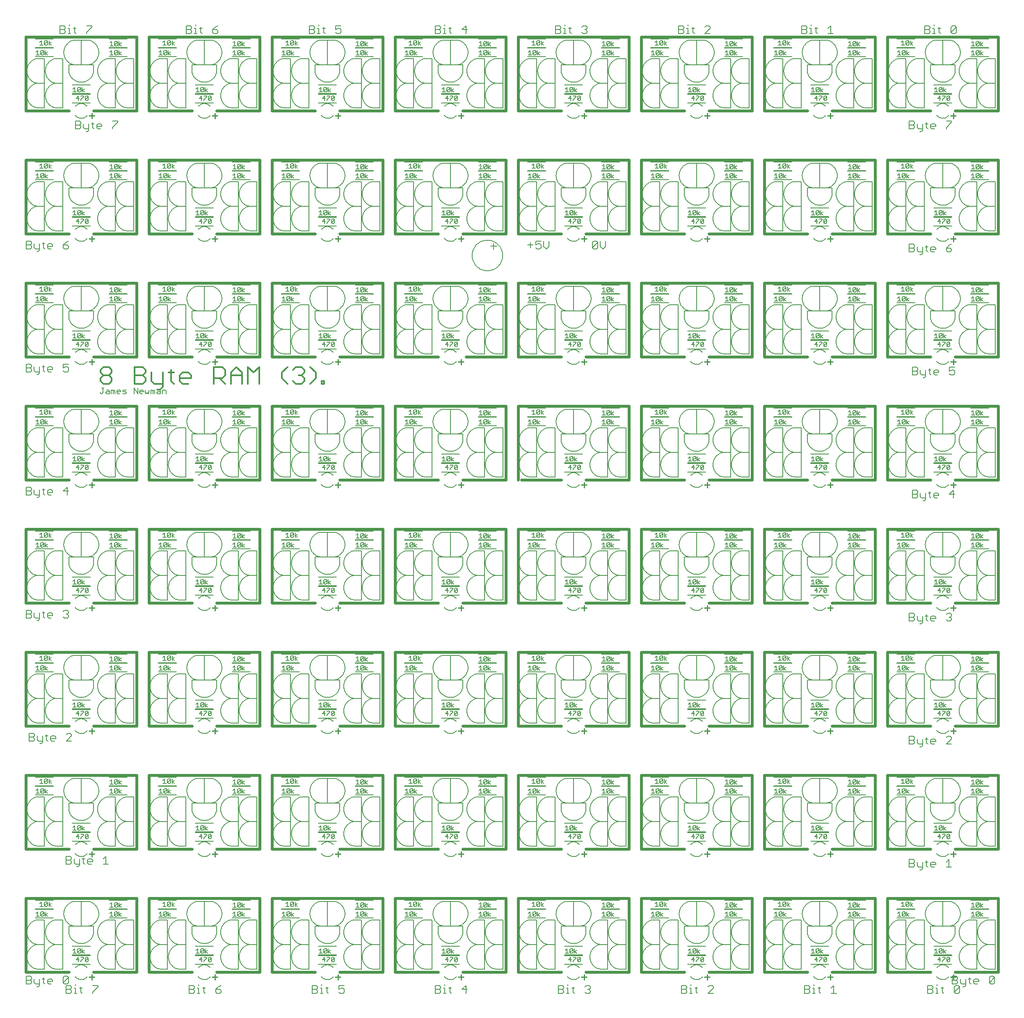
<source format=gto>
G04 Output by ViewMate Deluxe V11.0.9  PentaLogix LLC*
G04 Fri Nov 28 06:42:21 2014*
%FSLAX33Y33*%
%MOMM*%
%IPPOS*%
%ADD17C,0.13*%
%ADD119C,0.6096*%
%ADD120C,0.1524*%
%ADD121C,0.3048*%
%ADD124C,0.127*%
%ADD125C,0.254*%

%LPD*%
X0Y0D2*D17*G1X64102Y138455D2*X64102Y137516D1*X196850Y96868D2*X197165Y97180D1*X197165Y96241*X197477Y96241D2*X196850Y96241D1*X199192Y96241D2*X198722Y96553D1*X199192Y96868*X198722Y97180D2*X198722Y96241D1*X198412Y97025D2*X198257Y97180D1*X197942Y97180*X197787Y97025*X197787Y96398*X197942Y96241D2*X198257Y96241D1*X198412Y96398*X198412Y97025*X197787Y96398*X197942Y96241*X197787Y94493D2*X197787Y95120D1*X199192Y94336D2*X198722Y94648D1*X199192Y94963*X198722Y95275D2*X198722Y94336D1*X198412Y95120D2*X198412Y94493D1*X198257Y94336*X197942Y94336*X197787Y94493*X198412Y95120*X198257Y95275*X197942Y95275*X197787Y95120*X196850Y94963D2*X197165Y95275D1*X197165Y94336*X196850Y94336D2*X197477Y94336D1*X37767Y36073D2*X37767Y36700D1*X39324Y34922D2*X39324Y34295D1*X39952Y34922D2*X39952Y34295D1*X39794Y34138*X39482Y34138*X39324Y34295*X39952Y34922*X39794Y35077*X39482Y35077*X39324Y34922*X38390Y35077D2*X39014Y35077D1*X38080Y34608D2*X37452Y34608D1*X37922Y35077*X37922Y34138*X38390Y34138D2*X38390Y34295D1*X39014Y34922*X39014Y35077*X39172Y35916D2*X38702Y36228D1*X39172Y36543*X38702Y36855D2*X38702Y35916D1*X38392Y36700D2*X38392Y36073D1*X38237Y35916*X37922Y35916*X37767Y36073*X38392Y36700*X38237Y36855*X37922Y36855*X37767Y36700*X36830Y36543D2*X37145Y36855D1*X37457Y35916D2*X36830Y35916D1*X37145Y36855D2*X37145Y35916D1*X32329Y45568D2*X31859Y45880D1*X32329Y46195*X29990Y46195D2*X30302Y46507D1*X30302Y45568*X30617Y45568D2*X29990Y45568D1*X30924Y45725D2*X30924Y46352D1*X31082Y46507*X31394Y46507*X31552Y46352*X31859Y45568D2*X31859Y46507D1*X31394Y45568D2*X31552Y45725D1*X31552Y46352*X30924Y45725*X31082Y45568*X31394Y45568*X31552Y43536D2*X31082Y43848D1*X31552Y44163*X31082Y44475D2*X31082Y43536D1*X30772Y44320D2*X30617Y44475D1*X30302Y44475*X30147Y44320*X30147Y43693*X30302Y43536*X30617Y43536*X30772Y43693*X30772Y44320*X30147Y43693*X29837Y43536D2*X29210Y43536D1*X29525Y43536D2*X29525Y44475D1*X29210Y44163*X19050Y44163D2*X19365Y44475D1*X19365Y43536*X19677Y43536D2*X19050Y43536D1*X20612Y44320D2*X20457Y44475D1*X20142Y44475*X19987Y44320*X19987Y43693*X20612Y43693D2*X20612Y44320D1*X19987Y43693*X20142Y43536*X20457Y43536*X20612Y43693*X21392Y43536D2*X20922Y43848D1*X21392Y44163*X20922Y44475D2*X20922Y43536D1*X21392Y45441D2*X20922Y45753D1*X21392Y46068*X20922Y46380D2*X20922Y45441D1*X20612Y46225D2*X20457Y46380D1*X20142Y46380*X19987Y46225*X19987Y45598*X20142Y45441*X20457Y45441*X20612Y45598*X20612Y46225*X19987Y45598*X19677Y45441D2*X19050Y45441D1*X19365Y45441D2*X19365Y46380D1*X19050Y46068*X5524Y45725D2*X5524Y46352D1*X6929Y45568D2*X6459Y45880D1*X6929Y46195*X6459Y46507D2*X6459Y45568D1*X6152Y46352D2*X6152Y45725D1*X5994Y45568*X5682Y45568*X5524Y45725*X6152Y46352*X5994Y46507*X5682Y46507*X5524Y46352*X4590Y46195D2*X4902Y46507D1*X4902Y45568*X4590Y45568D2*X5217Y45568D1*X3810Y44163D2*X4125Y44475D1*X4125Y43536*X4437Y43536D2*X3810Y43536D1*X5372Y44320D2*X5217Y44475D1*X4902Y44475*X4747Y44320*X4747Y43693*X5372Y43693D2*X5372Y44320D1*X4747Y43693*X4902Y43536*X5217Y43536*X5372Y43693*X5682Y44475D2*X5682Y43536D1*X6152Y44163D2*X5682Y43848D1*X6152Y43536*X11430Y36543D2*X11745Y36855D1*X11745Y35916*X12057Y35916D2*X11430Y35916D1*X12992Y36700D2*X12837Y36855D1*X12522Y36855*X12367Y36700*X12367Y36073*X12992Y36073D2*X12992Y36700D1*X12367Y36073*X12522Y35916*X12837Y35916*X12992Y36073*X13302Y36855D2*X13302Y35916D1*X13772Y36543D2*X13302Y36228D1*X13772Y35916*X14552Y34922D2*X14394Y35077D1*X14082Y35077*X13924Y34922*X13924Y34295*X14082Y34138*X14394Y34138*X14552Y34295*X14552Y34922*X13924Y34295*X12990Y34295D2*X12990Y34138D1*X12990Y35077D2*X13614Y35077D1*X13614Y34922*X12990Y34295*X12680Y34608D2*X12052Y34608D1*X12522Y35077*X12522Y34138*X5524Y20952D2*X5524Y20325D1*X6929Y20795D2*X6459Y20480D1*X6929Y20168*X6459Y21107D2*X6459Y20168D1*X6152Y20952D2*X6152Y20325D1*X5994Y20168*X5682Y20168*X5524Y20325*X6152Y20952*X5994Y21107*X5682Y21107*X5524Y20952*X4590Y20795D2*X4902Y21107D1*X4902Y20168*X4590Y20168D2*X5217Y20168D1*X3810Y18763D2*X4125Y19075D1*X4125Y18136*X4437Y18136D2*X3810Y18136D1*X5372Y18920D2*X5217Y19075D1*X4902Y19075*X4747Y18920*X4747Y18293*X5372Y18293D2*X5372Y18920D1*X4747Y18293*X4902Y18136*X5217Y18136*X5372Y18293*X5682Y19075D2*X5682Y18136D1*X6152Y18763D2*X5682Y18448D1*X6152Y18136*X14552Y9522D2*X14394Y9677D1*X14082Y9677*X13924Y9522*X13924Y8895*X14082Y8738*X14394Y8738*X14552Y8895*X14552Y9522*X13924Y8895*X12522Y9677D2*X12522Y8738D1*X12990Y9677D2*X13614Y9677D1*X13614Y9522*X12990Y8895*X12990Y8738*X12680Y9208D2*X12052Y9208D1*X12522Y9677*X11430Y11143D2*X11745Y11455D1*X11745Y10516*X12057Y10516D2*X11430Y10516D1*X12367Y10673D2*X12367Y11300D1*X12522Y11455*X12837Y11455*X12992Y11300*X12992Y10673*X12837Y10516*X12522Y10516*X12367Y10673*X12992Y11300*X13302Y10516D2*X13302Y11455D1*X13772Y10516D2*X13302Y10828D1*X13772Y11143*X19987Y18920D2*X19987Y18293D1*X21392Y18763D2*X20922Y18448D1*X21392Y18136*X20922Y19075D2*X20922Y18136D1*X20612Y18920D2*X20612Y18293D1*X20457Y18136*X20142Y18136*X19987Y18293*X20612Y18920*X20457Y19075*X20142Y19075*X19987Y18920*X19050Y18763D2*X19365Y19075D1*X19677Y18136D2*X19050Y18136D1*X19365Y19075D2*X19365Y18136D1*X19050Y20668D2*X19365Y20980D1*X19365Y20041*X19677Y20041D2*X19050Y20041D1*X20612Y20825D2*X20457Y20980D1*X20142Y20980*X19987Y20825*X19987Y20198*X20612Y20198D2*X20612Y20825D1*X19987Y20198*X20142Y20041*X20457Y20041*X20612Y20198*X20922Y20980D2*X20922Y20041D1*X21392Y20668D2*X20922Y20353D1*X21392Y20041*X30924Y20952D2*X30924Y20325D1*X32329Y20795D2*X31859Y20480D1*X32329Y20168*X31859Y21107D2*X31859Y20168D1*X31552Y20952D2*X31552Y20325D1*X31394Y20168*X31082Y20168*X30924Y20325*X31552Y20952*X31394Y21107*X31082Y21107*X30924Y20952*X29990Y20795D2*X30302Y21107D1*X30302Y20168*X29990Y20168D2*X30617Y20168D1*X29210Y18763D2*X29525Y19075D1*X29525Y18136*X29837Y18136D2*X29210Y18136D1*X30772Y18920D2*X30617Y19075D1*X30302Y19075*X30147Y18920*X30147Y18293*X30772Y18293D2*X30772Y18920D1*X30147Y18293*X30302Y18136*X30617Y18136*X30772Y18293*X31082Y19075D2*X31082Y18136D1*X31552Y18763D2*X31082Y18448D1*X31552Y18136*X39952Y9522D2*X39794Y9677D1*X39482Y9677*X39324Y9522*X39324Y8895*X39482Y8738*X39794Y8738*X39952Y8895*X39952Y9522*X39324Y8895*X37922Y9677D2*X37922Y8738D1*X38390Y9677D2*X39014Y9677D1*X39014Y9522*X38390Y8895*X38390Y8738*X38080Y9208D2*X37452Y9208D1*X37922Y9677*X36830Y11143D2*X37145Y11455D1*X37145Y10516*X37457Y10516D2*X36830Y10516D1*X37767Y10673D2*X37767Y11300D1*X37922Y11455*X38237Y11455*X38392Y11300*X38392Y10673*X38237Y10516*X37922Y10516*X37767Y10673*X38392Y11300*X38702Y10516D2*X38702Y11455D1*X39172Y10516D2*X38702Y10828D1*X39172Y11143*X45387Y18920D2*X45387Y18293D1*X46792Y18763D2*X46322Y18448D1*X46792Y18136*X46322Y19075D2*X46322Y18136D1*X46012Y18920D2*X46012Y18293D1*X45857Y18136*X45542Y18136*X45387Y18293*X46012Y18920*X45857Y19075*X45542Y19075*X45387Y18920*X44450Y18763D2*X44765Y19075D1*X45077Y18136D2*X44450Y18136D1*X44765Y19075D2*X44765Y18136D1*X44450Y20668D2*X44765Y20980D1*X44765Y20041*X45077Y20041D2*X44450Y20041D1*X46012Y20825D2*X45857Y20980D1*X45542Y20980*X45387Y20825*X45387Y20198*X46012Y20198D2*X46012Y20825D1*X45387Y20198*X45542Y20041*X45857Y20041*X46012Y20198*X46322Y20980D2*X46322Y20041D1*X46792Y20668D2*X46322Y20353D1*X46792Y20041*X56324Y20952D2*X56324Y20325D1*X57729Y20795D2*X57259Y20480D1*X57729Y20168*X57259Y21107D2*X57259Y20168D1*X56952Y20952D2*X56952Y20325D1*X56794Y20168*X56482Y20168*X56324Y20325*X56952Y20952*X56794Y21107*X56482Y21107*X56324Y20952*X55390Y20795D2*X55702Y21107D1*X55702Y20168*X55390Y20168D2*X56017Y20168D1*X54610Y18763D2*X54925Y19075D1*X54925Y18136*X55237Y18136D2*X54610Y18136D1*X56172Y18920D2*X56017Y19075D1*X55702Y19075*X55547Y18920*X55547Y18293*X56172Y18293D2*X56172Y18920D1*X55547Y18293*X55702Y18136*X56017Y18136*X56172Y18293*X56482Y19075D2*X56482Y18136D1*X56952Y18763D2*X56482Y18448D1*X56952Y18136*X65352Y9522D2*X65194Y9677D1*X64882Y9677*X64724Y9522*X64724Y8895*X64882Y8738*X65194Y8738*X65352Y8895*X65352Y9522*X64724Y8895*X63322Y9677D2*X63322Y8738D1*X63790Y9677D2*X64414Y9677D1*X64414Y9522*X63790Y8895*X63790Y8738*X63480Y9208D2*X62852Y9208D1*X63322Y9677*X62230Y11143D2*X62545Y11455D1*X62545Y10516*X62857Y10516D2*X62230Y10516D1*X63167Y10673D2*X63167Y11300D1*X63322Y11455*X63637Y11455*X63792Y11300*X63792Y10673*X63637Y10516*X63322Y10516*X63167Y10673*X63792Y11300*X64102Y10516D2*X64102Y11455D1*X64572Y10516D2*X64102Y10828D1*X64572Y11143*X70787Y18920D2*X70787Y18293D1*X72192Y18763D2*X71722Y18448D1*X72192Y18136*X71722Y19075D2*X71722Y18136D1*X71412Y18920D2*X71412Y18293D1*X71257Y18136*X70942Y18136*X70787Y18293*X71412Y18920*X71257Y19075*X70942Y19075*X70787Y18920*X69850Y18763D2*X70165Y19075D1*X70477Y18136D2*X69850Y18136D1*X70165Y19075D2*X70165Y18136D1*X69850Y20668D2*X70165Y20980D1*X70165Y20041*X70477Y20041D2*X69850Y20041D1*X71412Y20825D2*X71257Y20980D1*X70942Y20980*X70787Y20825*X70787Y20198*X71412Y20198D2*X71412Y20825D1*X70787Y20198*X70942Y20041*X71257Y20041*X71412Y20198*X71722Y20980D2*X71722Y20041D1*X72192Y20668D2*X71722Y20353D1*X72192Y20041*X81724Y20952D2*X81724Y20325D1*X83129Y20795D2*X82659Y20480D1*X83129Y20168*X82659Y21107D2*X82659Y20168D1*X82352Y20952D2*X82352Y20325D1*X82194Y20168*X81882Y20168*X81724Y20325*X82352Y20952*X82194Y21107*X81882Y21107*X81724Y20952*X80790Y20795D2*X81102Y21107D1*X81102Y20168*X80790Y20168D2*X81417Y20168D1*X80010Y18763D2*X80325Y19075D1*X80325Y18136*X80637Y18136D2*X80010Y18136D1*X81572Y18920D2*X81417Y19075D1*X81102Y19075*X80947Y18920*X80947Y18293*X81572Y18293D2*X81572Y18920D1*X80947Y18293*X81102Y18136*X81417Y18136*X81572Y18293*X81882Y19075D2*X81882Y18136D1*X82352Y18763D2*X81882Y18448D1*X82352Y18136*X90752Y9522D2*X90594Y9677D1*X90282Y9677*X90124Y9522*X90124Y8895*X90282Y8738*X90594Y8738*X90752Y8895*X90752Y9522*X90124Y8895*X88722Y9677D2*X88722Y8738D1*X89190Y9677D2*X89814Y9677D1*X89814Y9522*X89190Y8895*X89190Y8738*X88880Y9208D2*X88252Y9208D1*X88722Y9677*X87630Y11143D2*X87945Y11455D1*X87945Y10516*X88257Y10516D2*X87630Y10516D1*X88567Y10673D2*X88567Y11300D1*X88722Y11455*X89037Y11455*X89192Y11300*X89192Y10673*X89037Y10516*X88722Y10516*X88567Y10673*X89192Y11300*X89502Y10516D2*X89502Y11455D1*X89972Y10516D2*X89502Y10828D1*X89972Y11143*X96187Y18920D2*X96187Y18293D1*X97592Y18763D2*X97122Y18448D1*X97592Y18136*X97122Y19075D2*X97122Y18136D1*X96812Y18920D2*X96812Y18293D1*X96657Y18136*X96342Y18136*X96187Y18293*X96812Y18920*X96657Y19075*X96342Y19075*X96187Y18920*X95250Y18763D2*X95565Y19075D1*X95877Y18136D2*X95250Y18136D1*X95565Y19075D2*X95565Y18136D1*X95250Y20668D2*X95565Y20980D1*X95565Y20041*X95877Y20041D2*X95250Y20041D1*X96812Y20825D2*X96657Y20980D1*X96342Y20980*X96187Y20825*X96187Y20198*X96812Y20198D2*X96812Y20825D1*X96187Y20198*X96342Y20041*X96657Y20041*X96812Y20198*X97122Y20980D2*X97122Y20041D1*X97592Y20668D2*X97122Y20353D1*X97592Y20041*X107124Y20952D2*X107124Y20325D1*X108529Y20795D2*X108059Y20480D1*X108529Y20168*X108059Y21107D2*X108059Y20168D1*X107752Y20952D2*X107752Y20325D1*X107594Y20168*X107282Y20168*X107124Y20325*X107752Y20952*X107594Y21107*X107282Y21107*X107124Y20952*X106190Y20795D2*X106502Y21107D1*X106502Y20168*X106190Y20168D2*X106817Y20168D1*X105410Y18763D2*X105725Y19075D1*X105725Y18136*X106037Y18136D2*X105410Y18136D1*X106972Y18920D2*X106817Y19075D1*X106502Y19075*X106347Y18920*X106347Y18293*X106972Y18293D2*X106972Y18920D1*X106347Y18293*X106502Y18136*X106817Y18136*X106972Y18293*X107282Y19075D2*X107282Y18136D1*X107752Y18763D2*X107282Y18448D1*X107752Y18136*X116152Y9522D2*X115994Y9677D1*X115682Y9677*X115524Y9522*X115524Y8895*X115682Y8738*X115994Y8738*X116152Y8895*X116152Y9522*X115524Y8895*X114122Y9677D2*X114122Y8738D1*X114590Y9677D2*X115214Y9677D1*X115214Y9522*X114590Y8895*X114590Y8738*X114280Y9208D2*X113652Y9208D1*X114122Y9677*X113030Y11143D2*X113345Y11455D1*X113345Y10516*X113657Y10516D2*X113030Y10516D1*X113967Y10673D2*X113967Y11300D1*X114122Y11455*X114437Y11455*X114592Y11300*X114592Y10673*X114437Y10516*X114122Y10516*X113967Y10673*X114592Y11300*X114902Y10516D2*X114902Y11455D1*X115372Y10516D2*X114902Y10828D1*X115372Y11143*X121587Y18920D2*X121587Y18293D1*X122992Y18763D2*X122522Y18448D1*X122992Y18136*X122522Y19075D2*X122522Y18136D1*X122212Y18920D2*X122212Y18293D1*X122057Y18136*X121742Y18136*X121587Y18293*X122212Y18920*X122057Y19075*X121742Y19075*X121587Y18920*X120650Y18763D2*X120965Y19075D1*X121277Y18136D2*X120650Y18136D1*X120965Y19075D2*X120965Y18136D1*X120650Y20668D2*X120965Y20980D1*X120965Y20041*X121277Y20041D2*X120650Y20041D1*X122212Y20825D2*X122057Y20980D1*X121742Y20980*X121587Y20825*X121587Y20198*X122212Y20198D2*X122212Y20825D1*X121587Y20198*X121742Y20041*X122057Y20041*X122212Y20198*X122522Y20980D2*X122522Y20041D1*X122992Y20668D2*X122522Y20353D1*X122992Y20041*X132524Y20952D2*X132524Y20325D1*X133929Y20795D2*X133459Y20480D1*X133929Y20168*X133459Y21107D2*X133459Y20168D1*X133152Y20952D2*X133152Y20325D1*X132994Y20168*X132682Y20168*X132524Y20325*X133152Y20952*X132994Y21107*X132682Y21107*X132524Y20952*X131590Y20795D2*X131902Y21107D1*X131902Y20168*X131590Y20168D2*X132217Y20168D1*X130810Y18763D2*X131125Y19075D1*X131125Y18136*X131437Y18136D2*X130810Y18136D1*X132372Y18920D2*X132217Y19075D1*X131902Y19075*X131747Y18920*X131747Y18293*X132372Y18293D2*X132372Y18920D1*X131747Y18293*X131902Y18136*X132217Y18136*X132372Y18293*X132682Y19075D2*X132682Y18136D1*X133152Y18763D2*X132682Y18448D1*X133152Y18136*X141552Y9522D2*X141394Y9677D1*X141082Y9677*X140924Y9522*X140924Y8895*X141082Y8738*X141394Y8738*X141552Y8895*X141552Y9522*X140924Y8895*X139522Y9677D2*X139522Y8738D1*X139990Y9677D2*X140614Y9677D1*X140614Y9522*X139990Y8895*X139990Y8738*X139680Y9208D2*X139052Y9208D1*X139522Y9677*X138430Y11143D2*X138745Y11455D1*X138745Y10516*X139057Y10516D2*X138430Y10516D1*X139367Y10673D2*X139367Y11300D1*X139522Y11455*X139837Y11455*X139992Y11300*X139992Y10673*X139837Y10516*X139522Y10516*X139367Y10673*X139992Y11300*X140302Y10516D2*X140302Y11455D1*X140772Y10516D2*X140302Y10828D1*X140772Y11143*X146987Y18920D2*X146987Y18293D1*X148392Y18763D2*X147922Y18448D1*X148392Y18136*X147922Y19075D2*X147922Y18136D1*X147612Y18920D2*X147612Y18293D1*X147457Y18136*X147142Y18136*X146987Y18293*X147612Y18920*X147457Y19075*X147142Y19075*X146987Y18920*X146050Y18763D2*X146365Y19075D1*X146677Y18136D2*X146050Y18136D1*X146365Y19075D2*X146365Y18136D1*X146050Y20668D2*X146365Y20980D1*X146365Y20041*X146677Y20041D2*X146050Y20041D1*X147612Y20825D2*X147457Y20980D1*X147142Y20980*X146987Y20825*X146987Y20198*X147612Y20198D2*X147612Y20825D1*X146987Y20198*X147142Y20041*X147457Y20041*X147612Y20198*X147922Y20980D2*X147922Y20041D1*X148392Y20668D2*X147922Y20353D1*X148392Y20041*X157924Y20952D2*X157924Y20325D1*X159329Y20795D2*X158859Y20480D1*X159329Y20168*X158859Y21107D2*X158859Y20168D1*X158552Y20952D2*X158552Y20325D1*X158394Y20168*X158082Y20168*X157924Y20325*X158552Y20952*X158394Y21107*X158082Y21107*X157924Y20952*X156990Y20795D2*X157302Y21107D1*X157302Y20168*X156990Y20168D2*X157617Y20168D1*X156210Y18763D2*X156525Y19075D1*X156525Y18136*X156837Y18136D2*X156210Y18136D1*X157772Y18920D2*X157617Y19075D1*X157302Y19075*X157147Y18920*X157147Y18293*X157772Y18293D2*X157772Y18920D1*X157147Y18293*X157302Y18136*X157617Y18136*X157772Y18293*X158082Y19075D2*X158082Y18136D1*X158552Y18763D2*X158082Y18448D1*X158552Y18136*X166952Y9522D2*X166794Y9677D1*X166482Y9677*X166324Y9522*X166324Y8895*X166482Y8738*X166794Y8738*X166952Y8895*X166952Y9522*X166324Y8895*X164922Y9677D2*X164922Y8738D1*X165390Y9677D2*X166014Y9677D1*X166014Y9522*X165390Y8895*X165390Y8738*X165080Y9208D2*X164452Y9208D1*X164922Y9677*X163830Y11143D2*X164145Y11455D1*X164145Y10516*X164457Y10516D2*X163830Y10516D1*X164767Y10673D2*X164767Y11300D1*X164922Y11455*X165237Y11455*X165392Y11300*X165392Y10673*X165237Y10516*X164922Y10516*X164767Y10673*X165392Y11300*X165702Y10516D2*X165702Y11455D1*X166172Y10516D2*X165702Y10828D1*X166172Y11143*X172387Y18920D2*X172387Y18293D1*X173792Y18763D2*X173322Y18448D1*X173792Y18136*X173322Y19075D2*X173322Y18136D1*X173012Y18920D2*X173012Y18293D1*X172857Y18136*X172542Y18136*X172387Y18293*X173012Y18920*X172857Y19075*X172542Y19075*X172387Y18920*X171450Y18763D2*X171765Y19075D1*X172077Y18136D2*X171450Y18136D1*X171765Y19075D2*X171765Y18136D1*X171450Y20668D2*X171765Y20980D1*X171765Y20041*X172077Y20041D2*X171450Y20041D1*X173012Y20825D2*X172857Y20980D1*X172542Y20980*X172387Y20825*X172387Y20198*X173012Y20198D2*X173012Y20825D1*X172387Y20198*X172542Y20041*X172857Y20041*X173012Y20198*X173322Y20980D2*X173322Y20041D1*X173792Y20668D2*X173322Y20353D1*X173792Y20041*X183324Y20952D2*X183324Y20325D1*X184729Y20795D2*X184259Y20480D1*X184729Y20168*X184259Y21107D2*X184259Y20168D1*X183952Y20952D2*X183952Y20325D1*X183794Y20168*X183482Y20168*X183324Y20325*X183952Y20952*X183794Y21107*X183482Y21107*X183324Y20952*X182390Y20795D2*X182702Y21107D1*X182702Y20168*X182390Y20168D2*X183017Y20168D1*X181610Y18763D2*X181925Y19075D1*X181925Y18136*X182237Y18136D2*X181610Y18136D1*X183172Y18920D2*X183017Y19075D1*X182702Y19075*X182547Y18920*X182547Y18293*X183172Y18293D2*X183172Y18920D1*X182547Y18293*X182702Y18136*X183017Y18136*X183172Y18293*X183482Y19075D2*X183482Y18136D1*X183952Y18763D2*X183482Y18448D1*X183952Y18136*X192352Y9522D2*X192194Y9677D1*X191882Y9677*X191724Y9522*X191724Y8895*X191882Y8738*X192194Y8738*X192352Y8895*X192352Y9522*X191724Y8895*X190322Y9677D2*X190322Y8738D1*X190790Y9677D2*X191414Y9677D1*X191414Y9522*X190790Y8895*X190790Y8738*X190480Y9208D2*X189852Y9208D1*X190322Y9677*X189230Y11143D2*X189545Y11455D1*X189545Y10516*X189857Y10516D2*X189230Y10516D1*X190167Y10673D2*X190167Y11300D1*X190322Y11455*X190637Y11455*X190792Y11300*X190792Y10673*X190637Y10516*X190322Y10516*X190167Y10673*X190792Y11300*X191102Y10516D2*X191102Y11455D1*X191572Y10516D2*X191102Y10828D1*X191572Y11143*X196850Y18763D2*X197165Y19075D1*X197165Y18136*X197477Y18136D2*X196850Y18136D1*X197787Y18293D2*X197787Y18920D1*X197942Y19075*X198257Y19075*X198412Y18920*X198412Y18293*X198257Y18136*X197942Y18136*X197787Y18293*X198412Y18920*X199192Y18763D2*X198722Y18448D1*X199192Y18136*X198722Y19075D2*X198722Y18136D1*X199192Y20668D2*X198722Y20353D1*X199192Y20041*X198722Y20980D2*X198722Y20041D1*X198412Y20825D2*X198257Y20980D1*X197942Y20980*X197787Y20825*X197787Y20198D2*X197942Y20041D1*X198257Y20041*X198412Y20198*X198412Y20825*X197787Y20198*X197787Y20825*X196850Y20668D2*X197165Y20980D1*X197477Y20041D2*X196850Y20041D1*X197165Y20980D2*X197165Y20041D1*X196850Y46068D2*X197165Y46380D1*X197165Y45441*X197477Y45441D2*X196850Y45441D1*X199192Y45441D2*X198722Y45753D1*X199192Y46068*X198722Y46380D2*X198722Y45441D1*X198412Y46225D2*X198257Y46380D1*X197942Y46380*X197787Y46225*X197787Y45598*X197942Y45441D2*X198257Y45441D1*X198412Y45598*X198412Y46225*X197787Y45598*X197942Y45441*X197787Y43693D2*X197787Y44320D1*X199192Y43536D2*X198722Y43848D1*X199192Y44163*X198722Y44475D2*X198722Y43536D1*X198412Y44320D2*X198412Y43693D1*X198257Y43536*X197942Y43536*X197787Y43693*X198412Y44320*X198257Y44475*X197942Y44475*X197787Y44320*X196850Y44163D2*X197165Y44475D1*X197165Y43536*X196850Y43536D2*X197477Y43536D1*X190167Y36073D2*X190167Y36700D1*X191724Y34922D2*X191724Y34295D1*X192352Y34922D2*X192352Y34295D1*X192194Y34138*X191882Y34138*X191724Y34295*X192352Y34922*X192194Y35077*X191882Y35077*X191724Y34922*X190790Y35077D2*X191414Y35077D1*X190480Y34608D2*X189852Y34608D1*X190322Y35077*X190322Y34138*X190790Y34138D2*X190790Y34295D1*X191414Y34922*X191414Y35077*X191572Y35916D2*X191102Y36228D1*X191572Y36543*X191102Y36855D2*X191102Y35916D1*X190792Y36700D2*X190792Y36073D1*X190637Y35916*X190322Y35916*X190167Y36073*X190792Y36700*X190637Y36855*X190322Y36855*X190167Y36700*X189230Y36543D2*X189545Y36855D1*X189857Y35916D2*X189230Y35916D1*X189545Y36855D2*X189545Y35916D1*X184729Y45568D2*X184259Y45880D1*X184729Y46195*X182390Y46195D2*X182702Y46507D1*X182702Y45568*X183017Y45568D2*X182390Y45568D1*X183324Y45725D2*X183324Y46352D1*X183482Y46507*X183794Y46507*X183952Y46352*X184259Y45568D2*X184259Y46507D1*X183794Y45568D2*X183952Y45725D1*X183952Y46352*X183324Y45725*X183482Y45568*X183794Y45568*X183952Y43536D2*X183482Y43848D1*X183952Y44163*X183482Y44475D2*X183482Y43536D1*X183172Y44320D2*X183017Y44475D1*X182702Y44475*X182547Y44320*X182547Y43693*X182702Y43536*X183017Y43536*X183172Y43693*X183172Y44320*X182547Y43693*X182237Y43536D2*X181610Y43536D1*X181925Y43536D2*X181925Y44475D1*X181610Y44163*X171450Y46068D2*X171765Y46380D1*X171765Y45441*X172077Y45441D2*X171450Y45441D1*X173792Y45441D2*X173322Y45753D1*X173792Y46068*X173322Y46380D2*X173322Y45441D1*X173012Y46225D2*X172857Y46380D1*X172542Y46380*X172387Y46225*X172387Y45598*X172542Y45441D2*X172857Y45441D1*X173012Y45598*X173012Y46225*X172387Y45598*X172542Y45441*X172387Y43693D2*X172387Y44320D1*X173792Y43536D2*X173322Y43848D1*X173792Y44163*X173322Y44475D2*X173322Y43536D1*X173012Y44320D2*X173012Y43693D1*X172857Y43536*X172542Y43536*X172387Y43693*X173012Y44320*X172857Y44475*X172542Y44475*X172387Y44320*X171450Y44163D2*X171765Y44475D1*X171765Y43536*X171450Y43536D2*X172077Y43536D1*X164767Y36073D2*X164767Y36700D1*X166324Y34922D2*X166324Y34295D1*X166952Y34922D2*X166952Y34295D1*X166794Y34138*X166482Y34138*X166324Y34295*X166952Y34922*X166794Y35077*X166482Y35077*X166324Y34922*X165390Y35077D2*X166014Y35077D1*X165080Y34608D2*X164452Y34608D1*X164922Y35077*X164922Y34138*X165390Y34138D2*X165390Y34295D1*X166014Y34922*X166014Y35077*X166172Y35916D2*X165702Y36228D1*X166172Y36543*X165702Y36855D2*X165702Y35916D1*X165392Y36700D2*X165392Y36073D1*X165237Y35916*X164922Y35916*X164767Y36073*X165392Y36700*X165237Y36855*X164922Y36855*X164767Y36700*X163830Y36543D2*X164145Y36855D1*X164457Y35916D2*X163830Y35916D1*X164145Y36855D2*X164145Y35916D1*X159329Y45568D2*X158859Y45880D1*X159329Y46195*X156990Y46195D2*X157302Y46507D1*X157302Y45568*X157617Y45568D2*X156990Y45568D1*X157924Y45725D2*X157924Y46352D1*X158082Y46507*X158394Y46507*X158552Y46352*X158859Y45568D2*X158859Y46507D1*X158394Y45568D2*X158552Y45725D1*X158552Y46352*X157924Y45725*X158082Y45568*X158394Y45568*X158552Y43536D2*X158082Y43848D1*X158552Y44163*X158082Y44475D2*X158082Y43536D1*X157772Y44320D2*X157617Y44475D1*X157302Y44475*X157147Y44320*X157147Y43693*X157302Y43536*X157617Y43536*X157772Y43693*X157772Y44320*X157147Y43693*X156837Y43536D2*X156210Y43536D1*X156525Y43536D2*X156525Y44475D1*X156210Y44163*X146050Y46068D2*X146365Y46380D1*X146365Y45441*X146677Y45441D2*X146050Y45441D1*X148392Y45441D2*X147922Y45753D1*X148392Y46068*X147922Y46380D2*X147922Y45441D1*X147612Y46225D2*X147457Y46380D1*X147142Y46380*X146987Y46225*X146987Y45598*X147142Y45441D2*X147457Y45441D1*X147612Y45598*X147612Y46225*X146987Y45598*X147142Y45441*X146987Y43693D2*X146987Y44320D1*X148392Y43536D2*X147922Y43848D1*X148392Y44163*X147922Y44475D2*X147922Y43536D1*X147612Y44320D2*X147612Y43693D1*X147457Y43536*X147142Y43536*X146987Y43693*X147612Y44320*X147457Y44475*X147142Y44475*X146987Y44320*X146050Y44163D2*X146365Y44475D1*X146365Y43536*X146050Y43536D2*X146677Y43536D1*X139367Y36073D2*X139367Y36700D1*X140924Y34922D2*X140924Y34295D1*X141552Y34922D2*X141552Y34295D1*X141394Y34138*X141082Y34138*X140924Y34295*X141552Y34922*X141394Y35077*X141082Y35077*X140924Y34922*X139990Y35077D2*X140614Y35077D1*X139680Y34608D2*X139052Y34608D1*X139522Y35077*X139522Y34138*X139990Y34138D2*X139990Y34295D1*X140614Y34922*X140614Y35077*X140772Y35916D2*X140302Y36228D1*X140772Y36543*X140302Y36855D2*X140302Y35916D1*X139992Y36700D2*X139992Y36073D1*X139837Y35916*X139522Y35916*X139367Y36073*X139992Y36700*X139837Y36855*X139522Y36855*X139367Y36700*X138430Y36543D2*X138745Y36855D1*X139057Y35916D2*X138430Y35916D1*X138745Y36855D2*X138745Y35916D1*X133929Y45568D2*X133459Y45880D1*X133929Y46195*X131590Y46195D2*X131902Y46507D1*X131902Y45568*X132217Y45568D2*X131590Y45568D1*X132524Y45725D2*X132524Y46352D1*X132682Y46507*X132994Y46507*X133152Y46352*X133459Y45568D2*X133459Y46507D1*X132994Y45568D2*X133152Y45725D1*X133152Y46352*X132524Y45725*X132682Y45568*X132994Y45568*X133152Y43536D2*X132682Y43848D1*X133152Y44163*X132682Y44475D2*X132682Y43536D1*X132372Y44320D2*X132217Y44475D1*X131902Y44475*X131747Y44320*X131747Y43693*X131902Y43536*X132217Y43536*X132372Y43693*X132372Y44320*X131747Y43693*X131437Y43536D2*X130810Y43536D1*X131125Y43536D2*X131125Y44475D1*X130810Y44163*X120650Y46068D2*X120965Y46380D1*X120965Y45441*X121277Y45441D2*X120650Y45441D1*X122992Y45441D2*X122522Y45753D1*X122992Y46068*X122522Y46380D2*X122522Y45441D1*X122212Y46225D2*X122057Y46380D1*X121742Y46380*X121587Y46225*X121587Y45598*X121742Y45441D2*X122057Y45441D1*X122212Y45598*X122212Y46225*X121587Y45598*X121742Y45441*X121587Y43693D2*X121587Y44320D1*X122992Y43536D2*X122522Y43848D1*X122992Y44163*X122522Y44475D2*X122522Y43536D1*X122212Y44320D2*X122212Y43693D1*X122057Y43536*X121742Y43536*X121587Y43693*X122212Y44320*X122057Y44475*X121742Y44475*X121587Y44320*X120650Y44163D2*X120965Y44475D1*X120965Y43536*X120650Y43536D2*X121277Y43536D1*X115524Y34922D2*X115524Y34295D1*X116152Y34922D2*X116152Y34295D1*X115994Y34138*X115682Y34138*X115524Y34295*X116152Y34922*X115994Y35077*X115682Y35077*X115524Y34922*X114590Y35077D2*X115214Y35077D1*X114280Y34608D2*X113652Y34608D1*X114122Y35077*X114122Y34138*X114590Y34138D2*X114590Y34295D1*X115214Y34922*X115214Y35077*X115372Y35916D2*X114902Y36228D1*X115372Y36543*X114902Y36855D2*X114902Y35916D1*X114592Y36700D2*X114437Y36855D1*X114122Y36855*X113967Y36700*X113967Y36073D2*X114122Y35916D1*X114437Y35916*X114592Y36073*X114592Y36700*X113967Y36073*X113967Y36700*X113030Y36543D2*X113345Y36855D1*X113657Y35916D2*X113030Y35916D1*X113345Y36855D2*X113345Y35916D1*X108529Y45568D2*X108059Y45880D1*X108529Y46195*X106190Y46195D2*X106502Y46507D1*X106502Y45568*X106817Y45568D2*X106190Y45568D1*X107124Y45725D2*X107124Y46352D1*X107282Y46507*X107594Y46507*X107752Y46352*X108059Y45568D2*X108059Y46507D1*X107594Y45568D2*X107752Y45725D1*X107752Y46352*X107124Y45725*X107282Y45568*X107594Y45568*X107752Y43536D2*X107282Y43848D1*X107752Y44163*X107282Y44475D2*X107282Y43536D1*X106972Y44320D2*X106817Y44475D1*X106502Y44475*X106347Y44320*X106347Y43693*X106502Y43536*X106817Y43536*X106972Y43693*X106972Y44320*X106347Y43693*X106037Y43536D2*X105410Y43536D1*X105725Y43536D2*X105725Y44475D1*X105410Y44163*X95250Y46068D2*X95565Y46380D1*X95565Y45441*X95877Y45441D2*X95250Y45441D1*X97592Y45441D2*X97122Y45753D1*X97592Y46068*X97122Y46380D2*X97122Y45441D1*X96812Y46225D2*X96657Y46380D1*X96342Y46380*X96187Y46225*X96187Y45598*X96342Y45441D2*X96657Y45441D1*X96812Y45598*X96812Y46225*X96187Y45598*X96342Y45441*X96187Y43693D2*X96187Y44320D1*X97592Y43536D2*X97122Y43848D1*X97592Y44163*X97122Y44475D2*X97122Y43536D1*X96812Y44320D2*X96812Y43693D1*X96657Y43536*X96342Y43536*X96187Y43693*X96812Y44320*X96657Y44475*X96342Y44475*X96187Y44320*X95250Y44163D2*X95565Y44475D1*X95565Y43536*X95250Y43536D2*X95877Y43536D1*X88567Y36073D2*X88567Y36700D1*X90124Y34922D2*X90124Y34295D1*X90752Y34922D2*X90752Y34295D1*X90594Y34138*X90282Y34138*X90124Y34295*X90752Y34922*X90594Y35077*X90282Y35077*X90124Y34922*X89190Y35077D2*X89814Y35077D1*X88880Y34608D2*X88252Y34608D1*X88722Y35077*X88722Y34138*X89190Y34138D2*X89190Y34295D1*X89814Y34922*X89814Y35077*X89972Y35916D2*X89502Y36228D1*X89972Y36543*X89502Y36855D2*X89502Y35916D1*X89192Y36700D2*X89192Y36073D1*X89037Y35916*X88722Y35916*X88567Y36073*X89192Y36700*X89037Y36855*X88722Y36855*X88567Y36700*X87630Y36543D2*X87945Y36855D1*X88257Y35916D2*X87630Y35916D1*X87945Y36855D2*X87945Y35916D1*X83129Y45568D2*X82659Y45880D1*X83129Y46195*X80790Y46195D2*X81102Y46507D1*X81102Y45568*X81417Y45568D2*X80790Y45568D1*X81724Y45725D2*X81724Y46352D1*X81882Y46507*X82194Y46507*X82352Y46352*X82659Y45568D2*X82659Y46507D1*X82194Y45568D2*X82352Y45725D1*X82352Y46352*X81724Y45725*X81882Y45568*X82194Y45568*X82352Y43536D2*X81882Y43848D1*X82352Y44163*X81882Y44475D2*X81882Y43536D1*X81572Y44320D2*X81417Y44475D1*X81102Y44475*X80947Y44320*X80947Y43693*X81102Y43536*X81417Y43536*X81572Y43693*X81572Y44320*X80947Y43693*X80637Y43536D2*X80010Y43536D1*X80325Y43536D2*X80325Y44475D1*X80010Y44163*X69850Y46068D2*X70165Y46380D1*X70165Y45441*X70477Y45441D2*X69850Y45441D1*X72192Y45441D2*X71722Y45753D1*X72192Y46068*X71722Y46380D2*X71722Y45441D1*X71412Y46225D2*X71257Y46380D1*X70942Y46380*X70787Y46225*X70787Y45598*X70942Y45441D2*X71257Y45441D1*X71412Y45598*X71412Y46225*X70787Y45598*X70942Y45441*X70787Y43693D2*X70787Y44320D1*X72192Y43536D2*X71722Y43848D1*X72192Y44163*X71722Y44475D2*X71722Y43536D1*X71412Y44320D2*X71412Y43693D1*X71257Y43536*X70942Y43536*X70787Y43693*X71412Y44320*X71257Y44475*X70942Y44475*X70787Y44320*X69850Y44163D2*X70165Y44475D1*X70165Y43536*X69850Y43536D2*X70477Y43536D1*X64724Y34922D2*X64724Y34295D1*X65352Y34922D2*X65352Y34295D1*X65194Y34138*X64882Y34138*X64724Y34295*X65352Y34922*X65194Y35077*X64882Y35077*X64724Y34922*X63790Y35077D2*X64414Y35077D1*X63480Y34608D2*X62852Y34608D1*X63322Y35077*X63322Y34138*X63790Y34138D2*X63790Y34295D1*X64414Y34922*X64414Y35077*X64572Y35916D2*X64102Y36228D1*X64572Y36543*X64102Y36855D2*X64102Y35916D1*X63792Y36700D2*X63637Y36855D1*X63322Y36855*X63167Y36700*X63167Y36073D2*X63322Y35916D1*X63637Y35916*X63792Y36073*X63792Y36700*X63167Y36073*X63167Y36700*X62230Y36543D2*X62545Y36855D1*X62857Y35916D2*X62230Y35916D1*X62545Y36855D2*X62545Y35916D1*X57729Y45568D2*X57259Y45880D1*X57729Y46195*X55390Y46195D2*X55702Y46507D1*X55702Y45568*X56017Y45568D2*X55390Y45568D1*X56324Y45725D2*X56324Y46352D1*X56482Y46507*X56794Y46507*X56952Y46352*X57259Y45568D2*X57259Y46507D1*X56794Y45568D2*X56952Y45725D1*X56952Y46352*X56324Y45725*X56482Y45568*X56794Y45568*X56952Y43536D2*X56482Y43848D1*X56952Y44163*X56482Y44475D2*X56482Y43536D1*X56172Y44320D2*X56017Y44475D1*X55702Y44475*X55547Y44320*X55547Y43693*X55702Y43536*X56017Y43536*X56172Y43693*X56172Y44320*X55547Y43693*X55237Y43536D2*X54610Y43536D1*X54925Y43536D2*X54925Y44475D1*X54610Y44163*X45387Y45598D2*X45387Y46225D1*X44450Y44163D2*X44765Y44475D1*X44765Y43536*X45077Y43536D2*X44450Y43536D1*X46012Y44320D2*X45857Y44475D1*X45542Y44475*X45387Y44320*X45387Y43693*X46012Y43693D2*X46012Y44320D1*X45387Y43693*X45542Y43536*X45857Y43536*X46012Y43693*X46792Y43536D2*X46322Y43848D1*X46792Y44163*X46322Y44475D2*X46322Y43536D1*X46792Y45441D2*X46322Y45753D1*X46792Y46068*X46322Y46380D2*X46322Y45441D1*X46012Y46225D2*X46012Y45598D1*X45857Y45441*X45542Y45441*X45387Y45598*X46012Y46225*X45857Y46380*X45542Y46380*X45387Y46225*X44450Y46068D2*X44765Y46380D1*X45077Y45441D2*X44450Y45441D1*X44765Y46380D2*X44765Y45441D1*X39952Y85722D2*X39794Y85877D1*X39482Y85877*X39324Y85722*X39324Y85095*X39482Y84938*X39794Y84938*X39952Y85095*X39952Y85722*X39324Y85095*X37922Y85877D2*X37922Y84938D1*X38390Y85877D2*X39014Y85877D1*X39014Y85722*X38390Y85095*X38390Y84938*X38080Y85408D2*X37452Y85408D1*X37922Y85877*X36830Y87343D2*X37145Y87655D1*X37145Y86716*X37457Y86716D2*X36830Y86716D1*X37767Y86873D2*X37767Y87500D1*X37922Y87655*X38237Y87655*X38392Y87500*X38392Y86873*X38237Y86716*X37922Y86716*X37767Y86873*X38392Y87500*X38702Y86716D2*X38702Y87655D1*X39172Y86716D2*X38702Y87028D1*X39172Y87343*X45387Y94493D2*X45387Y95120D1*X46792Y94336D2*X46322Y94648D1*X46792Y94963*X46322Y95275D2*X46322Y94336D1*X46012Y95120D2*X46012Y94493D1*X45857Y94336*X45542Y94336*X45387Y94493*X46012Y95120*X45857Y95275*X45542Y95275*X45387Y95120*X44450Y94963D2*X44765Y95275D1*X45077Y94336D2*X44450Y94336D1*X44765Y95275D2*X44765Y94336D1*X44450Y96868D2*X44765Y97180D1*X44765Y96241*X45077Y96241D2*X44450Y96241D1*X45387Y96398D2*X45387Y97025D1*X45542Y97180*X45857Y97180*X46012Y97025*X46012Y96398*X45857Y96241*X45542Y96241*X45387Y96398*X46012Y97025*X46322Y96241D2*X46322Y97180D1*X46792Y96241D2*X46322Y96553D1*X46792Y96868*X56324Y96525D2*X56324Y97152D1*X57729Y96368D2*X57259Y96680D1*X57729Y96995*X57259Y97307D2*X57259Y96368D1*X56952Y97152D2*X56952Y96525D1*X56794Y96368*X56482Y96368*X56324Y96525*X56952Y97152*X56794Y97307*X56482Y97307*X56324Y97152*X55390Y96995D2*X55702Y97307D1*X55702Y96368*X55390Y96368D2*X56017Y96368D1*X54610Y94963D2*X54925Y95275D1*X54925Y94336*X55237Y94336D2*X54610Y94336D1*X56172Y95120D2*X56017Y95275D1*X55702Y95275*X55547Y95120*X55547Y94493*X56172Y94493D2*X56172Y95120D1*X55547Y94493*X55702Y94336*X56017Y94336*X56172Y94493*X56482Y95275D2*X56482Y94336D1*X56952Y94963D2*X56482Y94648D1*X56952Y94336*X65352Y85722D2*X65194Y85877D1*X64882Y85877*X64724Y85722*X64724Y85095*X64882Y84938*X65194Y84938*X65352Y85095*X65352Y85722*X64724Y85095*X63790Y84938D2*X63790Y85095D1*X63322Y85877D2*X63322Y84938D1*X63790Y85877D2*X64414Y85877D1*X64414Y85722*X63790Y85095*X63480Y85408D2*X62852Y85408D1*X63322Y85877*X62230Y87343D2*X62545Y87655D1*X62545Y86716*X62857Y86716D2*X62230Y86716D1*X63167Y86873D2*X63167Y87500D1*X63322Y87655*X63637Y87655*X63792Y87500*X63792Y86873*X63637Y86716*X63322Y86716*X63167Y86873*X63792Y87500*X64102Y86716D2*X64102Y87655D1*X64572Y86716D2*X64102Y87028D1*X64572Y87343*X70787Y94493D2*X70787Y95120D1*X72192Y94336D2*X71722Y94648D1*X72192Y94963*X71722Y95275D2*X71722Y94336D1*X71412Y95120D2*X71412Y94493D1*X71257Y94336*X70942Y94336*X70787Y94493*X71412Y95120*X71257Y95275*X70942Y95275*X70787Y95120*X69850Y94963D2*X70165Y95275D1*X70477Y94336D2*X69850Y94336D1*X70165Y95275D2*X70165Y94336D1*X69850Y96868D2*X70165Y97180D1*X70165Y96241*X70477Y96241D2*X69850Y96241D1*X70787Y96398D2*X70787Y97025D1*X70942Y97180*X71257Y97180*X71412Y97025*X71412Y96398*X71257Y96241*X70942Y96241*X70787Y96398*X71412Y97025*X71722Y96241D2*X71722Y97180D1*X72192Y96241D2*X71722Y96553D1*X72192Y96868*X81724Y96525D2*X81724Y97152D1*X83129Y96368D2*X82659Y96680D1*X83129Y96995*X82659Y97307D2*X82659Y96368D1*X82352Y97152D2*X82352Y96525D1*X82194Y96368*X81882Y96368*X81724Y96525*X82352Y97152*X82194Y97307*X81882Y97307*X81724Y97152*X80790Y96995D2*X81102Y97307D1*X81102Y96368*X80790Y96368D2*X81417Y96368D1*X80010Y94963D2*X80325Y95275D1*X80325Y94336*X80637Y94336D2*X80010Y94336D1*X81572Y95120D2*X81417Y95275D1*X81102Y95275*X80947Y95120*X80947Y94493*X81572Y94493D2*X81572Y95120D1*X80947Y94493*X81102Y94336*X81417Y94336*X81572Y94493*X81882Y95275D2*X81882Y94336D1*X82352Y94963D2*X81882Y94648D1*X82352Y94336*X90752Y85722D2*X90594Y85877D1*X90282Y85877*X90124Y85722*X90124Y85095*X90282Y84938*X90594Y84938*X90752Y85095*X90752Y85722*X90124Y85095*X88722Y85877D2*X88722Y84938D1*X89190Y85877D2*X89814Y85877D1*X89814Y85722*X89190Y85095*X89190Y84938*X88880Y85408D2*X88252Y85408D1*X88722Y85877*X87630Y87343D2*X87945Y87655D1*X87945Y86716*X88257Y86716D2*X87630Y86716D1*X88567Y86873D2*X88567Y87500D1*X88722Y87655*X89037Y87655*X89192Y87500*X89192Y86873*X89037Y86716*X88722Y86716*X88567Y86873*X89192Y87500*X89502Y86716D2*X89502Y87655D1*X89972Y86716D2*X89502Y87028D1*X89972Y87343*X96187Y94493D2*X96187Y95120D1*X97592Y94336D2*X97122Y94648D1*X97592Y94963*X97122Y95275D2*X97122Y94336D1*X96812Y95120D2*X96812Y94493D1*X96657Y94336*X96342Y94336*X96187Y94493*X96812Y95120*X96657Y95275*X96342Y95275*X96187Y95120*X95250Y94963D2*X95565Y95275D1*X95877Y94336D2*X95250Y94336D1*X95565Y95275D2*X95565Y94336D1*X95250Y96868D2*X95565Y97180D1*X95565Y96241*X95877Y96241D2*X95250Y96241D1*X96187Y96398D2*X96187Y97025D1*X96342Y97180*X96657Y97180*X96812Y97025*X96812Y96398*X96657Y96241*X96342Y96241*X96187Y96398*X96812Y97025*X97122Y96241D2*X97122Y97180D1*X97592Y96241D2*X97122Y96553D1*X97592Y96868*X107124Y96525D2*X107124Y97152D1*X108529Y96368D2*X108059Y96680D1*X108529Y96995*X108059Y97307D2*X108059Y96368D1*X107752Y97152D2*X107752Y96525D1*X107594Y96368*X107282Y96368*X107124Y96525*X107752Y97152*X107594Y97307*X107282Y97307*X107124Y97152*X106190Y96995D2*X106502Y97307D1*X106502Y96368*X106190Y96368D2*X106817Y96368D1*X105410Y94963D2*X105725Y95275D1*X105725Y94336*X106037Y94336D2*X105410Y94336D1*X106972Y95120D2*X106817Y95275D1*X106502Y95275*X106347Y95120*X106347Y94493*X106972Y94493D2*X106972Y95120D1*X106347Y94493*X106502Y94336*X106817Y94336*X106972Y94493*X107282Y95275D2*X107282Y94336D1*X107752Y94963D2*X107282Y94648D1*X107752Y94336*X116152Y85722D2*X115994Y85877D1*X115682Y85877*X115524Y85722*X115524Y85095*X115682Y84938*X115994Y84938*X116152Y85095*X116152Y85722*X115524Y85095*X114590Y84938D2*X114590Y85095D1*X114122Y85877D2*X114122Y84938D1*X114590Y85877D2*X115214Y85877D1*X115214Y85722*X114590Y85095*X114280Y85408D2*X113652Y85408D1*X114122Y85877*X113030Y87343D2*X113345Y87655D1*X113345Y86716*X113657Y86716D2*X113030Y86716D1*X113967Y86873D2*X113967Y87500D1*X114122Y87655*X114437Y87655*X114592Y87500*X114592Y86873*X114437Y86716*X114122Y86716*X113967Y86873*X114592Y87500*X114902Y86716D2*X114902Y87655D1*X115372Y86716D2*X114902Y87028D1*X115372Y87343*X121587Y94493D2*X121587Y95120D1*X122992Y94336D2*X122522Y94648D1*X122992Y94963*X122522Y95275D2*X122522Y94336D1*X122212Y95120D2*X122212Y94493D1*X122057Y94336*X121742Y94336*X121587Y94493*X122212Y95120*X122057Y95275*X121742Y95275*X121587Y95120*X120650Y94963D2*X120965Y95275D1*X121277Y94336D2*X120650Y94336D1*X120965Y95275D2*X120965Y94336D1*X120650Y96868D2*X120965Y97180D1*X120965Y96241*X121277Y96241D2*X120650Y96241D1*X121587Y96398D2*X121587Y97025D1*X121742Y97180*X122057Y97180*X122212Y97025*X122212Y96398*X122057Y96241*X121742Y96241*X121587Y96398*X122212Y97025*X122522Y96241D2*X122522Y97180D1*X122992Y96241D2*X122522Y96553D1*X122992Y96868*X132524Y96525D2*X132524Y97152D1*X133929Y96368D2*X133459Y96680D1*X133929Y96995*X133459Y97307D2*X133459Y96368D1*X133152Y97152D2*X133152Y96525D1*X132994Y96368*X132682Y96368*X132524Y96525*X133152Y97152*X132994Y97307*X132682Y97307*X132524Y97152*X131590Y96995D2*X131902Y97307D1*X131902Y96368*X131590Y96368D2*X132217Y96368D1*X130810Y94963D2*X131125Y95275D1*X131125Y94336*X131437Y94336D2*X130810Y94336D1*X132372Y95120D2*X132217Y95275D1*X131902Y95275*X131747Y95120*X131747Y94493*X132372Y94493D2*X132372Y95120D1*X131747Y94493*X131902Y94336*X132217Y94336*X132372Y94493*X132682Y95275D2*X132682Y94336D1*X133152Y94963D2*X132682Y94648D1*X133152Y94336*X141552Y85722D2*X141394Y85877D1*X141082Y85877*X140924Y85722*X140924Y85095*X141082Y84938*X141394Y84938*X141552Y85095*X141552Y85722*X140924Y85095*X139522Y85877D2*X139522Y84938D1*X139990Y85877D2*X140614Y85877D1*X140614Y85722*X139990Y85095*X139990Y84938*X139680Y85408D2*X139052Y85408D1*X139522Y85877*X138430Y87343D2*X138745Y87655D1*X138745Y86716*X139057Y86716D2*X138430Y86716D1*X139367Y86873D2*X139367Y87500D1*X139522Y87655*X139837Y87655*X139992Y87500*X139992Y86873*X139837Y86716*X139522Y86716*X139367Y86873*X139992Y87500*X140302Y86716D2*X140302Y87655D1*X140772Y86716D2*X140302Y87028D1*X140772Y87343*X146987Y94493D2*X146987Y95120D1*X148392Y94336D2*X147922Y94648D1*X148392Y94963*X147922Y95275D2*X147922Y94336D1*X147612Y95120D2*X147612Y94493D1*X147457Y94336*X147142Y94336*X146987Y94493*X147612Y95120*X147457Y95275*X147142Y95275*X146987Y95120*X146050Y94963D2*X146365Y95275D1*X146677Y94336D2*X146050Y94336D1*X146365Y95275D2*X146365Y94336D1*X146050Y96868D2*X146365Y97180D1*X146365Y96241*X146677Y96241D2*X146050Y96241D1*X146987Y96398D2*X146987Y97025D1*X147142Y97180*X147457Y97180*X147612Y97025*X147612Y96398*X147457Y96241*X147142Y96241*X146987Y96398*X147612Y97025*X147922Y96241D2*X147922Y97180D1*X148392Y96241D2*X147922Y96553D1*X148392Y96868*X157924Y96525D2*X157924Y97152D1*X159329Y96368D2*X158859Y96680D1*X159329Y96995*X158859Y97307D2*X158859Y96368D1*X158552Y97152D2*X158552Y96525D1*X158394Y96368*X158082Y96368*X157924Y96525*X158552Y97152*X158394Y97307*X158082Y97307*X157924Y97152*X156990Y96995D2*X157302Y97307D1*X157302Y96368*X156990Y96368D2*X157617Y96368D1*X156210Y94963D2*X156525Y95275D1*X156525Y94336*X156837Y94336D2*X156210Y94336D1*X157772Y95120D2*X157617Y95275D1*X157302Y95275*X157147Y95120*X157147Y94493*X157772Y94493D2*X157772Y95120D1*X157147Y94493*X157302Y94336*X157617Y94336*X157772Y94493*X158082Y95275D2*X158082Y94336D1*X158552Y94963D2*X158082Y94648D1*X158552Y94336*X166952Y85722D2*X166794Y85877D1*X166482Y85877*X166324Y85722*X166324Y85095*X166482Y84938*X166794Y84938*X166952Y85095*X166952Y85722*X166324Y85095*X165390Y84938D2*X165390Y85095D1*X164922Y85877D2*X164922Y84938D1*X165390Y85877D2*X166014Y85877D1*X166014Y85722*X165390Y85095*X165080Y85408D2*X164452Y85408D1*X164922Y85877*X163830Y87343D2*X164145Y87655D1*X164145Y86716*X164457Y86716D2*X163830Y86716D1*X164767Y86873D2*X164767Y87500D1*X164922Y87655*X165237Y87655*X165392Y87500*X165392Y86873*X165237Y86716*X164922Y86716*X164767Y86873*X165392Y87500*X165702Y86716D2*X165702Y87655D1*X166172Y86716D2*X165702Y87028D1*X166172Y87343*X172387Y94493D2*X172387Y95120D1*X173792Y94336D2*X173322Y94648D1*X173792Y94963*X173322Y95275D2*X173322Y94336D1*X173012Y95120D2*X173012Y94493D1*X172857Y94336*X172542Y94336*X172387Y94493*X173012Y95120*X172857Y95275*X172542Y95275*X172387Y95120*X171450Y94963D2*X171765Y95275D1*X172077Y94336D2*X171450Y94336D1*X171765Y95275D2*X171765Y94336D1*X171450Y96868D2*X171765Y97180D1*X171765Y96241*X172077Y96241D2*X171450Y96241D1*X172387Y96398D2*X172387Y97025D1*X172542Y97180*X172857Y97180*X173012Y97025*X173012Y96398*X172857Y96241*X172542Y96241*X172387Y96398*X173012Y97025*X173322Y96241D2*X173322Y97180D1*X173792Y96241D2*X173322Y96553D1*X173792Y96868*X183324Y96525D2*X183324Y97152D1*X184729Y96368D2*X184259Y96680D1*X184729Y96995*X184259Y97307D2*X184259Y96368D1*X183952Y97152D2*X183952Y96525D1*X183794Y96368*X183482Y96368*X183324Y96525*X183952Y97152*X183794Y97307*X183482Y97307*X183324Y97152*X182390Y96995D2*X182702Y97307D1*X182702Y96368*X182390Y96368D2*X183017Y96368D1*X181610Y94963D2*X181925Y95275D1*X181925Y94336*X182237Y94336D2*X181610Y94336D1*X183172Y95120D2*X183017Y95275D1*X182702Y95275*X182547Y95120*X182547Y94493*X183172Y94493D2*X183172Y95120D1*X182547Y94493*X182702Y94336*X183017Y94336*X183172Y94493*X183482Y95275D2*X183482Y94336D1*X183952Y94963D2*X183482Y94648D1*X183952Y94336*X189230Y87343D2*X189545Y87655D1*X189545Y86716*X189857Y86716D2*X189230Y86716D1*X190792Y87500D2*X190637Y87655D1*X190322Y87655*X190167Y87500*X190167Y86873*X190792Y86873D2*X190792Y87500D1*X190167Y86873*X190322Y86716*X190637Y86716*X190792Y86873*X191102Y87655D2*X191102Y86716D1*X191572Y87343D2*X191102Y87028D1*X191572Y86716*X191414Y85722D2*X191414Y85877D1*X190790Y85877*X190480Y85408D2*X189852Y85408D1*X190322Y85877*X190322Y84938*X190790Y84938D2*X190790Y85095D1*X191414Y85722*X192352Y85722D2*X192194Y85877D1*X191882Y85877*X191724Y85722*X191724Y85095*X192194Y84938D2*X192352Y85095D1*X192352Y85722*X191724Y85095*X191882Y84938*X192194Y84938*X197787Y69720D2*X197787Y69093D1*X196850Y71468D2*X197165Y71780D1*X197165Y70841*X197477Y70841D2*X196850Y70841D1*X198412Y71625D2*X198257Y71780D1*X197942Y71780*X197787Y71625*X197787Y70998*X198412Y70998D2*X198412Y71625D1*X197787Y70998*X197942Y70841*X198257Y70841*X198412Y70998*X198722Y71780D2*X198722Y70841D1*X199192Y71468D2*X198722Y71153D1*X199192Y70841*X199192Y69563D2*X198722Y69248D1*X199192Y68936*X198722Y69875D2*X198722Y68936D1*X198412Y69720D2*X198412Y69093D1*X198257Y68936*X197942Y68936*X197787Y69093*X198412Y69720*X198257Y69875*X197942Y69875*X197787Y69720*X196850Y69563D2*X197165Y69875D1*X197165Y68936*X196850Y68936D2*X197477Y68936D1*X190322Y59538D2*X190322Y60477D1*X191724Y60322D2*X191724Y59695D1*X192352Y60322D2*X192352Y59695D1*X192194Y59538*X191882Y59538*X191724Y59695*X192352Y60322*X192194Y60477*X191882Y60477*X191724Y60322*X191414Y60477D2*X191414Y60322D1*X190790Y59695*X190790Y59538*X190480Y60008D2*X189852Y60008D1*X190322Y60477*X191414Y60477D2*X190790Y60477D1*X191572Y61316D2*X191102Y61628D1*X191572Y61943*X191102Y62255D2*X191102Y61316D1*X190792Y62100D2*X190637Y62255D1*X190322Y62255*X190167Y62100*X190167Y61473*X190322Y61316*X190637Y61316*X190792Y61473*X190792Y62100*X190167Y61473*X189857Y61316D2*X189230Y61316D1*X189545Y61316D2*X189545Y62255D1*X189230Y61943*X184729Y70968D2*X184259Y71280D1*X184729Y71595*X182547Y69720D2*X182547Y69093D1*X182390Y71595D2*X182702Y71907D1*X182702Y70968*X183017Y70968D2*X182390Y70968D1*X183324Y71125D2*X183324Y71752D1*X183482Y71907*X183794Y71907*X183952Y71752*X184259Y70968D2*X184259Y71907D1*X183794Y70968D2*X183952Y71125D1*X183952Y71752*X183324Y71125*X183482Y70968*X183794Y70968*X183952Y69563D2*X183482Y69248D1*X183952Y68936*X183482Y69875D2*X183482Y68936D1*X183172Y69720D2*X183172Y69093D1*X183017Y68936*X182702Y68936*X182547Y69093*X183172Y69720*X183017Y69875*X182702Y69875*X182547Y69720*X181610Y69563D2*X181925Y69875D1*X181925Y68936*X181610Y68936D2*X182237Y68936D1*X172387Y69720D2*X172387Y69093D1*X171450Y71468D2*X171765Y71780D1*X171765Y70841*X172077Y70841D2*X171450Y70841D1*X173012Y71625D2*X172857Y71780D1*X172542Y71780*X172387Y71625*X172387Y70998*X173012Y70998D2*X173012Y71625D1*X172387Y70998*X172542Y70841*X172857Y70841*X173012Y70998*X173322Y71780D2*X173322Y70841D1*X173792Y71468D2*X173322Y71153D1*X173792Y70841*X173792Y69563D2*X173322Y69248D1*X173792Y68936*X173322Y69875D2*X173322Y68936D1*X173012Y69720D2*X173012Y69093D1*X172857Y68936*X172542Y68936*X172387Y69093*X173012Y69720*X172857Y69875*X172542Y69875*X172387Y69720*X171450Y69563D2*X171765Y69875D1*X171765Y68936*X171450Y68936D2*X172077Y68936D1*X164767Y61473D2*X164767Y62100D1*X166324Y60322D2*X166324Y59695D1*X166952Y60322D2*X166952Y59695D1*X166794Y59538*X166482Y59538*X166324Y59695*X166952Y60322*X166794Y60477*X166482Y60477*X166324Y60322*X165390Y60477D2*X166014Y60477D1*X165080Y60008D2*X164452Y60008D1*X164922Y60477*X164922Y59538*X165390Y59538D2*X165390Y59695D1*X166014Y60322*X166014Y60477*X166172Y61316D2*X165702Y61628D1*X166172Y61943*X165702Y62255D2*X165702Y61316D1*X165392Y62100D2*X165392Y61473D1*X165237Y61316*X164922Y61316*X164767Y61473*X165392Y62100*X165237Y62255*X164922Y62255*X164767Y62100*X163830Y61943D2*X164145Y62255D1*X164457Y61316D2*X163830Y61316D1*X164145Y62255D2*X164145Y61316D1*X159329Y70968D2*X158859Y71280D1*X159329Y71595*X157147Y69720D2*X157147Y69093D1*X156990Y71595D2*X157302Y71907D1*X157302Y70968*X157617Y70968D2*X156990Y70968D1*X157924Y71125D2*X157924Y71752D1*X158082Y71907*X158394Y71907*X158552Y71752*X158859Y70968D2*X158859Y71907D1*X158394Y70968D2*X158552Y71125D1*X158552Y71752*X157924Y71125*X158082Y70968*X158394Y70968*X158552Y69563D2*X158082Y69248D1*X158552Y68936*X158082Y69875D2*X158082Y68936D1*X157772Y69720D2*X157772Y69093D1*X157617Y68936*X157302Y68936*X157147Y69093*X157772Y69720*X157617Y69875*X157302Y69875*X157147Y69720*X156210Y69563D2*X156525Y69875D1*X156525Y68936*X156210Y68936D2*X156837Y68936D1*X146987Y69720D2*X146987Y69093D1*X146050Y71468D2*X146365Y71780D1*X146365Y70841*X146677Y70841D2*X146050Y70841D1*X147612Y71625D2*X147457Y71780D1*X147142Y71780*X146987Y71625*X146987Y70998*X147612Y70998D2*X147612Y71625D1*X146987Y70998*X147142Y70841*X147457Y70841*X147612Y70998*X147922Y71780D2*X147922Y70841D1*X148392Y71468D2*X147922Y71153D1*X148392Y70841*X148392Y69563D2*X147922Y69248D1*X148392Y68936*X147922Y69875D2*X147922Y68936D1*X147612Y69720D2*X147612Y69093D1*X147457Y68936*X147142Y68936*X146987Y69093*X147612Y69720*X147457Y69875*X147142Y69875*X146987Y69720*X146050Y69563D2*X146365Y69875D1*X146365Y68936*X146050Y68936D2*X146677Y68936D1*X139367Y61473D2*X139367Y62100D1*X139522Y59538D2*X139522Y60477D1*X140924Y60322D2*X140924Y59695D1*X141552Y60322D2*X141552Y59695D1*X141394Y59538*X141082Y59538*X140924Y59695*X141552Y60322*X141394Y60477*X141082Y60477*X140924Y60322*X140614Y60477D2*X140614Y60322D1*X139990Y59695*X139990Y59538*X139680Y60008D2*X139052Y60008D1*X139522Y60477*X140614Y60477D2*X139990Y60477D1*X140772Y61316D2*X140302Y61628D1*X140772Y61943*X140302Y62255D2*X140302Y61316D1*X139992Y62100D2*X139992Y61473D1*X139837Y61316*X139522Y61316*X139367Y61473*X139992Y62100*X139837Y62255*X139522Y62255*X139367Y62100*X138430Y61943D2*X138745Y62255D1*X139057Y61316D2*X138430Y61316D1*X138745Y62255D2*X138745Y61316D1*X133929Y70968D2*X133459Y71280D1*X133929Y71595*X131747Y69720D2*X131747Y69093D1*X131590Y71595D2*X131902Y71907D1*X131902Y70968*X132217Y70968D2*X131590Y70968D1*X132524Y71125D2*X132524Y71752D1*X132682Y71907*X132994Y71907*X133152Y71752*X133459Y70968D2*X133459Y71907D1*X132994Y70968D2*X133152Y71125D1*X133152Y71752*X132524Y71125*X132682Y70968*X132994Y70968*X133152Y69563D2*X132682Y69248D1*X133152Y68936*X132682Y69875D2*X132682Y68936D1*X132372Y69720D2*X132372Y69093D1*X132217Y68936*X131902Y68936*X131747Y69093*X132372Y69720*X132217Y69875*X131902Y69875*X131747Y69720*X130810Y69563D2*X131125Y69875D1*X131125Y68936*X130810Y68936D2*X131437Y68936D1*X121587Y69720D2*X121587Y69093D1*X120650Y71468D2*X120965Y71780D1*X120965Y70841*X121277Y70841D2*X120650Y70841D1*X122212Y71625D2*X122057Y71780D1*X121742Y71780*X121587Y71625*X121587Y70998*X122212Y70998D2*X122212Y71625D1*X121587Y70998*X121742Y70841*X122057Y70841*X122212Y70998*X122522Y71780D2*X122522Y70841D1*X122992Y71468D2*X122522Y71153D1*X122992Y70841*X122992Y69563D2*X122522Y69248D1*X122992Y68936*X122522Y69875D2*X122522Y68936D1*X122212Y69720D2*X122212Y69093D1*X122057Y68936*X121742Y68936*X121587Y69093*X122212Y69720*X122057Y69875*X121742Y69875*X121587Y69720*X120650Y69563D2*X120965Y69875D1*X120965Y68936*X120650Y68936D2*X121277Y68936D1*X113967Y61473D2*X113967Y62100D1*X115524Y60322D2*X115524Y59695D1*X116152Y60322D2*X116152Y59695D1*X115994Y59538*X115682Y59538*X115524Y59695*X116152Y60322*X115994Y60477*X115682Y60477*X115524Y60322*X114590Y60477D2*X115214Y60477D1*X114280Y60008D2*X113652Y60008D1*X114122Y60477*X114122Y59538*X114590Y59538D2*X114590Y59695D1*X115214Y60322*X115214Y60477*X115372Y61316D2*X114902Y61628D1*X115372Y61943*X114902Y62255D2*X114902Y61316D1*X114592Y62100D2*X114592Y61473D1*X114437Y61316*X114122Y61316*X113967Y61473*X114592Y62100*X114437Y62255*X114122Y62255*X113967Y62100*X113030Y61943D2*X113345Y62255D1*X113657Y61316D2*X113030Y61316D1*X113345Y62255D2*X113345Y61316D1*X108529Y70968D2*X108059Y71280D1*X108529Y71595*X106347Y69720D2*X106347Y69093D1*X106190Y71595D2*X106502Y71907D1*X106502Y70968*X106817Y70968D2*X106190Y70968D1*X107124Y71125D2*X107124Y71752D1*X107282Y71907*X107594Y71907*X107752Y71752*X108059Y70968D2*X108059Y71907D1*X107594Y70968D2*X107752Y71125D1*X107752Y71752*X107124Y71125*X107282Y70968*X107594Y70968*X107752Y69563D2*X107282Y69248D1*X107752Y68936*X107282Y69875D2*X107282Y68936D1*X106972Y69720D2*X106972Y69093D1*X106817Y68936*X106502Y68936*X106347Y69093*X106972Y69720*X106817Y69875*X106502Y69875*X106347Y69720*X105410Y69563D2*X105725Y69875D1*X105725Y68936*X105410Y68936D2*X106037Y68936D1*X96187Y69720D2*X96187Y69093D1*X95250Y71468D2*X95565Y71780D1*X95565Y70841*X95877Y70841D2*X95250Y70841D1*X96812Y71625D2*X96657Y71780D1*X96342Y71780*X96187Y71625*X96187Y70998*X96812Y70998D2*X96812Y71625D1*X96187Y70998*X96342Y70841*X96657Y70841*X96812Y70998*X97122Y71780D2*X97122Y70841D1*X97592Y71468D2*X97122Y71153D1*X97592Y70841*X97592Y69563D2*X97122Y69248D1*X97592Y68936*X97122Y69875D2*X97122Y68936D1*X96812Y69720D2*X96812Y69093D1*X96657Y68936*X96342Y68936*X96187Y69093*X96812Y69720*X96657Y69875*X96342Y69875*X96187Y69720*X95250Y69563D2*X95565Y69875D1*X95565Y68936*X95250Y68936D2*X95877Y68936D1*X88567Y61473D2*X88567Y62100D1*X88722Y59538D2*X88722Y60477D1*X90124Y60322D2*X90124Y59695D1*X90752Y60322D2*X90752Y59695D1*X90594Y59538*X90282Y59538*X90124Y59695*X90752Y60322*X90594Y60477*X90282Y60477*X90124Y60322*X89814Y60477D2*X89814Y60322D1*X89190Y59695*X89190Y59538*X88880Y60008D2*X88252Y60008D1*X88722Y60477*X89814Y60477D2*X89190Y60477D1*X89972Y61316D2*X89502Y61628D1*X89972Y61943*X89502Y62255D2*X89502Y61316D1*X89192Y62100D2*X89192Y61473D1*X89037Y61316*X88722Y61316*X88567Y61473*X89192Y62100*X89037Y62255*X88722Y62255*X88567Y62100*X87630Y61943D2*X87945Y62255D1*X88257Y61316D2*X87630Y61316D1*X87945Y62255D2*X87945Y61316D1*X83129Y70968D2*X82659Y71280D1*X83129Y71595*X80947Y69720D2*X80947Y69093D1*X80790Y71595D2*X81102Y71907D1*X81102Y70968*X81417Y70968D2*X80790Y70968D1*X81724Y71125D2*X81724Y71752D1*X81882Y71907*X82194Y71907*X82352Y71752*X82659Y70968D2*X82659Y71907D1*X82194Y70968D2*X82352Y71125D1*X82352Y71752*X81724Y71125*X81882Y70968*X82194Y70968*X82352Y69563D2*X81882Y69248D1*X82352Y68936*X81882Y69875D2*X81882Y68936D1*X81572Y69720D2*X81572Y69093D1*X81417Y68936*X81102Y68936*X80947Y69093*X81572Y69720*X81417Y69875*X81102Y69875*X80947Y69720*X80010Y69563D2*X80325Y69875D1*X80325Y68936*X80010Y68936D2*X80637Y68936D1*X70787Y69720D2*X70787Y69093D1*X69850Y71468D2*X70165Y71780D1*X70165Y70841*X70477Y70841D2*X69850Y70841D1*X71412Y71625D2*X71257Y71780D1*X70942Y71780*X70787Y71625*X70787Y70998*X71412Y70998D2*X71412Y71625D1*X70787Y70998*X70942Y70841*X71257Y70841*X71412Y70998*X71722Y71780D2*X71722Y70841D1*X72192Y71468D2*X71722Y71153D1*X72192Y70841*X72192Y69563D2*X71722Y69248D1*X72192Y68936*X71722Y69875D2*X71722Y68936D1*X71412Y69720D2*X71412Y69093D1*X71257Y68936*X70942Y68936*X70787Y69093*X71412Y69720*X71257Y69875*X70942Y69875*X70787Y69720*X69850Y69563D2*X70165Y69875D1*X70165Y68936*X69850Y68936D2*X70477Y68936D1*X63167Y61473D2*X63167Y62100D1*X64724Y60322D2*X64724Y59695D1*X65352Y60322D2*X65352Y59695D1*X65194Y59538*X64882Y59538*X64724Y59695*X65352Y60322*X65194Y60477*X64882Y60477*X64724Y60322*X63790Y60477D2*X64414Y60477D1*X63480Y60008D2*X62852Y60008D1*X63322Y60477*X63322Y59538*X63790Y59538D2*X63790Y59695D1*X64414Y60322*X64414Y60477*X64572Y61316D2*X64102Y61628D1*X64572Y61943*X64102Y62255D2*X64102Y61316D1*X63792Y62100D2*X63792Y61473D1*X63637Y61316*X63322Y61316*X63167Y61473*X63792Y62100*X63637Y62255*X63322Y62255*X63167Y62100*X62230Y61943D2*X62545Y62255D1*X62857Y61316D2*X62230Y61316D1*X62545Y62255D2*X62545Y61316D1*X57729Y70968D2*X57259Y71280D1*X57729Y71595*X55547Y69720D2*X55547Y69093D1*X55390Y71595D2*X55702Y71907D1*X55702Y70968*X56017Y70968D2*X55390Y70968D1*X56324Y71125D2*X56324Y71752D1*X56482Y71907*X56794Y71907*X56952Y71752*X57259Y70968D2*X57259Y71907D1*X56794Y70968D2*X56952Y71125D1*X56952Y71752*X56324Y71125*X56482Y70968*X56794Y70968*X56952Y69563D2*X56482Y69248D1*X56952Y68936*X56482Y69875D2*X56482Y68936D1*X56172Y69720D2*X56172Y69093D1*X56017Y68936*X55702Y68936*X55547Y69093*X56172Y69720*X56017Y69875*X55702Y69875*X55547Y69720*X54610Y69563D2*X54925Y69875D1*X54925Y68936*X54610Y68936D2*X55237Y68936D1*X45387Y69720D2*X45387Y69093D1*X44450Y71468D2*X44765Y71780D1*X44765Y70841*X45077Y70841D2*X44450Y70841D1*X46012Y71625D2*X45857Y71780D1*X45542Y71780*X45387Y71625*X45387Y70998*X46012Y70998D2*X46012Y71625D1*X45387Y70998*X45542Y70841*X45857Y70841*X46012Y70998*X46322Y71780D2*X46322Y70841D1*X46792Y71468D2*X46322Y71153D1*X46792Y70841*X46792Y69563D2*X46322Y69248D1*X46792Y68936*X46322Y69875D2*X46322Y68936D1*X46012Y69720D2*X46012Y69093D1*X45857Y68936*X45542Y68936*X45387Y69093*X46012Y69720*X45857Y69875*X45542Y69875*X45387Y69720*X44450Y69563D2*X44765Y69875D1*X44765Y68936*X44450Y68936D2*X45077Y68936D1*X37767Y61473D2*X37767Y62100D1*X37922Y59538D2*X37922Y60477D1*X39324Y60322D2*X39324Y59695D1*X39952Y60322D2*X39952Y59695D1*X39794Y59538*X39482Y59538*X39324Y59695*X39952Y60322*X39794Y60477*X39482Y60477*X39324Y60322*X39014Y60477D2*X39014Y60322D1*X38390Y59695*X38390Y59538*X38080Y60008D2*X37452Y60008D1*X37922Y60477*X39014Y60477D2*X38390Y60477D1*X39172Y61316D2*X38702Y61628D1*X39172Y61943*X38702Y62255D2*X38702Y61316D1*X38392Y62100D2*X38392Y61473D1*X38237Y61316*X37922Y61316*X37767Y61473*X38392Y62100*X38237Y62255*X37922Y62255*X37767Y62100*X36830Y61943D2*X37145Y62255D1*X37457Y61316D2*X36830Y61316D1*X37145Y62255D2*X37145Y61316D1*X32329Y70968D2*X31859Y71280D1*X32329Y71595*X30147Y69720D2*X30147Y69093D1*X29990Y71595D2*X30302Y71907D1*X30302Y70968*X30617Y70968D2*X29990Y70968D1*X30924Y71125D2*X30924Y71752D1*X31082Y71907*X31394Y71907*X31552Y71752*X31859Y70968D2*X31859Y71907D1*X31394Y70968D2*X31552Y71125D1*X31552Y71752*X30924Y71125*X31082Y70968*X31394Y70968*X31552Y69563D2*X31082Y69248D1*X31552Y68936*X31082Y69875D2*X31082Y68936D1*X30772Y69720D2*X30772Y69093D1*X30617Y68936*X30302Y68936*X30147Y69093*X30772Y69720*X30617Y69875*X30302Y69875*X30147Y69720*X29210Y69563D2*X29525Y69875D1*X29525Y68936*X29210Y68936D2*X29837Y68936D1*X19987Y69720D2*X19987Y69093D1*X19050Y71468D2*X19365Y71780D1*X19365Y70841*X19677Y70841D2*X19050Y70841D1*X20612Y71625D2*X20457Y71780D1*X20142Y71780*X19987Y71625*X19987Y70998*X20612Y70998D2*X20612Y71625D1*X19987Y70998*X20142Y70841*X20457Y70841*X20612Y70998*X20922Y71780D2*X20922Y70841D1*X21392Y71468D2*X20922Y71153D1*X21392Y70841*X21392Y69563D2*X20922Y69248D1*X21392Y68936*X20922Y69875D2*X20922Y68936D1*X20612Y69720D2*X20612Y69093D1*X20457Y68936*X20142Y68936*X19987Y69093*X20612Y69720*X20457Y69875*X20142Y69875*X19987Y69720*X19050Y69563D2*X19365Y69875D1*X19365Y68936*X19050Y68936D2*X19677Y68936D1*X12367Y61473D2*X12367Y62100D1*X13924Y60322D2*X13924Y59695D1*X14552Y60322D2*X14552Y59695D1*X14394Y59538*X14082Y59538*X13924Y59695*X14552Y60322*X14394Y60477*X14082Y60477*X13924Y60322*X12990Y60477D2*X13614Y60477D1*X12680Y60008D2*X12052Y60008D1*X12522Y60477*X12522Y59538*X12990Y59538D2*X12990Y59695D1*X13614Y60322*X13614Y60477*X13772Y61316D2*X13302Y61628D1*X13772Y61943*X13302Y62255D2*X13302Y61316D1*X12992Y62100D2*X12992Y61473D1*X12837Y61316*X12522Y61316*X12367Y61473*X12992Y62100*X12837Y62255*X12522Y62255*X12367Y62100*X11430Y61943D2*X11745Y62255D1*X12057Y61316D2*X11430Y61316D1*X11745Y62255D2*X11745Y61316D1*X3810Y69563D2*X4125Y69875D1*X4437Y68936D2*X3810Y68936D1*X4125Y69875D2*X4125Y68936D1*X4902Y69875D2*X4747Y69720D1*X4747Y69093*X6152Y68936D2*X5682Y69248D1*X6152Y69563*X5682Y69875D2*X5682Y68936D1*X5372Y69720D2*X5372Y69093D1*X5217Y68936*X4902Y68936*X4747Y69093*X5372Y69720*X5217Y69875*X4902Y69875*X4590Y71595D2*X4902Y71907D1*X4902Y70968*X5217Y70968D2*X4590Y70968D1*X5524Y71125D2*X5524Y71752D1*X5682Y71907*X6929Y71595D2*X6459Y71280D1*X6929Y70968*X6459Y71907D2*X6459Y70968D1*X6152Y71752D2*X6152Y71125D1*X5994Y70968*X5682Y70968*X5524Y71125*X6152Y71752*X5994Y71907*X5682Y71907*X5524Y96525D2*X5524Y97152D1*X6929Y96368D2*X6459Y96680D1*X6929Y96995*X6459Y97307D2*X6459Y96368D1*X6152Y97152D2*X6152Y96525D1*X5994Y96368*X5682Y96368*X5524Y96525*X6152Y97152*X5994Y97307*X5682Y97307*X5524Y97152*X4590Y96995D2*X4902Y97307D1*X4902Y96368*X4590Y96368D2*X5217Y96368D1*X3810Y94963D2*X4125Y95275D1*X4125Y94336*X4437Y94336D2*X3810Y94336D1*X5372Y95120D2*X5217Y95275D1*X4902Y95275*X4747Y95120*X4747Y94493*X5372Y94493D2*X5372Y95120D1*X4747Y94493*X4902Y94336*X5217Y94336*X5372Y94493*X5682Y95275D2*X5682Y94336D1*X6152Y94963D2*X5682Y94648D1*X6152Y94336*X14552Y85722D2*X14394Y85877D1*X14082Y85877*X13924Y85722*X13924Y85095*X14082Y84938*X14394Y84938*X14552Y85095*X14552Y85722*X13924Y85095*X12990Y84938D2*X12990Y85095D1*X12522Y85877D2*X12522Y84938D1*X12990Y85877D2*X13614Y85877D1*X13614Y85722*X12990Y85095*X12680Y85408D2*X12052Y85408D1*X12522Y85877*X11430Y87343D2*X11745Y87655D1*X11745Y86716*X12057Y86716D2*X11430Y86716D1*X12367Y86873D2*X12367Y87500D1*X12522Y87655*X12837Y87655*X12992Y87500*X12992Y86873*X12837Y86716*X12522Y86716*X12367Y86873*X12992Y87500*X13302Y86716D2*X13302Y87655D1*X13772Y86716D2*X13302Y87028D1*X13772Y87343*X19987Y96398D2*X19987Y97025D1*X21392Y96241D2*X20922Y96553D1*X21392Y96868*X20922Y97180D2*X20922Y96241D1*X20612Y97025D2*X20612Y96398D1*X20457Y96241*X20142Y96241*X19987Y96398*X20612Y97025*X20457Y97180*X20142Y97180*X19987Y97025*X19050Y96868D2*X19365Y97180D1*X19365Y96241*X19050Y96241D2*X19677Y96241D1*X19050Y94963D2*X19365Y95275D1*X19365Y94336*X19677Y94336D2*X19050Y94336D1*X19987Y94493D2*X19987Y95120D1*X20142Y95275*X20457Y95275*X20612Y95120*X20612Y94493*X20457Y94336*X20142Y94336*X19987Y94493*X20612Y95120*X20922Y94336D2*X20922Y95275D1*X21392Y94336D2*X20922Y94648D1*X21392Y94963*X29210Y94963D2*X29525Y95275D1*X29837Y94336D2*X29210Y94336D1*X29525Y95275D2*X29525Y94336D1*X30302Y95275D2*X30147Y95120D1*X30147Y94493*X31552Y94336D2*X31082Y94648D1*X31552Y94963*X31082Y95275D2*X31082Y94336D1*X30772Y95120D2*X30772Y94493D1*X30617Y94336*X30302Y94336*X30147Y94493*X30772Y95120*X30617Y95275*X30302Y95275*X29990Y96995D2*X30302Y97307D1*X29990Y96368D2*X30617Y96368D1*X30302Y97307D2*X30302Y96368D1*X31082Y97307D2*X30924Y97152D1*X30924Y96525*X32329Y96368D2*X31859Y96680D1*X32329Y96995*X31859Y97307D2*X31859Y96368D1*X31552Y97152D2*X31552Y96525D1*X31394Y96368*X31082Y96368*X30924Y96525*X31552Y97152*X31394Y97307*X31082Y97307*X30924Y122552D2*X30924Y121925D1*X32329Y122395D2*X31859Y122080D1*X32329Y121768*X31859Y122707D2*X31859Y121768D1*X31552Y122552D2*X31552Y121925D1*X31394Y121768*X31082Y121768*X30924Y121925*X31552Y122552*X31394Y122707*X31082Y122707*X30924Y122552*X29990Y122395D2*X30302Y122707D1*X30302Y121768*X29990Y121768D2*X30617Y121768D1*X29210Y120363D2*X29525Y120675D1*X29525Y119736*X29837Y119736D2*X29210Y119736D1*X30772Y120520D2*X30617Y120675D1*X30302Y120675*X30147Y120520*X30147Y119893*X30772Y119893D2*X30772Y120520D1*X30147Y119893*X30302Y119736*X30617Y119736*X30772Y119893*X31082Y120675D2*X31082Y119736D1*X31552Y120363D2*X31082Y120048D1*X31552Y119736*X39952Y111122D2*X39794Y111277D1*X39482Y111277*X39324Y111122*X39324Y110495*X39482Y110338*X39794Y110338*X39952Y110495*X39952Y111122*X39324Y110495*X37922Y111277D2*X37922Y110338D1*X38390Y111277D2*X39014Y111277D1*X39014Y111122*X38390Y110495*X38390Y110338*X38080Y110808D2*X37452Y110808D1*X37922Y111277*X36830Y112743D2*X37145Y113055D1*X37145Y112116*X37457Y112116D2*X36830Y112116D1*X37767Y112273D2*X37767Y112900D1*X37922Y113055*X38237Y113055*X38392Y112900*X38392Y112273*X38237Y112116*X37922Y112116*X37767Y112273*X38392Y112900*X38702Y112116D2*X38702Y113055D1*X39172Y112116D2*X38702Y112428D1*X39172Y112743*X45387Y120520D2*X45387Y119893D1*X46792Y120363D2*X46322Y120048D1*X46792Y119736*X46322Y120675D2*X46322Y119736D1*X46012Y120520D2*X46012Y119893D1*X45857Y119736*X45542Y119736*X45387Y119893*X46012Y120520*X45857Y120675*X45542Y120675*X45387Y120520*X44450Y120363D2*X44765Y120675D1*X45077Y119736D2*X44450Y119736D1*X44765Y120675D2*X44765Y119736D1*X44450Y122268D2*X44765Y122580D1*X44765Y121641*X45077Y121641D2*X44450Y121641D1*X46012Y122425D2*X45857Y122580D1*X45542Y122580*X45387Y122425*X45387Y121798*X46012Y121798D2*X46012Y122425D1*X45387Y121798*X45542Y121641*X45857Y121641*X46012Y121798*X46322Y122580D2*X46322Y121641D1*X46792Y122268D2*X46322Y121953D1*X46792Y121641*X56324Y122552D2*X56324Y121925D1*X57729Y122395D2*X57259Y122080D1*X57729Y121768*X57259Y122707D2*X57259Y121768D1*X56952Y122552D2*X56952Y121925D1*X56794Y121768*X56482Y121768*X56324Y121925*X56952Y122552*X56794Y122707*X56482Y122707*X56324Y122552*X55390Y122395D2*X55702Y122707D1*X55702Y121768*X55390Y121768D2*X56017Y121768D1*X54610Y120363D2*X54925Y120675D1*X54925Y119736*X55237Y119736D2*X54610Y119736D1*X56172Y120520D2*X56017Y120675D1*X55702Y120675*X55547Y120520*X55547Y119893*X56172Y119893D2*X56172Y120520D1*X55547Y119893*X55702Y119736*X56017Y119736*X56172Y119893*X56482Y120675D2*X56482Y119736D1*X56952Y120363D2*X56482Y120048D1*X56952Y119736*X65352Y111122D2*X65194Y111277D1*X64882Y111277*X64724Y111122*X64724Y110495*X64882Y110338*X65194Y110338*X65352Y110495*X65352Y111122*X64724Y110495*X63322Y111277D2*X63322Y110338D1*X63790Y111277D2*X64414Y111277D1*X64414Y111122*X63790Y110495*X63790Y110338*X63480Y110808D2*X62852Y110808D1*X63322Y111277*X62230Y112743D2*X62545Y113055D1*X62545Y112116*X62857Y112116D2*X62230Y112116D1*X63167Y112273D2*X63167Y112900D1*X63322Y113055*X63637Y113055*X63792Y112900*X63792Y112273*X63637Y112116*X63322Y112116*X63167Y112273*X63792Y112900*X64102Y112116D2*X64102Y113055D1*X64572Y112116D2*X64102Y112428D1*X64572Y112743*X70787Y120520D2*X70787Y119893D1*X72192Y120363D2*X71722Y120048D1*X72192Y119736*X71722Y120675D2*X71722Y119736D1*X71412Y120520D2*X71412Y119893D1*X71257Y119736*X70942Y119736*X70787Y119893*X71412Y120520*X71257Y120675*X70942Y120675*X70787Y120520*X69850Y120363D2*X70165Y120675D1*X70477Y119736D2*X69850Y119736D1*X70165Y120675D2*X70165Y119736D1*X69850Y122268D2*X70165Y122580D1*X70165Y121641*X70477Y121641D2*X69850Y121641D1*X71412Y122425D2*X71257Y122580D1*X70942Y122580*X70787Y122425*X70787Y121798*X71412Y121798D2*X71412Y122425D1*X70787Y121798*X70942Y121641*X71257Y121641*X71412Y121798*X71722Y122580D2*X71722Y121641D1*X72192Y122268D2*X71722Y121953D1*X72192Y121641*X81724Y122552D2*X81724Y121925D1*X83129Y122395D2*X82659Y122080D1*X83129Y121768*X82659Y122707D2*X82659Y121768D1*X82352Y122552D2*X82352Y121925D1*X82194Y121768*X81882Y121768*X81724Y121925*X82352Y122552*X82194Y122707*X81882Y122707*X81724Y122552*X80790Y122395D2*X81102Y122707D1*X81102Y121768*X80790Y121768D2*X81417Y121768D1*X80010Y120363D2*X80325Y120675D1*X80325Y119736*X80637Y119736D2*X80010Y119736D1*X81572Y120520D2*X81417Y120675D1*X81102Y120675*X80947Y120520*X80947Y119893*X81572Y119893D2*X81572Y120520D1*X80947Y119893*X81102Y119736*X81417Y119736*X81572Y119893*X81882Y120675D2*X81882Y119736D1*X82352Y120363D2*X81882Y120048D1*X82352Y119736*X90752Y111122D2*X90594Y111277D1*X90282Y111277*X90124Y111122*X90124Y110495*X90282Y110338*X90594Y110338*X90752Y110495*X90752Y111122*X90124Y110495*X88722Y111277D2*X88722Y110338D1*X89190Y111277D2*X89814Y111277D1*X89814Y111122*X89190Y110495*X89190Y110338*X88880Y110808D2*X88252Y110808D1*X88722Y111277*X87630Y112743D2*X87945Y113055D1*X87945Y112116*X88257Y112116D2*X87630Y112116D1*X88567Y112273D2*X88567Y112900D1*X88722Y113055*X89037Y113055*X89192Y112900*X89192Y112273*X89037Y112116*X88722Y112116*X88567Y112273*X89192Y112900*X89502Y112116D2*X89502Y113055D1*X89972Y112116D2*X89502Y112428D1*X89972Y112743*X96187Y120520D2*X96187Y119893D1*X97592Y120363D2*X97122Y120048D1*X97592Y119736*X97122Y120675D2*X97122Y119736D1*X96812Y120520D2*X96812Y119893D1*X96657Y119736*X96342Y119736*X96187Y119893*X96812Y120520*X96657Y120675*X96342Y120675*X96187Y120520*X95250Y120363D2*X95565Y120675D1*X95877Y119736D2*X95250Y119736D1*X95565Y120675D2*X95565Y119736D1*X95250Y122268D2*X95565Y122580D1*X95565Y121641*X95877Y121641D2*X95250Y121641D1*X96812Y122425D2*X96657Y122580D1*X96342Y122580*X96187Y122425*X96187Y121798*X96812Y121798D2*X96812Y122425D1*X96187Y121798*X96342Y121641*X96657Y121641*X96812Y121798*X97122Y122580D2*X97122Y121641D1*X97592Y122268D2*X97122Y121953D1*X97592Y121641*X107124Y122552D2*X107124Y121925D1*X108529Y122395D2*X108059Y122080D1*X108529Y121768*X108059Y122707D2*X108059Y121768D1*X107752Y122552D2*X107752Y121925D1*X107594Y121768*X107282Y121768*X107124Y121925*X107752Y122552*X107594Y122707*X107282Y122707*X107124Y122552*X106190Y122395D2*X106502Y122707D1*X106502Y121768*X106190Y121768D2*X106817Y121768D1*X105410Y120363D2*X105725Y120675D1*X105725Y119736*X106037Y119736D2*X105410Y119736D1*X106972Y120520D2*X106817Y120675D1*X106502Y120675*X106347Y120520*X106347Y119893*X106972Y119893D2*X106972Y120520D1*X106347Y119893*X106502Y119736*X106817Y119736*X106972Y119893*X107282Y120675D2*X107282Y119736D1*X107752Y120363D2*X107282Y120048D1*X107752Y119736*X116152Y111122D2*X115994Y111277D1*X115682Y111277*X115524Y111122*X115524Y110495*X115682Y110338*X115994Y110338*X116152Y110495*X116152Y111122*X115524Y110495*X114122Y111277D2*X114122Y110338D1*X114590Y111277D2*X115214Y111277D1*X115214Y111122*X114590Y110495*X114590Y110338*X114280Y110808D2*X113652Y110808D1*X114122Y111277*X113030Y112743D2*X113345Y113055D1*X113345Y112116*X113657Y112116D2*X113030Y112116D1*X113967Y112273D2*X113967Y112900D1*X114122Y113055*X114437Y113055*X114592Y112900*X114592Y112273*X114437Y112116*X114122Y112116*X113967Y112273*X114592Y112900*X114902Y112116D2*X114902Y113055D1*X115372Y112116D2*X114902Y112428D1*X115372Y112743*X121587Y120520D2*X121587Y119893D1*X122992Y120363D2*X122522Y120048D1*X122992Y119736*X122522Y120675D2*X122522Y119736D1*X122212Y120520D2*X122212Y119893D1*X122057Y119736*X121742Y119736*X121587Y119893*X122212Y120520*X122057Y120675*X121742Y120675*X121587Y120520*X120650Y120363D2*X120965Y120675D1*X121277Y119736D2*X120650Y119736D1*X120965Y120675D2*X120965Y119736D1*X120650Y122268D2*X120965Y122580D1*X120965Y121641*X121277Y121641D2*X120650Y121641D1*X122212Y122425D2*X122057Y122580D1*X121742Y122580*X121587Y122425*X121587Y121798*X122212Y121798D2*X122212Y122425D1*X121587Y121798*X121742Y121641*X122057Y121641*X122212Y121798*X122522Y122580D2*X122522Y121641D1*X122992Y122268D2*X122522Y121953D1*X122992Y121641*X132524Y122552D2*X132524Y121925D1*X133929Y122395D2*X133459Y122080D1*X133929Y121768*X133459Y122707D2*X133459Y121768D1*X133152Y122552D2*X133152Y121925D1*X132994Y121768*X132682Y121768*X132524Y121925*X133152Y122552*X132994Y122707*X132682Y122707*X132524Y122552*X131590Y122395D2*X131902Y122707D1*X131902Y121768*X131590Y121768D2*X132217Y121768D1*X130810Y120363D2*X131125Y120675D1*X131125Y119736*X131437Y119736D2*X130810Y119736D1*X132372Y120520D2*X132217Y120675D1*X131902Y120675*X131747Y120520*X131747Y119893*X132372Y119893D2*X132372Y120520D1*X131747Y119893*X131902Y119736*X132217Y119736*X132372Y119893*X132682Y120675D2*X132682Y119736D1*X133152Y120363D2*X132682Y120048D1*X133152Y119736*X141552Y111122D2*X141394Y111277D1*X141082Y111277*X140924Y111122*X140924Y110495*X141082Y110338*X141394Y110338*X141552Y110495*X141552Y111122*X140924Y110495*X139522Y111277D2*X139522Y110338D1*X139990Y111277D2*X140614Y111277D1*X140614Y111122*X139990Y110495*X139990Y110338*X139680Y110808D2*X139052Y110808D1*X139522Y111277*X138430Y112743D2*X138745Y113055D1*X138745Y112116*X139057Y112116D2*X138430Y112116D1*X139367Y112273D2*X139367Y112900D1*X139522Y113055*X139837Y113055*X139992Y112900*X139992Y112273*X139837Y112116*X139522Y112116*X139367Y112273*X139992Y112900*X140302Y112116D2*X140302Y113055D1*X140772Y112116D2*X140302Y112428D1*X140772Y112743*X146987Y120520D2*X146987Y119893D1*X148392Y120363D2*X147922Y120048D1*X148392Y119736*X147922Y120675D2*X147922Y119736D1*X147612Y120520D2*X147612Y119893D1*X147457Y119736*X147142Y119736*X146987Y119893*X147612Y120520*X147457Y120675*X147142Y120675*X146987Y120520*X146050Y120363D2*X146365Y120675D1*X146677Y119736D2*X146050Y119736D1*X146365Y120675D2*X146365Y119736D1*X146050Y122268D2*X146365Y122580D1*X146365Y121641*X146677Y121641D2*X146050Y121641D1*X147612Y122425D2*X147457Y122580D1*X147142Y122580*X146987Y122425*X146987Y121798*X147612Y121798D2*X147612Y122425D1*X146987Y121798*X147142Y121641*X147457Y121641*X147612Y121798*X147922Y122580D2*X147922Y121641D1*X148392Y122268D2*X147922Y121953D1*X148392Y121641*X157924Y122552D2*X157924Y121925D1*X159329Y122395D2*X158859Y122080D1*X159329Y121768*X158859Y122707D2*X158859Y121768D1*X158552Y122552D2*X158552Y121925D1*X158394Y121768*X158082Y121768*X157924Y121925*X158552Y122552*X158394Y122707*X158082Y122707*X157924Y122552*X156990Y122395D2*X157302Y122707D1*X157302Y121768*X156990Y121768D2*X157617Y121768D1*X156210Y120363D2*X156525Y120675D1*X156525Y119736*X156837Y119736D2*X156210Y119736D1*X157772Y120520D2*X157617Y120675D1*X157302Y120675*X157147Y120520*X157147Y119893*X157772Y119893D2*X157772Y120520D1*X157147Y119893*X157302Y119736*X157617Y119736*X157772Y119893*X158082Y120675D2*X158082Y119736D1*X158552Y120363D2*X158082Y120048D1*X158552Y119736*X166952Y111122D2*X166794Y111277D1*X166482Y111277*X166324Y111122*X166324Y110495*X166482Y110338*X166794Y110338*X166952Y110495*X166952Y111122*X166324Y110495*X164922Y111277D2*X164922Y110338D1*X165390Y111277D2*X166014Y111277D1*X166014Y111122*X165390Y110495*X165390Y110338*X165080Y110808D2*X164452Y110808D1*X164922Y111277*X163830Y112743D2*X164145Y113055D1*X164145Y112116*X164457Y112116D2*X163830Y112116D1*X164767Y112273D2*X164767Y112900D1*X164922Y113055*X165237Y113055*X165392Y112900*X165392Y112273*X165237Y112116*X164922Y112116*X164767Y112273*X165392Y112900*X165702Y112116D2*X165702Y113055D1*X166172Y112116D2*X165702Y112428D1*X166172Y112743*X172387Y120520D2*X172387Y119893D1*X173792Y120363D2*X173322Y120048D1*X173792Y119736*X173322Y120675D2*X173322Y119736D1*X173012Y120520D2*X173012Y119893D1*X172857Y119736*X172542Y119736*X172387Y119893*X173012Y120520*X172857Y120675*X172542Y120675*X172387Y120520*X171450Y120363D2*X171765Y120675D1*X172077Y119736D2*X171450Y119736D1*X171765Y120675D2*X171765Y119736D1*X171450Y122268D2*X171765Y122580D1*X171765Y121641*X172077Y121641D2*X171450Y121641D1*X173012Y122425D2*X172857Y122580D1*X172542Y122580*X172387Y122425*X172387Y121798*X173012Y121798D2*X173012Y122425D1*X172387Y121798*X172542Y121641*X172857Y121641*X173012Y121798*X173322Y122580D2*X173322Y121641D1*X173792Y122268D2*X173322Y121953D1*X173792Y121641*X183324Y122552D2*X183324Y121925D1*X184729Y122395D2*X184259Y122080D1*X184729Y121768*X184259Y122707D2*X184259Y121768D1*X183952Y122552D2*X183952Y121925D1*X183794Y121768*X183482Y121768*X183324Y121925*X183952Y122552*X183794Y122707*X183482Y122707*X183324Y122552*X182390Y122395D2*X182702Y122707D1*X182702Y121768*X182390Y121768D2*X183017Y121768D1*X181610Y120363D2*X181925Y120675D1*X181925Y119736*X182237Y119736D2*X181610Y119736D1*X183172Y120520D2*X183017Y120675D1*X182702Y120675*X182547Y120520*X182547Y119893*X183172Y119893D2*X183172Y120520D1*X182547Y119893*X182702Y119736*X183017Y119736*X183172Y119893*X183482Y120675D2*X183482Y119736D1*X183952Y120363D2*X183482Y120048D1*X183952Y119736*X192352Y111122D2*X192194Y111277D1*X191882Y111277*X191724Y111122*X191724Y110495*X191882Y110338*X192194Y110338*X192352Y110495*X192352Y111122*X191724Y110495*X190322Y111277D2*X190322Y110338D1*X190790Y111277D2*X191414Y111277D1*X191414Y111122*X190790Y110495*X190790Y110338*X190480Y110808D2*X189852Y110808D1*X190322Y111277*X189230Y112743D2*X189545Y113055D1*X189545Y112116*X189857Y112116D2*X189230Y112116D1*X190167Y112273D2*X190167Y112900D1*X190322Y113055*X190637Y113055*X190792Y112900*X190792Y112273*X190637Y112116*X190322Y112116*X190167Y112273*X190792Y112900*X191102Y112116D2*X191102Y113055D1*X191572Y112116D2*X191102Y112428D1*X191572Y112743*X196850Y120363D2*X197165Y120675D1*X197165Y119736*X197477Y119736D2*X196850Y119736D1*X197787Y119893D2*X197787Y120520D1*X197942Y120675*X198257Y120675*X198412Y120520*X198412Y119893*X198257Y119736*X197942Y119736*X197787Y119893*X198412Y120520*X199192Y120363D2*X198722Y120048D1*X199192Y119736*X198722Y120675D2*X198722Y119736D1*X199192Y122268D2*X198722Y121953D1*X199192Y121641*X198722Y122580D2*X198722Y121641D1*X198412Y122425D2*X198257Y122580D1*X197942Y122580*X197787Y122425*X197787Y121798D2*X197942Y121641D1*X198257Y121641*X198412Y121798*X198412Y122425*X197787Y121798*X197787Y122425*X196850Y122268D2*X197165Y122580D1*X197477Y121641D2*X196850Y121641D1*X197165Y122580D2*X197165Y121641D1*X196850Y171163D2*X197165Y171475D1*X197165Y170536*X197477Y170536D2*X196850Y170536D1*X197787Y170693D2*X197787Y171320D1*X197942Y171475*X198257Y171475*X198412Y171320*X198412Y170693*X198257Y170536*X197942Y170536*X197787Y170693*X198412Y171320*X199192Y171163D2*X198722Y170848D1*X199192Y170536*X198722Y171475D2*X198722Y170536D1*X199192Y173068D2*X198722Y172753D1*X199192Y172441*X198722Y173380D2*X198722Y172441D1*X198412Y173225D2*X198257Y173380D1*X197942Y173380*X197787Y173225*X197787Y172598D2*X197942Y172441D1*X198257Y172441*X198412Y172598*X198412Y173225*X197787Y172598*X197787Y173225*X196850Y173068D2*X197165Y173380D1*X197477Y172441D2*X196850Y172441D1*X197165Y173380D2*X197165Y172441D1*X196850Y198468D2*X197165Y198780D1*X197165Y197841*X197477Y197841D2*X196850Y197841D1*X199192Y197841D2*X198722Y198153D1*X199192Y198468*X198722Y198780D2*X198722Y197841D1*X198412Y198625D2*X198257Y198780D1*X197942Y198780*X197787Y198625*X197787Y197998*X197942Y197841D2*X198257Y197841D1*X198412Y197998*X198412Y198625*X197787Y197998*X197942Y197841*X197787Y196093D2*X197787Y196720D1*X199192Y195936D2*X198722Y196248D1*X199192Y196563*X198722Y196875D2*X198722Y195936D1*X198412Y196720D2*X198412Y196093D1*X198257Y195936*X197942Y195936*X197787Y196093*X198412Y196720*X198257Y196875*X197942Y196875*X197787Y196720*X196850Y196563D2*X197165Y196875D1*X197165Y195936*X196850Y195936D2*X197477Y195936D1*X191724Y187322D2*X191724Y186695D1*X192352Y187322D2*X192352Y186695D1*X192194Y186538*X191882Y186538*X191724Y186695*X192352Y187322*X192194Y187477*X191882Y187477*X191724Y187322*X190790Y187477D2*X191414Y187477D1*X190480Y187008D2*X189852Y187008D1*X190322Y187477*X190322Y186538*X190790Y186538D2*X190790Y186695D1*X191414Y187322*X191414Y187477*X191572Y188316D2*X191102Y188628D1*X191572Y188943*X191102Y189255D2*X191102Y188316D1*X190792Y189100D2*X190637Y189255D1*X190322Y189255*X190167Y189100*X190167Y188473*X190322Y188316*X190637Y188316*X190792Y188473*X190792Y189100*X190167Y188473*X189857Y188316D2*X189230Y188316D1*X189545Y188316D2*X189545Y189255D1*X189230Y188943*X184729Y197968D2*X184259Y198280D1*X184729Y198595*X182390Y198595D2*X182702Y198907D1*X182702Y197968*X183017Y197968D2*X182390Y197968D1*X183324Y198125D2*X183324Y198752D1*X183482Y198907*X183794Y198907*X183952Y198752*X184259Y197968D2*X184259Y198907D1*X183794Y197968D2*X183952Y198125D1*X183952Y198752*X183324Y198125*X183482Y197968*X183794Y197968*X183952Y195936D2*X183482Y196248D1*X183952Y196563*X183482Y196875D2*X183482Y195936D1*X183172Y196720D2*X183017Y196875D1*X182702Y196875*X182547Y196720*X182547Y196093*X182702Y195936*X183017Y195936*X183172Y196093*X183172Y196720*X182547Y196093*X182237Y195936D2*X181610Y195936D1*X181925Y195936D2*X181925Y196875D1*X181610Y196563*X171450Y198468D2*X171765Y198780D1*X171765Y197841*X172077Y197841D2*X171450Y197841D1*X173792Y197841D2*X173322Y198153D1*X173792Y198468*X173322Y198780D2*X173322Y197841D1*X173012Y198625D2*X172857Y198780D1*X172542Y198780*X172387Y198625*X172387Y197998*X172542Y197841D2*X172857Y197841D1*X173012Y197998*X173012Y198625*X172387Y197998*X172542Y197841*X172387Y196093D2*X172387Y196720D1*X173792Y195936D2*X173322Y196248D1*X173792Y196563*X173322Y196875D2*X173322Y195936D1*X173012Y196720D2*X173012Y196093D1*X172857Y195936*X172542Y195936*X172387Y196093*X173012Y196720*X172857Y196875*X172542Y196875*X172387Y196720*X171450Y196563D2*X171765Y196875D1*X171765Y195936*X171450Y195936D2*X172077Y195936D1*X164767Y188473D2*X164767Y189100D1*X166324Y187322D2*X166324Y186695D1*X166952Y187322D2*X166952Y186695D1*X166794Y186538*X166482Y186538*X166324Y186695*X166952Y187322*X166794Y187477*X166482Y187477*X166324Y187322*X165390Y187477D2*X166014Y187477D1*X165080Y187008D2*X164452Y187008D1*X164922Y187477*X164922Y186538*X165390Y186538D2*X165390Y186695D1*X166014Y187322*X166014Y187477*X166172Y188316D2*X165702Y188628D1*X166172Y188943*X165702Y189255D2*X165702Y188316D1*X165392Y189100D2*X165392Y188473D1*X165237Y188316*X164922Y188316*X164767Y188473*X165392Y189100*X165237Y189255*X164922Y189255*X164767Y189100*X163830Y188943D2*X164145Y189255D1*X164457Y188316D2*X163830Y188316D1*X164145Y189255D2*X164145Y188316D1*X159329Y197968D2*X158859Y198280D1*X159329Y198595*X156990Y198595D2*X157302Y198907D1*X157302Y197968*X157617Y197968D2*X156990Y197968D1*X157924Y198125D2*X157924Y198752D1*X158082Y198907*X158394Y198907*X158552Y198752*X158859Y197968D2*X158859Y198907D1*X158394Y197968D2*X158552Y198125D1*X158552Y198752*X157924Y198125*X158082Y197968*X158394Y197968*X158552Y195936D2*X158082Y196248D1*X158552Y196563*X158082Y196875D2*X158082Y195936D1*X157772Y196720D2*X157617Y196875D1*X157302Y196875*X157147Y196720*X157147Y196093*X157302Y195936*X157617Y195936*X157772Y196093*X157772Y196720*X157147Y196093*X156837Y195936D2*X156210Y195936D1*X156525Y195936D2*X156525Y196875D1*X156210Y196563*X146050Y198468D2*X146365Y198780D1*X146365Y197841*X146677Y197841D2*X146050Y197841D1*X148392Y197841D2*X147922Y198153D1*X148392Y198468*X147922Y198780D2*X147922Y197841D1*X147612Y198625D2*X147457Y198780D1*X147142Y198780*X146987Y198625*X146987Y197998*X147142Y197841D2*X147457Y197841D1*X147612Y197998*X147612Y198625*X146987Y197998*X147142Y197841*X146987Y196093D2*X146987Y196720D1*X148392Y195936D2*X147922Y196248D1*X148392Y196563*X147922Y196875D2*X147922Y195936D1*X147612Y196720D2*X147612Y196093D1*X147457Y195936*X147142Y195936*X146987Y196093*X147612Y196720*X147457Y196875*X147142Y196875*X146987Y196720*X146050Y196563D2*X146365Y196875D1*X146365Y195936*X146050Y195936D2*X146677Y195936D1*X139367Y188473D2*X139367Y189100D1*X140924Y187322D2*X140924Y186695D1*X141552Y187322D2*X141552Y186695D1*X141394Y186538*X141082Y186538*X140924Y186695*X141552Y187322*X141394Y187477*X141082Y187477*X140924Y187322*X139990Y187477D2*X140614Y187477D1*X139680Y187008D2*X139052Y187008D1*X139522Y187477*X139522Y186538*X139990Y186538D2*X139990Y186695D1*X140614Y187322*X140614Y187477*X140772Y188316D2*X140302Y188628D1*X140772Y188943*X140302Y189255D2*X140302Y188316D1*X139992Y189100D2*X139992Y188473D1*X139837Y188316*X139522Y188316*X139367Y188473*X139992Y189100*X139837Y189255*X139522Y189255*X139367Y189100*X138430Y188943D2*X138745Y189255D1*X139057Y188316D2*X138430Y188316D1*X138745Y189255D2*X138745Y188316D1*X133929Y197968D2*X133459Y198280D1*X133929Y198595*X131590Y198595D2*X131902Y198907D1*X131902Y197968*X132217Y197968D2*X131590Y197968D1*X132524Y198125D2*X132524Y198752D1*X132682Y198907*X132994Y198907*X133152Y198752*X133459Y197968D2*X133459Y198907D1*X132994Y197968D2*X133152Y198125D1*X133152Y198752*X132524Y198125*X132682Y197968*X132994Y197968*X133152Y195936D2*X132682Y196248D1*X133152Y196563*X132682Y196875D2*X132682Y195936D1*X132372Y196720D2*X132217Y196875D1*X131902Y196875*X131747Y196720*X131747Y196093*X131902Y195936*X132217Y195936*X132372Y196093*X132372Y196720*X131747Y196093*X131437Y195936D2*X130810Y195936D1*X131125Y195936D2*X131125Y196875D1*X130810Y196563*X120650Y198468D2*X120965Y198780D1*X120965Y197841*X121277Y197841D2*X120650Y197841D1*X122992Y197841D2*X122522Y198153D1*X122992Y198468*X122522Y198780D2*X122522Y197841D1*X122212Y198625D2*X122057Y198780D1*X121742Y198780*X121587Y198625*X121587Y197998*X121742Y197841D2*X122057Y197841D1*X122212Y197998*X122212Y198625*X121587Y197998*X121742Y197841*X121587Y196093D2*X121587Y196720D1*X122992Y195936D2*X122522Y196248D1*X122992Y196563*X122522Y196875D2*X122522Y195936D1*X122212Y196720D2*X122212Y196093D1*X122057Y195936*X121742Y195936*X121587Y196093*X122212Y196720*X122057Y196875*X121742Y196875*X121587Y196720*X120650Y196563D2*X120965Y196875D1*X120965Y195936*X120650Y195936D2*X121277Y195936D1*X115524Y187322D2*X115524Y186695D1*X116152Y187322D2*X116152Y186695D1*X115994Y186538*X115682Y186538*X115524Y186695*X116152Y187322*X115994Y187477*X115682Y187477*X115524Y187322*X114590Y187477D2*X115214Y187477D1*X114280Y187008D2*X113652Y187008D1*X114122Y187477*X114122Y186538*X114590Y186538D2*X114590Y186695D1*X115214Y187322*X115214Y187477*X115372Y188316D2*X114902Y188628D1*X115372Y188943*X114902Y189255D2*X114902Y188316D1*X114592Y189100D2*X114437Y189255D1*X114122Y189255*X113967Y189100*X113967Y188473D2*X114122Y188316D1*X114437Y188316*X114592Y188473*X114592Y189100*X113967Y188473*X113967Y189100*X113030Y188943D2*X113345Y189255D1*X113657Y188316D2*X113030Y188316D1*X113345Y189255D2*X113345Y188316D1*X108529Y197968D2*X108059Y198280D1*X108529Y198595*X106190Y198595D2*X106502Y198907D1*X106502Y197968*X106817Y197968D2*X106190Y197968D1*X107124Y198125D2*X107124Y198752D1*X107282Y198907*X107594Y198907*X107752Y198752*X108059Y197968D2*X108059Y198907D1*X107594Y197968D2*X107752Y198125D1*X107752Y198752*X107124Y198125*X107282Y197968*X107594Y197968*X107752Y195936D2*X107282Y196248D1*X107752Y196563*X107282Y196875D2*X107282Y195936D1*X106972Y196720D2*X106817Y196875D1*X106502Y196875*X106347Y196720*X106347Y196093*X106502Y195936*X106817Y195936*X106972Y196093*X106972Y196720*X106347Y196093*X106037Y195936D2*X105410Y195936D1*X105725Y195936D2*X105725Y196875D1*X105410Y196563*X95250Y198468D2*X95565Y198780D1*X95565Y197841*X95877Y197841D2*X95250Y197841D1*X97592Y197841D2*X97122Y198153D1*X97592Y198468*X97122Y198780D2*X97122Y197841D1*X96812Y198625D2*X96657Y198780D1*X96342Y198780*X96187Y198625*X96187Y197998*X96342Y197841D2*X96657Y197841D1*X96812Y197998*X96812Y198625*X96187Y197998*X96342Y197841*X96187Y196093D2*X96187Y196720D1*X97592Y195936D2*X97122Y196248D1*X97592Y196563*X97122Y196875D2*X97122Y195936D1*X96812Y196720D2*X96812Y196093D1*X96657Y195936*X96342Y195936*X96187Y196093*X96812Y196720*X96657Y196875*X96342Y196875*X96187Y196720*X95250Y196563D2*X95565Y196875D1*X95565Y195936*X95250Y195936D2*X95877Y195936D1*X88567Y188473D2*X88567Y189100D1*X90124Y187322D2*X90124Y186695D1*X90752Y187322D2*X90752Y186695D1*X90594Y186538*X90282Y186538*X90124Y186695*X90752Y187322*X90594Y187477*X90282Y187477*X90124Y187322*X89190Y187477D2*X89814Y187477D1*X88880Y187008D2*X88252Y187008D1*X88722Y187477*X88722Y186538*X89190Y186538D2*X89190Y186695D1*X89814Y187322*X89814Y187477*X89972Y188316D2*X89502Y188628D1*X89972Y188943*X89502Y189255D2*X89502Y188316D1*X89192Y189100D2*X89192Y188473D1*X89037Y188316*X88722Y188316*X88567Y188473*X89192Y189100*X89037Y189255*X88722Y189255*X88567Y189100*X87630Y188943D2*X87945Y189255D1*X88257Y188316D2*X87630Y188316D1*X87945Y189255D2*X87945Y188316D1*X83129Y197968D2*X82659Y198280D1*X83129Y198595*X80790Y198595D2*X81102Y198907D1*X81102Y197968*X81417Y197968D2*X80790Y197968D1*X81724Y198125D2*X81724Y198752D1*X81882Y198907*X82194Y198907*X82352Y198752*X82659Y197968D2*X82659Y198907D1*X82194Y197968D2*X82352Y198125D1*X82352Y198752*X81724Y198125*X81882Y197968*X82194Y197968*X82352Y195936D2*X81882Y196248D1*X82352Y196563*X81882Y196875D2*X81882Y195936D1*X81572Y196720D2*X81417Y196875D1*X81102Y196875*X80947Y196720*X80947Y196093*X81102Y195936*X81417Y195936*X81572Y196093*X81572Y196720*X80947Y196093*X80637Y195936D2*X80010Y195936D1*X80325Y195936D2*X80325Y196875D1*X80010Y196563*X69850Y198468D2*X70165Y198780D1*X70165Y197841*X70477Y197841D2*X69850Y197841D1*X72192Y197841D2*X71722Y198153D1*X72192Y198468*X71722Y198780D2*X71722Y197841D1*X71412Y198625D2*X71257Y198780D1*X70942Y198780*X70787Y198625*X70787Y197998*X70942Y197841D2*X71257Y197841D1*X71412Y197998*X71412Y198625*X70787Y197998*X70942Y197841*X70787Y196093D2*X70787Y196720D1*X72192Y195936D2*X71722Y196248D1*X72192Y196563*X71722Y196875D2*X71722Y195936D1*X71412Y196720D2*X71412Y196093D1*X71257Y195936*X70942Y195936*X70787Y196093*X71412Y196720*X71257Y196875*X70942Y196875*X70787Y196720*X69850Y196563D2*X70165Y196875D1*X70165Y195936*X69850Y195936D2*X70477Y195936D1*X64724Y187322D2*X64724Y186695D1*X65352Y187322D2*X65352Y186695D1*X65194Y186538*X64882Y186538*X64724Y186695*X65352Y187322*X65194Y187477*X64882Y187477*X64724Y187322*X63790Y187477D2*X64414Y187477D1*X63480Y187008D2*X62852Y187008D1*X63322Y187477*X63322Y186538*X63790Y186538D2*X63790Y186695D1*X64414Y187322*X64414Y187477*X64572Y188316D2*X64102Y188628D1*X64572Y188943*X64102Y189255D2*X64102Y188316D1*X63792Y189100D2*X63637Y189255D1*X63322Y189255*X63167Y189100*X63167Y188473D2*X63322Y188316D1*X63637Y188316*X63792Y188473*X63792Y189100*X63167Y188473*X63167Y189100*X62230Y188943D2*X62545Y189255D1*X62857Y188316D2*X62230Y188316D1*X62545Y189255D2*X62545Y188316D1*X57729Y197968D2*X57259Y198280D1*X57729Y198595*X55390Y198595D2*X55702Y198907D1*X55702Y197968*X56017Y197968D2*X55390Y197968D1*X56324Y198125D2*X56324Y198752D1*X56482Y198907*X56794Y198907*X56952Y198752*X57259Y197968D2*X57259Y198907D1*X56794Y197968D2*X56952Y198125D1*X56952Y198752*X56324Y198125*X56482Y197968*X56794Y197968*X56952Y195936D2*X56482Y196248D1*X56952Y196563*X56482Y196875D2*X56482Y195936D1*X56172Y196720D2*X56017Y196875D1*X55702Y196875*X55547Y196720*X55547Y196093*X55702Y195936*X56017Y195936*X56172Y196093*X56172Y196720*X55547Y196093*X55237Y195936D2*X54610Y195936D1*X54925Y195936D2*X54925Y196875D1*X54610Y196563*X44450Y198468D2*X44765Y198780D1*X44765Y197841*X45077Y197841D2*X44450Y197841D1*X46792Y197841D2*X46322Y198153D1*X46792Y198468*X46322Y198780D2*X46322Y197841D1*X46012Y198625D2*X45857Y198780D1*X45542Y198780*X45387Y198625*X45387Y197998*X45542Y197841D2*X45857Y197841D1*X46012Y197998*X46012Y198625*X45387Y197998*X45542Y197841*X45387Y196093D2*X45387Y196720D1*X46792Y195936D2*X46322Y196248D1*X46792Y196563*X46322Y196875D2*X46322Y195936D1*X46012Y196720D2*X46012Y196093D1*X45857Y195936*X45542Y195936*X45387Y196093*X46012Y196720*X45857Y196875*X45542Y196875*X45387Y196720*X44450Y196563D2*X44765Y196875D1*X44765Y195936*X44450Y195936D2*X45077Y195936D1*X37767Y188473D2*X37767Y189100D1*X39324Y187322D2*X39324Y186695D1*X39952Y187322D2*X39952Y186695D1*X39794Y186538*X39482Y186538*X39324Y186695*X39952Y187322*X39794Y187477*X39482Y187477*X39324Y187322*X38390Y187477D2*X39014Y187477D1*X38080Y187008D2*X37452Y187008D1*X37922Y187477*X37922Y186538*X38390Y186538D2*X38390Y186695D1*X39014Y187322*X39014Y187477*X39172Y188316D2*X38702Y188628D1*X39172Y188943*X38702Y189255D2*X38702Y188316D1*X38392Y189100D2*X38392Y188473D1*X38237Y188316*X37922Y188316*X37767Y188473*X38392Y189100*X38237Y189255*X37922Y189255*X37767Y189100*X36830Y188943D2*X37145Y189255D1*X37457Y188316D2*X36830Y188316D1*X37145Y189255D2*X37145Y188316D1*X32329Y197968D2*X31859Y198280D1*X32329Y198595*X29990Y198595D2*X30302Y198907D1*X30302Y197968*X30617Y197968D2*X29990Y197968D1*X30924Y198125D2*X30924Y198752D1*X31082Y198907*X31394Y198907*X31552Y198752*X31859Y197968D2*X31859Y198907D1*X31394Y197968D2*X31552Y198125D1*X31552Y198752*X30924Y198125*X31082Y197968*X31394Y197968*X31552Y195936D2*X31082Y196248D1*X31552Y196563*X31082Y196875D2*X31082Y195936D1*X30772Y196720D2*X30617Y196875D1*X30302Y196875*X30147Y196720*X30147Y196093*X30302Y195936*X30617Y195936*X30772Y196093*X30772Y196720*X30147Y196093*X29837Y195936D2*X29210Y195936D1*X29525Y195936D2*X29525Y196875D1*X29210Y196563*X19050Y196563D2*X19365Y196875D1*X19365Y195936*X19677Y195936D2*X19050Y195936D1*X20612Y196720D2*X20457Y196875D1*X20142Y196875*X19987Y196720*X19987Y196093*X20612Y196093D2*X20612Y196720D1*X19987Y196093*X20142Y195936*X20457Y195936*X20612Y196093*X21392Y195936D2*X20922Y196248D1*X21392Y196563*X20922Y196875D2*X20922Y195936D1*X21392Y197841D2*X20922Y198153D1*X21392Y198468*X20922Y198780D2*X20922Y197841D1*X20612Y198625D2*X20457Y198780D1*X20142Y198780*X19987Y198625*X19987Y197998*X20142Y197841*X20457Y197841*X20612Y197998*X20612Y198625*X19987Y197998*X19677Y197841D2*X19050Y197841D1*X19365Y197841D2*X19365Y198780D1*X19050Y198468*X5524Y198125D2*X5524Y198752D1*X6929Y197968D2*X6459Y198280D1*X6929Y198595*X6459Y198907D2*X6459Y197968D1*X6152Y198752D2*X6152Y198125D1*X5994Y197968*X5682Y197968*X5524Y198125*X6152Y198752*X5994Y198907*X5682Y198907*X5524Y198752*X4590Y198595D2*X4902Y198907D1*X4902Y197968*X4590Y197968D2*X5217Y197968D1*X3810Y196563D2*X4125Y196875D1*X4125Y195936*X4437Y195936D2*X3810Y195936D1*X5372Y196720D2*X5217Y196875D1*X4902Y196875*X4747Y196720*X4747Y196093*X5372Y196093D2*X5372Y196720D1*X4747Y196093*X4902Y195936*X5217Y195936*X5372Y196093*X5682Y196875D2*X5682Y195936D1*X6152Y196563D2*X5682Y196248D1*X6152Y195936*X11430Y188943D2*X11745Y189255D1*X11745Y188316*X12057Y188316D2*X11430Y188316D1*X12992Y189100D2*X12837Y189255D1*X12522Y189255*X12367Y189100*X12367Y188473*X12992Y188473D2*X12992Y189100D1*X12367Y188473*X12522Y188316*X12837Y188316*X12992Y188473*X13302Y189255D2*X13302Y188316D1*X13772Y188943D2*X13302Y188628D1*X13772Y188316*X14552Y187322D2*X14394Y187477D1*X14082Y187477*X13924Y187322*X13924Y186695*X14082Y186538*X14394Y186538*X14552Y186695*X14552Y187322*X13924Y186695*X12990Y186695D2*X12990Y186538D1*X12990Y187477D2*X13614Y187477D1*X13614Y187322*X12990Y186695*X12680Y187008D2*X12052Y187008D1*X12522Y187477*X12522Y186538*X5524Y173352D2*X5524Y172725D1*X6929Y173195D2*X6459Y172880D1*X6929Y172568*X6459Y173507D2*X6459Y172568D1*X6152Y173352D2*X6152Y172725D1*X5994Y172568*X5682Y172568*X5524Y172725*X6152Y173352*X5994Y173507*X5682Y173507*X5524Y173352*X4590Y173195D2*X4902Y173507D1*X4902Y172568*X4590Y172568D2*X5217Y172568D1*X3810Y171163D2*X4125Y171475D1*X4125Y170536*X4437Y170536D2*X3810Y170536D1*X5372Y171320D2*X5217Y171475D1*X4902Y171475*X4747Y171320*X4747Y170693*X5372Y170693D2*X5372Y171320D1*X4747Y170693*X4902Y170536*X5217Y170536*X5372Y170693*X5682Y171475D2*X5682Y170536D1*X6152Y171163D2*X5682Y170848D1*X6152Y170536*X14552Y161922D2*X14394Y162077D1*X14082Y162077*X13924Y161922*X13924Y161295*X14082Y161138*X14394Y161138*X14552Y161295*X14552Y161922*X13924Y161295*X12522Y162077D2*X12522Y161138D1*X12990Y162077D2*X13614Y162077D1*X13614Y161922*X12990Y161295*X12990Y161138*X12680Y161608D2*X12052Y161608D1*X12522Y162077*X11430Y163543D2*X11745Y163855D1*X11745Y162916*X12057Y162916D2*X11430Y162916D1*X12367Y163073D2*X12367Y163700D1*X12522Y163855*X12837Y163855*X12992Y163700*X12992Y163073*X12837Y162916*X12522Y162916*X12367Y163073*X12992Y163700*X13302Y162916D2*X13302Y163855D1*X13772Y162916D2*X13302Y163228D1*X13772Y163543*X19987Y171320D2*X19987Y170693D1*X21392Y171163D2*X20922Y170848D1*X21392Y170536*X20922Y171475D2*X20922Y170536D1*X20612Y171320D2*X20612Y170693D1*X20457Y170536*X20142Y170536*X19987Y170693*X20612Y171320*X20457Y171475*X20142Y171475*X19987Y171320*X19050Y171163D2*X19365Y171475D1*X19677Y170536D2*X19050Y170536D1*X19365Y171475D2*X19365Y170536D1*X19050Y173068D2*X19365Y173380D1*X19365Y172441*X19677Y172441D2*X19050Y172441D1*X20612Y173225D2*X20457Y173380D1*X20142Y173380*X19987Y173225*X19987Y172598*X20612Y172598D2*X20612Y173225D1*X19987Y172598*X20142Y172441*X20457Y172441*X20612Y172598*X20922Y173380D2*X20922Y172441D1*X21392Y173068D2*X20922Y172753D1*X21392Y172441*X30924Y173352D2*X30924Y172725D1*X32329Y173195D2*X31859Y172880D1*X32329Y172568*X31859Y173507D2*X31859Y172568D1*X31552Y173352D2*X31552Y172725D1*X31394Y172568*X31082Y172568*X30924Y172725*X31552Y173352*X31394Y173507*X31082Y173507*X30924Y173352*X29990Y173195D2*X30302Y173507D1*X30302Y172568*X29990Y172568D2*X30617Y172568D1*X29210Y171163D2*X29525Y171475D1*X29525Y170536*X29837Y170536D2*X29210Y170536D1*X30772Y171320D2*X30617Y171475D1*X30302Y171475*X30147Y171320*X30147Y170693*X30772Y170693D2*X30772Y171320D1*X30147Y170693*X30302Y170536*X30617Y170536*X30772Y170693*X31082Y171475D2*X31082Y170536D1*X31552Y171163D2*X31082Y170848D1*X31552Y170536*X39952Y161922D2*X39794Y162077D1*X39482Y162077*X39324Y161922*X39324Y161295*X39482Y161138*X39794Y161138*X39952Y161295*X39952Y161922*X39324Y161295*X37922Y162077D2*X37922Y161138D1*X38390Y162077D2*X39014Y162077D1*X39014Y161922*X38390Y161295*X38390Y161138*X38080Y161608D2*X37452Y161608D1*X37922Y162077*X36830Y163543D2*X37145Y163855D1*X37145Y162916*X37457Y162916D2*X36830Y162916D1*X37767Y163073D2*X37767Y163700D1*X37922Y163855*X38237Y163855*X38392Y163700*X38392Y163073*X38237Y162916*X37922Y162916*X37767Y163073*X38392Y163700*X38702Y162916D2*X38702Y163855D1*X39172Y162916D2*X38702Y163228D1*X39172Y163543*X45387Y171320D2*X45387Y170693D1*X46792Y171163D2*X46322Y170848D1*X46792Y170536*X46322Y171475D2*X46322Y170536D1*X46012Y171320D2*X46012Y170693D1*X45857Y170536*X45542Y170536*X45387Y170693*X46012Y171320*X45857Y171475*X45542Y171475*X45387Y171320*X44450Y171163D2*X44765Y171475D1*X45077Y170536D2*X44450Y170536D1*X44765Y171475D2*X44765Y170536D1*X44450Y173068D2*X44765Y173380D1*X44765Y172441*X45077Y172441D2*X44450Y172441D1*X46012Y173225D2*X45857Y173380D1*X45542Y173380*X45387Y173225*X45387Y172598*X46012Y172598D2*X46012Y173225D1*X45387Y172598*X45542Y172441*X45857Y172441*X46012Y172598*X46322Y173380D2*X46322Y172441D1*X46792Y173068D2*X46322Y172753D1*X46792Y172441*X56324Y173352D2*X56324Y172725D1*X57729Y173195D2*X57259Y172880D1*X57729Y172568*X57259Y173507D2*X57259Y172568D1*X56952Y173352D2*X56952Y172725D1*X56794Y172568*X56482Y172568*X56324Y172725*X56952Y173352*X56794Y173507*X56482Y173507*X56324Y173352*X55390Y173195D2*X55702Y173507D1*X55702Y172568*X55390Y172568D2*X56017Y172568D1*X54610Y171163D2*X54925Y171475D1*X54925Y170536*X55237Y170536D2*X54610Y170536D1*X56172Y171320D2*X56017Y171475D1*X55702Y171475*X55547Y171320*X55547Y170693*X56172Y170693D2*X56172Y171320D1*X55547Y170693*X55702Y170536*X56017Y170536*X56172Y170693*X56482Y171475D2*X56482Y170536D1*X56952Y171163D2*X56482Y170848D1*X56952Y170536*X65352Y161922D2*X65194Y162077D1*X64882Y162077*X64724Y161922*X64724Y161295*X64882Y161138*X65194Y161138*X65352Y161295*X65352Y161922*X64724Y161295*X63322Y162077D2*X63322Y161138D1*X63790Y162077D2*X64414Y162077D1*X64414Y161922*X63790Y161295*X63790Y161138*X63480Y161608D2*X62852Y161608D1*X63322Y162077*X62230Y163543D2*X62545Y163855D1*X62545Y162916*X62857Y162916D2*X62230Y162916D1*X63167Y163073D2*X63167Y163700D1*X63322Y163855*X63637Y163855*X63792Y163700*X63792Y163073*X63637Y162916*X63322Y162916*X63167Y163073*X63792Y163700*X64102Y162916D2*X64102Y163855D1*X64572Y162916D2*X64102Y163228D1*X64572Y163543*X70787Y171320D2*X70787Y170693D1*X72192Y171163D2*X71722Y170848D1*X72192Y170536*X71722Y171475D2*X71722Y170536D1*X71412Y171320D2*X71412Y170693D1*X71257Y170536*X70942Y170536*X70787Y170693*X71412Y171320*X71257Y171475*X70942Y171475*X70787Y171320*X69850Y171163D2*X70165Y171475D1*X70477Y170536D2*X69850Y170536D1*X70165Y171475D2*X70165Y170536D1*X69850Y173068D2*X70165Y173380D1*X70165Y172441*X70477Y172441D2*X69850Y172441D1*X71412Y173225D2*X71257Y173380D1*X70942Y173380*X70787Y173225*X70787Y172598*X71412Y172598D2*X71412Y173225D1*X70787Y172598*X70942Y172441*X71257Y172441*X71412Y172598*X71722Y173380D2*X71722Y172441D1*X72192Y173068D2*X71722Y172753D1*X72192Y172441*X81724Y173352D2*X81724Y172725D1*X83129Y173195D2*X82659Y172880D1*X83129Y172568*X82659Y173507D2*X82659Y172568D1*X82352Y173352D2*X82352Y172725D1*X82194Y172568*X81882Y172568*X81724Y172725*X82352Y173352*X82194Y173507*X81882Y173507*X81724Y173352*X80790Y173195D2*X81102Y173507D1*X81102Y172568*X80790Y172568D2*X81417Y172568D1*X80010Y171163D2*X80325Y171475D1*X80325Y170536*X80637Y170536D2*X80010Y170536D1*X81572Y171320D2*X81417Y171475D1*X81102Y171475*X80947Y171320*X80947Y170693*X81572Y170693D2*X81572Y171320D1*X80947Y170693*X81102Y170536*X81417Y170536*X81572Y170693*X81882Y171475D2*X81882Y170536D1*X82352Y171163D2*X81882Y170848D1*X82352Y170536*X90752Y161922D2*X90594Y162077D1*X90282Y162077*X90124Y161922*X90124Y161295*X90282Y161138*X90594Y161138*X90752Y161295*X90752Y161922*X90124Y161295*X88722Y162077D2*X88722Y161138D1*X89190Y162077D2*X89814Y162077D1*X89814Y161922*X89190Y161295*X89190Y161138*X88880Y161608D2*X88252Y161608D1*X88722Y162077*X87630Y163543D2*X87945Y163855D1*X87945Y162916*X88257Y162916D2*X87630Y162916D1*X88567Y163073D2*X88567Y163700D1*X88722Y163855*X89037Y163855*X89192Y163700*X89192Y163073*X89037Y162916*X88722Y162916*X88567Y163073*X89192Y163700*X89502Y162916D2*X89502Y163855D1*X89972Y162916D2*X89502Y163228D1*X89972Y163543*X96187Y171320D2*X96187Y170693D1*X97592Y171163D2*X97122Y170848D1*X97592Y170536*X97122Y171475D2*X97122Y170536D1*X96812Y171320D2*X96812Y170693D1*X96657Y170536*X96342Y170536*X96187Y170693*X96812Y171320*X96657Y171475*X96342Y171475*X96187Y171320*X95250Y171163D2*X95565Y171475D1*X95877Y170536D2*X95250Y170536D1*X95565Y171475D2*X95565Y170536D1*X95250Y173068D2*X95565Y173380D1*X95565Y172441*X95877Y172441D2*X95250Y172441D1*X96812Y173225D2*X96657Y173380D1*X96342Y173380*X96187Y173225*X96187Y172598*X96812Y172598D2*X96812Y173225D1*X96187Y172598*X96342Y172441*X96657Y172441*X96812Y172598*X97122Y173380D2*X97122Y172441D1*X97592Y173068D2*X97122Y172753D1*X97592Y172441*X107124Y173352D2*X107124Y172725D1*X108529Y173195D2*X108059Y172880D1*X108529Y172568*X108059Y173507D2*X108059Y172568D1*X107752Y173352D2*X107752Y172725D1*X107594Y172568*X107282Y172568*X107124Y172725*X107752Y173352*X107594Y173507*X107282Y173507*X107124Y173352*X106190Y173195D2*X106502Y173507D1*X106502Y172568*X106190Y172568D2*X106817Y172568D1*X105410Y171163D2*X105725Y171475D1*X105725Y170536*X106037Y170536D2*X105410Y170536D1*X106972Y171320D2*X106817Y171475D1*X106502Y171475*X106347Y171320*X106347Y170693*X106972Y170693D2*X106972Y171320D1*X106347Y170693*X106502Y170536*X106817Y170536*X106972Y170693*X107282Y171475D2*X107282Y170536D1*X107752Y171163D2*X107282Y170848D1*X107752Y170536*X116152Y161922D2*X115994Y162077D1*X115682Y162077*X115524Y161922*X115524Y161295*X115682Y161138*X115994Y161138*X116152Y161295*X116152Y161922*X115524Y161295*X114122Y162077D2*X114122Y161138D1*X114590Y162077D2*X115214Y162077D1*X115214Y161922*X114590Y161295*X114590Y161138*X114280Y161608D2*X113652Y161608D1*X114122Y162077*X113030Y163543D2*X113345Y163855D1*X113345Y162916*X113657Y162916D2*X113030Y162916D1*X113967Y163073D2*X113967Y163700D1*X114122Y163855*X114437Y163855*X114592Y163700*X114592Y163073*X114437Y162916*X114122Y162916*X113967Y163073*X114592Y163700*X114902Y162916D2*X114902Y163855D1*X115372Y162916D2*X114902Y163228D1*X115372Y163543*X121587Y171320D2*X121587Y170693D1*X122992Y171163D2*X122522Y170848D1*X122992Y170536*X122522Y171475D2*X122522Y170536D1*X122212Y171320D2*X122212Y170693D1*X122057Y170536*X121742Y170536*X121587Y170693*X122212Y171320*X122057Y171475*X121742Y171475*X121587Y171320*X120650Y171163D2*X120965Y171475D1*X121277Y170536D2*X120650Y170536D1*X120965Y171475D2*X120965Y170536D1*X120650Y173068D2*X120965Y173380D1*X120965Y172441*X121277Y172441D2*X120650Y172441D1*X122212Y173225D2*X122057Y173380D1*X121742Y173380*X121587Y173225*X121587Y172598*X122212Y172598D2*X122212Y173225D1*X121587Y172598*X121742Y172441*X122057Y172441*X122212Y172598*X122522Y173380D2*X122522Y172441D1*X122992Y173068D2*X122522Y172753D1*X122992Y172441*X132524Y173352D2*X132524Y172725D1*X133929Y173195D2*X133459Y172880D1*X133929Y172568*X133459Y173507D2*X133459Y172568D1*X133152Y173352D2*X133152Y172725D1*X132994Y172568*X132682Y172568*X132524Y172725*X133152Y173352*X132994Y173507*X132682Y173507*X132524Y173352*X131590Y173195D2*X131902Y173507D1*X131902Y172568*X131590Y172568D2*X132217Y172568D1*X130810Y171163D2*X131125Y171475D1*X131125Y170536*X131437Y170536D2*X130810Y170536D1*X132372Y171320D2*X132217Y171475D1*X131902Y171475*X131747Y171320*X131747Y170693*X132372Y170693D2*X132372Y171320D1*X131747Y170693*X131902Y170536*X132217Y170536*X132372Y170693*X132682Y171475D2*X132682Y170536D1*X133152Y171163D2*X132682Y170848D1*X133152Y170536*X141552Y161922D2*X141394Y162077D1*X141082Y162077*X140924Y161922*X140924Y161295*X141082Y161138*X141394Y161138*X141552Y161295*X141552Y161922*X140924Y161295*X139522Y162077D2*X139522Y161138D1*X139990Y162077D2*X140614Y162077D1*X140614Y161922*X139990Y161295*X139990Y161138*X139680Y161608D2*X139052Y161608D1*X139522Y162077*X138430Y163543D2*X138745Y163855D1*X138745Y162916*X139057Y162916D2*X138430Y162916D1*X139367Y163073D2*X139367Y163700D1*X139522Y163855*X139837Y163855*X139992Y163700*X139992Y163073*X139837Y162916*X139522Y162916*X139367Y163073*X139992Y163700*X140302Y162916D2*X140302Y163855D1*X140772Y162916D2*X140302Y163228D1*X140772Y163543*X146987Y171320D2*X146987Y170693D1*X148392Y171163D2*X147922Y170848D1*X148392Y170536*X147922Y171475D2*X147922Y170536D1*X147612Y171320D2*X147612Y170693D1*X147457Y170536*X147142Y170536*X146987Y170693*X147612Y171320*X147457Y171475*X147142Y171475*X146987Y171320*X146050Y171163D2*X146365Y171475D1*X146677Y170536D2*X146050Y170536D1*X146365Y171475D2*X146365Y170536D1*X146050Y173068D2*X146365Y173380D1*X146365Y172441*X146677Y172441D2*X146050Y172441D1*X147612Y173225D2*X147457Y173380D1*X147142Y173380*X146987Y173225*X146987Y172598*X147612Y172598D2*X147612Y173225D1*X146987Y172598*X147142Y172441*X147457Y172441*X147612Y172598*X147922Y173380D2*X147922Y172441D1*X148392Y173068D2*X147922Y172753D1*X148392Y172441*X157924Y173352D2*X157924Y172725D1*X159329Y173195D2*X158859Y172880D1*X159329Y172568*X158859Y173507D2*X158859Y172568D1*X158552Y173352D2*X158552Y172725D1*X158394Y172568*X158082Y172568*X157924Y172725*X158552Y173352*X158394Y173507*X158082Y173507*X157924Y173352*X156990Y173195D2*X157302Y173507D1*X157302Y172568*X156990Y172568D2*X157617Y172568D1*X156210Y171163D2*X156525Y171475D1*X156525Y170536*X156837Y170536D2*X156210Y170536D1*X157772Y171320D2*X157617Y171475D1*X157302Y171475*X157147Y171320*X157147Y170693*X157772Y170693D2*X157772Y171320D1*X157147Y170693*X157302Y170536*X157617Y170536*X157772Y170693*X158082Y171475D2*X158082Y170536D1*X158552Y171163D2*X158082Y170848D1*X158552Y170536*X166952Y161922D2*X166794Y162077D1*X166482Y162077*X166324Y161922*X166324Y161295*X166482Y161138*X166794Y161138*X166952Y161295*X166952Y161922*X166324Y161295*X164922Y162077D2*X164922Y161138D1*X165390Y162077D2*X166014Y162077D1*X166014Y161922*X165390Y161295*X165390Y161138*X165080Y161608D2*X164452Y161608D1*X164922Y162077*X163830Y163543D2*X164145Y163855D1*X164145Y162916*X164457Y162916D2*X163830Y162916D1*X164767Y163073D2*X164767Y163700D1*X164922Y163855*X165237Y163855*X165392Y163700*X165392Y163073*X165237Y162916*X164922Y162916*X164767Y163073*X165392Y163700*X165702Y162916D2*X165702Y163855D1*X166172Y162916D2*X165702Y163228D1*X166172Y163543*X172387Y171320D2*X172387Y170693D1*X173792Y171163D2*X173322Y170848D1*X173792Y170536*X173322Y171475D2*X173322Y170536D1*X173012Y171320D2*X173012Y170693D1*X172857Y170536*X172542Y170536*X172387Y170693*X173012Y171320*X172857Y171475*X172542Y171475*X172387Y171320*X171450Y171163D2*X171765Y171475D1*X172077Y170536D2*X171450Y170536D1*X171765Y171475D2*X171765Y170536D1*X171450Y173068D2*X171765Y173380D1*X171765Y172441*X172077Y172441D2*X171450Y172441D1*X173012Y173225D2*X172857Y173380D1*X172542Y173380*X172387Y173225*X172387Y172598*X173012Y172598D2*X173012Y173225D1*X172387Y172598*X172542Y172441*X172857Y172441*X173012Y172598*X173322Y173380D2*X173322Y172441D1*X173792Y173068D2*X173322Y172753D1*X173792Y172441*X183324Y173352D2*X183324Y172725D1*X184729Y173195D2*X184259Y172880D1*X184729Y172568*X184259Y173507D2*X184259Y172568D1*X183952Y173352D2*X183952Y172725D1*X183794Y172568*X183482Y172568*X183324Y172725*X183952Y173352*X183794Y173507*X183482Y173507*X183324Y173352*X182390Y173195D2*X182702Y173507D1*X182702Y172568*X182390Y172568D2*X183017Y172568D1*X181610Y171163D2*X181925Y171475D1*X181925Y170536*X182237Y170536D2*X181610Y170536D1*X183172Y171320D2*X183017Y171475D1*X182702Y171475*X182547Y171320*X182547Y170693*X183172Y170693D2*X183172Y171320D1*X182547Y170693*X182702Y170536*X183017Y170536*X183172Y170693*X183482Y171475D2*X183482Y170536D1*X183952Y171163D2*X183482Y170848D1*X183952Y170536*X189230Y163543D2*X189545Y163855D1*X189545Y162916*X189857Y162916D2*X189230Y162916D1*X190792Y163700D2*X190637Y163855D1*X190322Y163855*X190167Y163700*X190167Y163073*X190792Y163073D2*X190792Y163700D1*X190167Y163073*X190322Y162916*X190637Y162916*X190792Y163073*X191102Y163855D2*X191102Y162916D1*X191572Y163543D2*X191102Y163228D1*X191572Y162916*X191414Y161922D2*X191414Y162077D1*X190790Y162077*X190480Y161608D2*X189852Y161608D1*X190322Y162077*X190322Y161138*X190790Y161138D2*X190790Y161295D1*X191414Y161922*X192352Y161922D2*X192194Y162077D1*X191882Y162077*X191724Y161922*X191724Y161295*X192194Y161138D2*X192352Y161295D1*X192352Y161922*X191724Y161295*X191882Y161138*X192194Y161138*X196850Y147668D2*X197165Y147980D1*X197165Y147041*X197477Y147041D2*X196850Y147041D1*X199192Y147041D2*X198722Y147353D1*X199192Y147668*X198722Y147980D2*X198722Y147041D1*X198412Y147825D2*X198257Y147980D1*X197942Y147980*X197787Y147825*X197787Y147198*X197942Y147041D2*X198257Y147041D1*X198412Y147198*X198412Y147825*X197787Y147198*X197942Y147041*X197787Y145293D2*X197787Y145920D1*X199192Y145136D2*X198722Y145448D1*X199192Y145763*X198722Y146075D2*X198722Y145136D1*X198412Y145920D2*X198412Y145293D1*X198257Y145136*X197942Y145136*X197787Y145293*X198412Y145920*X198257Y146075*X197942Y146075*X197787Y145920*X196850Y145763D2*X197165Y146075D1*X197165Y145136*X196850Y145136D2*X197477Y145136D1*X191724Y136522D2*X191724Y135895D1*X192352Y136522D2*X192352Y135895D1*X192194Y135738*X191882Y135738*X191724Y135895*X192352Y136522*X192194Y136677*X191882Y136677*X191724Y136522*X190790Y136677D2*X191414Y136677D1*X190480Y136208D2*X189852Y136208D1*X190322Y136677*X190322Y135738*X190790Y135738D2*X190790Y135895D1*X191414Y136522*X191414Y136677*X191572Y137516D2*X191102Y137828D1*X191572Y138143*X191102Y138455D2*X191102Y137516D1*X190792Y138300D2*X190637Y138455D1*X190322Y138455*X190167Y138300*X190167Y137673*X190322Y137516*X190637Y137516*X190792Y137673*X190792Y138300*X190167Y137673*X189857Y137516D2*X189230Y137516D1*X189545Y137516D2*X189545Y138455D1*X189230Y138143*X184729Y147168D2*X184259Y147480D1*X184729Y147795*X182390Y147795D2*X182702Y148107D1*X182702Y147168*X183017Y147168D2*X182390Y147168D1*X183324Y147325D2*X183324Y147952D1*X183482Y148107*X183794Y148107*X183952Y147952*X184259Y147168D2*X184259Y148107D1*X183794Y147168D2*X183952Y147325D1*X183952Y147952*X183324Y147325*X183482Y147168*X183794Y147168*X183952Y145136D2*X183482Y145448D1*X183952Y145763*X183482Y146075D2*X183482Y145136D1*X183172Y145920D2*X183017Y146075D1*X182702Y146075*X182547Y145920*X182547Y145293*X182702Y145136*X183017Y145136*X183172Y145293*X183172Y145920*X182547Y145293*X182237Y145136D2*X181610Y145136D1*X181925Y145136D2*X181925Y146075D1*X181610Y145763*X171450Y147668D2*X171765Y147980D1*X171765Y147041*X172077Y147041D2*X171450Y147041D1*X173792Y147041D2*X173322Y147353D1*X173792Y147668*X173322Y147980D2*X173322Y147041D1*X173012Y147825D2*X172857Y147980D1*X172542Y147980*X172387Y147825*X172387Y147198*X172542Y147041D2*X172857Y147041D1*X173012Y147198*X173012Y147825*X172387Y147198*X172542Y147041*X172387Y145293D2*X172387Y145920D1*X173792Y145136D2*X173322Y145448D1*X173792Y145763*X173322Y146075D2*X173322Y145136D1*X173012Y145920D2*X173012Y145293D1*X172857Y145136*X172542Y145136*X172387Y145293*X173012Y145920*X172857Y146075*X172542Y146075*X172387Y145920*X171450Y145763D2*X171765Y146075D1*X171765Y145136*X171450Y145136D2*X172077Y145136D1*X164767Y137673D2*X164767Y138300D1*X166324Y136522D2*X166324Y135895D1*X166952Y136522D2*X166952Y135895D1*X166794Y135738*X166482Y135738*X166324Y135895*X166952Y136522*X166794Y136677*X166482Y136677*X166324Y136522*X165390Y136677D2*X166014Y136677D1*X165080Y136208D2*X164452Y136208D1*X164922Y136677*X164922Y135738*X165390Y135738D2*X165390Y135895D1*X166014Y136522*X166014Y136677*X166172Y137516D2*X165702Y137828D1*X166172Y138143*X165702Y138455D2*X165702Y137516D1*X165392Y138300D2*X165392Y137673D1*X165237Y137516*X164922Y137516*X164767Y137673*X165392Y138300*X165237Y138455*X164922Y138455*X164767Y138300*X163830Y138143D2*X164145Y138455D1*X164457Y137516D2*X163830Y137516D1*X164145Y138455D2*X164145Y137516D1*X159329Y147168D2*X158859Y147480D1*X159329Y147795*X156990Y147795D2*X157302Y148107D1*X157302Y147168*X157617Y147168D2*X156990Y147168D1*X157924Y147325D2*X157924Y147952D1*X158082Y148107*X158394Y148107*X158552Y147952*X158859Y147168D2*X158859Y148107D1*X158394Y147168D2*X158552Y147325D1*X158552Y147952*X157924Y147325*X158082Y147168*X158394Y147168*X158552Y145136D2*X158082Y145448D1*X158552Y145763*X158082Y146075D2*X158082Y145136D1*X157772Y145920D2*X157617Y146075D1*X157302Y146075*X157147Y145920*X157147Y145293*X157302Y145136*X157617Y145136*X157772Y145293*X157772Y145920*X157147Y145293*X156837Y145136D2*X156210Y145136D1*X156525Y145136D2*X156525Y146075D1*X156210Y145763*X146050Y147668D2*X146365Y147980D1*X146365Y147041*X146677Y147041D2*X146050Y147041D1*X148392Y147041D2*X147922Y147353D1*X148392Y147668*X147922Y147980D2*X147922Y147041D1*X147612Y147825D2*X147457Y147980D1*X147142Y147980*X146987Y147825*X146987Y147198*X147142Y147041D2*X147457Y147041D1*X147612Y147198*X147612Y147825*X146987Y147198*X147142Y147041*X146987Y145293D2*X146987Y145920D1*X148392Y145136D2*X147922Y145448D1*X148392Y145763*X147922Y146075D2*X147922Y145136D1*X147612Y145920D2*X147612Y145293D1*X147457Y145136*X147142Y145136*X146987Y145293*X147612Y145920*X147457Y146075*X147142Y146075*X146987Y145920*X146050Y145763D2*X146365Y146075D1*X146365Y145136*X146050Y145136D2*X146677Y145136D1*X139367Y137673D2*X139367Y138300D1*X140924Y136522D2*X140924Y135895D1*X141552Y136522D2*X141552Y135895D1*X141394Y135738*X141082Y135738*X140924Y135895*X141552Y136522*X141394Y136677*X141082Y136677*X140924Y136522*X139990Y136677D2*X140614Y136677D1*X139680Y136208D2*X139052Y136208D1*X139522Y136677*X139522Y135738*X139990Y135738D2*X139990Y135895D1*X140614Y136522*X140614Y136677*X140772Y137516D2*X140302Y137828D1*X140772Y138143*X140302Y138455D2*X140302Y137516D1*X139992Y138300D2*X139992Y137673D1*X139837Y137516*X139522Y137516*X139367Y137673*X139992Y138300*X139837Y138455*X139522Y138455*X139367Y138300*X138430Y138143D2*X138745Y138455D1*X139057Y137516D2*X138430Y137516D1*X138745Y138455D2*X138745Y137516D1*X133929Y147168D2*X133459Y147480D1*X133929Y147795*X131590Y147795D2*X131902Y148107D1*X131902Y147168*X132217Y147168D2*X131590Y147168D1*X132524Y147325D2*X132524Y147952D1*X132682Y148107*X132994Y148107*X133152Y147952*X133459Y147168D2*X133459Y148107D1*X132994Y147168D2*X133152Y147325D1*X133152Y147952*X132524Y147325*X132682Y147168*X132994Y147168*X133152Y145136D2*X132682Y145448D1*X133152Y145763*X132682Y146075D2*X132682Y145136D1*X132372Y145920D2*X132217Y146075D1*X131902Y146075*X131747Y145920*X131747Y145293*X131902Y145136*X132217Y145136*X132372Y145293*X132372Y145920*X131747Y145293*X131437Y145136D2*X130810Y145136D1*X131125Y145136D2*X131125Y146075D1*X130810Y145763*X120650Y147668D2*X120965Y147980D1*X120965Y147041*X121277Y147041D2*X120650Y147041D1*X122992Y147041D2*X122522Y147353D1*X122992Y147668*X122522Y147980D2*X122522Y147041D1*X122212Y147825D2*X122057Y147980D1*X121742Y147980*X121587Y147825*X121587Y147198*X121742Y147041D2*X122057Y147041D1*X122212Y147198*X122212Y147825*X121587Y147198*X121742Y147041*X121587Y145293D2*X121587Y145920D1*X122992Y145136D2*X122522Y145448D1*X122992Y145763*X122522Y146075D2*X122522Y145136D1*X122212Y145920D2*X122212Y145293D1*X122057Y145136*X121742Y145136*X121587Y145293*X122212Y145920*X122057Y146075*X121742Y146075*X121587Y145920*X120650Y145763D2*X120965Y146075D1*X120965Y145136*X120650Y145136D2*X121277Y145136D1*X115524Y136522D2*X115524Y135895D1*X116152Y136522D2*X116152Y135895D1*X115994Y135738*X115682Y135738*X115524Y135895*X116152Y136522*X115994Y136677*X115682Y136677*X115524Y136522*X114590Y136677D2*X115214Y136677D1*X114280Y136208D2*X113652Y136208D1*X114122Y136677*X114122Y135738*X114590Y135738D2*X114590Y135895D1*X115214Y136522*X115214Y136677*X115372Y137516D2*X114902Y137828D1*X115372Y138143*X114902Y138455D2*X114902Y137516D1*X114592Y138300D2*X114437Y138455D1*X114122Y138455*X113967Y138300*X113967Y137673D2*X114122Y137516D1*X114437Y137516*X114592Y137673*X114592Y138300*X113967Y137673*X113967Y138300*X113030Y138143D2*X113345Y138455D1*X113657Y137516D2*X113030Y137516D1*X113345Y138455D2*X113345Y137516D1*X108529Y147168D2*X108059Y147480D1*X108529Y147795*X106190Y147795D2*X106502Y148107D1*X106502Y147168*X106817Y147168D2*X106190Y147168D1*X107124Y147325D2*X107124Y147952D1*X107282Y148107*X107594Y148107*X107752Y147952*X108059Y147168D2*X108059Y148107D1*X107594Y147168D2*X107752Y147325D1*X107752Y147952*X107124Y147325*X107282Y147168*X107594Y147168*X107752Y145136D2*X107282Y145448D1*X107752Y145763*X107282Y146075D2*X107282Y145136D1*X106972Y145920D2*X106817Y146075D1*X106502Y146075*X106347Y145920*X106347Y145293*X106502Y145136*X106817Y145136*X106972Y145293*X106972Y145920*X106347Y145293*X106037Y145136D2*X105410Y145136D1*X105725Y145136D2*X105725Y146075D1*X105410Y145763*X95250Y147668D2*X95565Y147980D1*X95565Y147041*X95877Y147041D2*X95250Y147041D1*X97592Y147041D2*X97122Y147353D1*X97592Y147668*X97122Y147980D2*X97122Y147041D1*X96812Y147825D2*X96657Y147980D1*X96342Y147980*X96187Y147825*X96187Y147198*X96342Y147041D2*X96657Y147041D1*X96812Y147198*X96812Y147825*X96187Y147198*X96342Y147041*X96187Y145293D2*X96187Y145920D1*X97592Y145136D2*X97122Y145448D1*X97592Y145763*X97122Y146075D2*X97122Y145136D1*X96812Y145920D2*X96812Y145293D1*X96657Y145136*X96342Y145136*X96187Y145293*X96812Y145920*X96657Y146075*X96342Y146075*X96187Y145920*X95250Y145763D2*X95565Y146075D1*X95565Y145136*X95250Y145136D2*X95877Y145136D1*X88567Y137673D2*X88567Y138300D1*X90124Y136522D2*X90124Y135895D1*X90752Y136522D2*X90752Y135895D1*X90594Y135738*X90282Y135738*X90124Y135895*X90752Y136522*X90594Y136677*X90282Y136677*X90124Y136522*X89190Y136677D2*X89814Y136677D1*X88880Y136208D2*X88252Y136208D1*X88722Y136677*X88722Y135738*X89190Y135738D2*X89190Y135895D1*X89814Y136522*X89814Y136677*X89972Y137516D2*X89502Y137828D1*X89972Y138143*X89502Y138455D2*X89502Y137516D1*X89192Y138300D2*X89192Y137673D1*X89037Y137516*X88722Y137516*X88567Y137673*X89192Y138300*X89037Y138455*X88722Y138455*X88567Y138300*X87630Y138143D2*X87945Y138455D1*X88257Y137516D2*X87630Y137516D1*X87945Y138455D2*X87945Y137516D1*X83129Y147168D2*X82659Y147480D1*X83129Y147795*X80790Y147795D2*X81102Y148107D1*X81102Y147168*X81417Y147168D2*X80790Y147168D1*X81724Y147325D2*X81724Y147952D1*X81882Y148107*X82194Y148107*X82352Y147952*X82659Y147168D2*X82659Y148107D1*X82194Y147168D2*X82352Y147325D1*X82352Y147952*X81724Y147325*X81882Y147168*X82194Y147168*X82352Y145136D2*X81882Y145448D1*X82352Y145763*X81882Y146075D2*X81882Y145136D1*X81572Y145920D2*X81417Y146075D1*X81102Y146075*X80947Y145920*X80947Y145293*X81102Y145136*X81417Y145136*X81572Y145293*X81572Y145920*X80947Y145293*X80637Y145136D2*X80010Y145136D1*X80325Y145136D2*X80325Y146075D1*X80010Y145763*X69850Y147668D2*X70165Y147980D1*X70165Y147041*X70477Y147041D2*X69850Y147041D1*X72192Y147041D2*X71722Y147353D1*X72192Y147668*X71722Y147980D2*X71722Y147041D1*X71412Y147825D2*X71257Y147980D1*X70942Y147980*X70787Y147825*X70787Y147198*X70942Y147041D2*X71257Y147041D1*X71412Y147198*X71412Y147825*X70787Y147198*X70942Y147041*X70787Y145293D2*X70787Y145920D1*X72192Y145136D2*X71722Y145448D1*X72192Y145763*X71722Y146075D2*X71722Y145136D1*X71412Y145920D2*X71412Y145293D1*X71257Y145136*X70942Y145136*X70787Y145293*X71412Y145920*X71257Y146075*X70942Y146075*X70787Y145920*X69850Y145763D2*X70165Y146075D1*X70165Y145136*X69850Y145136D2*X70477Y145136D1*X64724Y136522D2*X64724Y135895D1*X65352Y136522D2*X65352Y135895D1*X65194Y135738*X64882Y135738*X64724Y135895*X65352Y136522*X65194Y136677*X64882Y136677*X64724Y136522*X63790Y136677D2*X64414Y136677D1*X63480Y136208D2*X62852Y136208D1*X63322Y136677*X63322Y135738*X63790Y135738D2*X63790Y135895D1*X64414Y136522*X64414Y136677*X64572Y137516D2*X64102Y137828D1*X64572Y138143*X63792Y138300D2*X63637Y138455D1*X63322Y138455*X63167Y138300*X63167Y137673D2*X63322Y137516D1*X63637Y137516*X63792Y137673*X63792Y138300*X63167Y137673*X63167Y138300*X62230Y138143D2*X62545Y138455D1*X62857Y137516D2*X62230Y137516D1*X62545Y138455D2*X62545Y137516D1*X57729Y147168D2*X57259Y147480D1*X57729Y147795*X55390Y147795D2*X55702Y148107D1*X55702Y147168*X56017Y147168D2*X55390Y147168D1*X56324Y147325D2*X56324Y147952D1*X56482Y148107*X56794Y148107*X56952Y147952*X57259Y147168D2*X57259Y148107D1*X56794Y147168D2*X56952Y147325D1*X56952Y147952*X56324Y147325*X56482Y147168*X56794Y147168*X56952Y145136D2*X56482Y145448D1*X56952Y145763*X56482Y146075D2*X56482Y145136D1*X56172Y145920D2*X56017Y146075D1*X55702Y146075*X55547Y145920*X55547Y145293*X55702Y145136*X56017Y145136*X56172Y145293*X56172Y145920*X55547Y145293*X55237Y145136D2*X54610Y145136D1*X54925Y145136D2*X54925Y146075D1*X54610Y145763*X44450Y147668D2*X44765Y147980D1*X44765Y147041*X45077Y147041D2*X44450Y147041D1*X46792Y147041D2*X46322Y147353D1*X46792Y147668*X46322Y147980D2*X46322Y147041D1*X46012Y147825D2*X45857Y147980D1*X45542Y147980*X45387Y147825*X45387Y147198*X45542Y147041D2*X45857Y147041D1*X46012Y147198*X46012Y147825*X45387Y147198*X45542Y147041*X45387Y145293D2*X45387Y145920D1*X46792Y145136D2*X46322Y145448D1*X46792Y145763*X46322Y146075D2*X46322Y145136D1*X46012Y145920D2*X46012Y145293D1*X45857Y145136*X45542Y145136*X45387Y145293*X46012Y145920*X45857Y146075*X45542Y146075*X45387Y145920*X44450Y145763D2*X44765Y146075D1*X44765Y145136*X44450Y145136D2*X45077Y145136D1*X37767Y137673D2*X37767Y138300D1*X39324Y136522D2*X39324Y135895D1*X39952Y136522D2*X39952Y135895D1*X39794Y135738*X39482Y135738*X39324Y135895*X39952Y136522*X39794Y136677*X39482Y136677*X39324Y136522*X38390Y136677D2*X39014Y136677D1*X38080Y136208D2*X37452Y136208D1*X37922Y136677*X37922Y135738*X38390Y135738D2*X38390Y135895D1*X39014Y136522*X39014Y136677*X39172Y137516D2*X38702Y137828D1*X39172Y138143*X38702Y138455D2*X38702Y137516D1*X38392Y138300D2*X38392Y137673D1*X38237Y137516*X37922Y137516*X37767Y137673*X38392Y138300*X38237Y138455*X37922Y138455*X37767Y138300*X36830Y138143D2*X37145Y138455D1*X37457Y137516D2*X36830Y137516D1*X37145Y138455D2*X37145Y137516D1*X32329Y147168D2*X31859Y147480D1*X32329Y147795*X29990Y147795D2*X30302Y148107D1*X30302Y147168*X30617Y147168D2*X29990Y147168D1*X30924Y147325D2*X30924Y147952D1*X31082Y148107*X31394Y148107*X31552Y147952*X31859Y147168D2*X31859Y148107D1*X31394Y147168D2*X31552Y147325D1*X31552Y147952*X30924Y147325*X31082Y147168*X31394Y147168*X31552Y145136D2*X31082Y145448D1*X31552Y145763*X31082Y146075D2*X31082Y145136D1*X30772Y145920D2*X30617Y146075D1*X30302Y146075*X30147Y145920*X30147Y145293*X30302Y145136*X30617Y145136*X30772Y145293*X30772Y145920*X30147Y145293*X29837Y145136D2*X29210Y145136D1*X29525Y145136D2*X29525Y146075D1*X29210Y145763*X19050Y145763D2*X19365Y146075D1*X19365Y145136*X19677Y145136D2*X19050Y145136D1*X20612Y145920D2*X20457Y146075D1*X20142Y146075*X19987Y145920*X19987Y145293*X20612Y145293D2*X20612Y145920D1*X19987Y145293*X20142Y145136*X20457Y145136*X20612Y145293*X21392Y145136D2*X20922Y145448D1*X21392Y145763*X20922Y146075D2*X20922Y145136D1*X21392Y147041D2*X20922Y147353D1*X21392Y147668*X20922Y147980D2*X20922Y147041D1*X20612Y147825D2*X20457Y147980D1*X20142Y147980*X19987Y147825*X19987Y147198*X20142Y147041*X20457Y147041*X20612Y147198*X20612Y147825*X19987Y147198*X19677Y147041D2*X19050Y147041D1*X19365Y147041D2*X19365Y147980D1*X19050Y147668*X5524Y147325D2*X5524Y147952D1*X6929Y147168D2*X6459Y147480D1*X6929Y147795*X6459Y148107D2*X6459Y147168D1*X6152Y147952D2*X6152Y147325D1*X5994Y147168*X5682Y147168*X5524Y147325*X6152Y147952*X5994Y148107*X5682Y148107*X5524Y147952*X4590Y147795D2*X4902Y148107D1*X4902Y147168*X4590Y147168D2*X5217Y147168D1*X3810Y145763D2*X4125Y146075D1*X4125Y145136*X4437Y145136D2*X3810Y145136D1*X5372Y145920D2*X5217Y146075D1*X4902Y146075*X4747Y145920*X4747Y145293*X5372Y145293D2*X5372Y145920D1*X4747Y145293*X4902Y145136*X5217Y145136*X5372Y145293*X5682Y146075D2*X5682Y145136D1*X6152Y145763D2*X5682Y145448D1*X6152Y145136*X11430Y138143D2*X11745Y138455D1*X11745Y137516*X12057Y137516D2*X11430Y137516D1*X12992Y138300D2*X12837Y138455D1*X12522Y138455*X12367Y138300*X12367Y137673*X12992Y137673D2*X12992Y138300D1*X12367Y137673*X12522Y137516*X12837Y137516*X12992Y137673*X13302Y138455D2*X13302Y137516D1*X13772Y138143D2*X13302Y137828D1*X13772Y137516*X14552Y136522D2*X14394Y136677D1*X14082Y136677*X13924Y136522*X13924Y135895*X14082Y135738*X14394Y135738*X14552Y135895*X14552Y136522*X13924Y135895*X12990Y135895D2*X12990Y135738D1*X12990Y136677D2*X13614Y136677D1*X13614Y136522*X12990Y135895*X12680Y136208D2*X12052Y136208D1*X12522Y136677*X12522Y135738*X5524Y122552D2*X5524Y121925D1*X6929Y122395D2*X6459Y122080D1*X6929Y121768*X6459Y122707D2*X6459Y121768D1*X6152Y122552D2*X6152Y121925D1*X5994Y121768*X5682Y121768*X5524Y121925*X6152Y122552*X5994Y122707*X5682Y122707*X5524Y122552*X4590Y122395D2*X4902Y122707D1*X4902Y121768*X4590Y121768D2*X5217Y121768D1*X3810Y120363D2*X4125Y120675D1*X4125Y119736*X4437Y119736D2*X3810Y119736D1*X5372Y120520D2*X5217Y120675D1*X4902Y120675*X4747Y120520*X4747Y119893*X5372Y119893D2*X5372Y120520D1*X4747Y119893*X4902Y119736*X5217Y119736*X5372Y119893*X5682Y120675D2*X5682Y119736D1*X6152Y120363D2*X5682Y120048D1*X6152Y119736*X14552Y111122D2*X14394Y111277D1*X14082Y111277*X13924Y111122*X13924Y110495*X14082Y110338*X14394Y110338*X14552Y110495*X14552Y111122*X13924Y110495*X12522Y111277D2*X12522Y110338D1*X12990Y111277D2*X13614Y111277D1*X13614Y111122*X12990Y110495*X12990Y110338*X12680Y110808D2*X12052Y110808D1*X12522Y111277*X11430Y112743D2*X11745Y113055D1*X11745Y112116*X12057Y112116D2*X11430Y112116D1*X12367Y112273D2*X12367Y112900D1*X12522Y113055*X12837Y113055*X12992Y112900*X12992Y112273*X12837Y112116*X12522Y112116*X12367Y112273*X12992Y112900*X13302Y112116D2*X13302Y113055D1*X13772Y112116D2*X13302Y112428D1*X13772Y112743*X19987Y120520D2*X19987Y119893D1*X21392Y120363D2*X20922Y120048D1*X21392Y119736*X20922Y120675D2*X20922Y119736D1*X20612Y120520D2*X20612Y119893D1*X20457Y119736*X20142Y119736*X19987Y119893*X20612Y120520*X20457Y120675*X20142Y120675*X19987Y120520*X19050Y120363D2*X19365Y120675D1*X19677Y119736D2*X19050Y119736D1*X19365Y120675D2*X19365Y119736D1*X19050Y122268D2*X19365Y122580D1*X19365Y121641*X19677Y121641D2*X19050Y121641D1*X19987Y121798D2*X19987Y122425D1*X20142Y122580*X20457Y122580*X20612Y122425*X20612Y121798*X20457Y121641*X20142Y121641*X19987Y121798*X20612Y122425*X21392Y122268D2*X20922Y121953D1*X21392Y121641*X20922Y122580D2*X20922Y121641D1*X24762Y126035D2*X24762Y127203D1*X23985Y126035D2*X23985Y127203D1*X26322Y126815D2*X26322Y126230D1*X29832Y126035D2*X29832Y126815D1*X30610Y126035D2*X30610Y126619D1*X30416Y126815*X29832Y126815*X29441Y126619D2*X29246Y126815D1*X28857Y126815*X28661Y126230D2*X28857Y126035D1*X29441Y126035*X29441Y126619*X29441Y126423D2*X28857Y126423D1*X28661Y126230*X27493Y126815D2*X27493Y126035D1*X27882Y126035D2*X27882Y126619D1*X28273Y126035D2*X28273Y126619D1*X28077Y126815*X27882Y126619*X27686Y126815*X27493Y126815*X27102Y126815D2*X27102Y126230D1*X26909Y126035*X26713Y126230*X26518Y126035*X26322Y126230*X25738Y126035D2*X25349Y126035D1*X25154Y126230*X25154Y126619*X25154Y126423D2*X25933Y126423D1*X25933Y126619*X25738Y126815*X25349Y126815*X25154Y126619*X23985Y127203D2*X24762Y126035D1*X22426Y126815D2*X21841Y126815D1*X21646Y126619*X21841Y126423*X22230Y126423*X22426Y126230*X22230Y126035*X21646Y126035*X21062Y126035D2*X20671Y126035D1*X20475Y126230*X20475Y126423D2*X21255Y126423D1*X21255Y126619*X21062Y126815*X20671Y126815*X20475Y126619*X20475Y126230*X19307Y126815D2*X19307Y126035D1*X19695Y126035D2*X19695Y126619D1*X20086Y126035D2*X20086Y126619D1*X19891Y126815*X19695Y126619*X19502Y126815*X19307Y126815*X18918Y126619D2*X18722Y126815D1*X18331Y126815*X18138Y126230D2*X18331Y126035D1*X18918Y126035*X18918Y126619*X18918Y126423D2*X18331Y126423D1*X18138Y126230*X16967Y126230D2*X17163Y126035D1*X17358Y126035*X17551Y126230*X17551Y127203*X17747Y127203D2*X17358Y127203D1*D119*X179476Y21844D2*X179476Y6604D1*X188366Y6604*X193446Y6604D2*X202336Y6604D1*X202336Y21844*X179476Y21844*X179476Y47244D2*X202336Y47244D1*X202336Y32004*X193446Y32004*X188366Y32004D2*X179476Y32004D1*X179476Y47244*X179476Y82804D2*X179476Y98044D1*X202336Y98044*X202336Y82804*X193446Y82804*X179476Y82804D2*X188366Y82804D1*X179476Y72644D2*X202336Y72644D1*X202336Y57404*X193446Y57404*X188366Y57404D2*X179476Y57404D1*X179476Y72644*X100736Y72644D2*X77876Y72644D1*X77876Y57404*X86766Y57404*X91846Y57404D2*X100736Y57404D1*X100736Y72644*X103276Y72644D2*X126136Y72644D1*X126136Y57404*X117246Y57404*X112166Y57404D2*X103276Y57404D1*X103276Y72644*X112166Y108204D2*X103911Y108204D1*X117246Y108204D2*X126136Y108204D1*X126136Y123444*X103276Y123444*X103276Y108204*X103276Y98044D2*X126136Y98044D1*X126136Y82804*X117246Y82804*X112166Y82804D2*X103276Y82804D1*X103276Y98044*X77876Y98044D2*X100736Y98044D1*X100736Y82804*X91846Y82804*X86766Y82804D2*X77876Y82804D1*X77876Y98044*X77876Y108204D2*X77876Y123444D1*X100736Y123444*X100736Y108204*X91846Y108204*X77876Y108204D2*X86766Y108204D1*X52476Y108204D2*X52476Y123444D1*X75336Y123444*X75336Y108204*X66446Y108204*X52476Y108204D2*X61366Y108204D1*X49936Y108204D2*X49936Y123444D1*X27076Y123444*X27076Y108204*X35966Y108204*X49936Y108204D2*X41046Y108204D1*X49936Y82804D2*X49936Y98044D1*X27076Y98044*X27076Y82804*X35966Y82804*X49936Y82804D2*X41046Y82804D1*X52476Y82804D2*X52476Y98044D1*X75336Y98044*X75336Y82804*X66446Y82804*X52476Y82804D2*X61366Y82804D1*X52476Y57404D2*X52476Y72644D1*X75336Y72644*X75336Y57404*X66446Y57404*X52476Y57404D2*X61366Y57404D1*X49936Y57404D2*X49936Y72644D1*X27076Y72644*X27076Y57404*X35966Y57404*X49936Y57404D2*X41046Y57404D1*X49936Y21844D2*X27076Y21844D1*X27076Y6604*X35966Y6604*X41046Y6604D2*X49936Y6604D1*X49936Y21844*X49936Y32004D2*X49936Y47244D1*X27076Y47244*X27076Y32004*X35966Y32004*X49936Y32004D2*X41046Y32004D1*X75336Y32004D2*X75336Y47244D1*X52476Y47244*X52476Y32004*X61366Y32004*X75336Y32004D2*X66446Y32004D1*X75336Y21844D2*X52476Y21844D1*X52476Y6604*X61366Y6604*X66446Y6604D2*X75336Y6604D1*X75336Y21844*X100736Y21844D2*X77876Y21844D1*X77876Y6604*X86766Y6604*X91846Y6604D2*X100736Y6604D1*X100736Y21844*X100736Y32004D2*X100736Y47244D1*X77876Y47244*X77876Y32004*X86766Y32004*X100736Y32004D2*X91846Y32004D1*X126136Y32004D2*X126136Y47244D1*X103276Y47244*X103276Y32004*X112166Y32004*X126136Y32004D2*X117246Y32004D1*X126136Y21844D2*X103276Y21844D1*X103276Y6604*X112166Y6604*X117246Y6604D2*X126136Y6604D1*X126136Y21844*X151536Y21844D2*X128676Y21844D1*X128676Y6604*X137566Y6604*X142646Y6604D2*X151536Y6604D1*X151536Y21844*X154076Y21844D2*X176936Y21844D1*X176936Y6604*X168046Y6604*X162966Y6604D2*X154076Y6604D1*X154076Y21844*X154076Y47244D2*X176936Y47244D1*X176936Y32004*X168046Y32004*X162966Y32004D2*X154076Y32004D1*X154076Y47244*X151536Y47244D2*X151536Y32004D1*X142646Y32004*X137566Y32004D2*X128676Y32004D1*X128676Y47244*X151536Y47244*X151536Y72644D2*X128676Y72644D1*X128676Y57404*X137566Y57404*X142646Y57404D2*X151536Y57404D1*X151536Y72644*X154076Y72644D2*X176936Y72644D1*X176936Y57404*X168046Y57404*X162966Y57404D2*X154076Y57404D1*X154076Y72644*X154076Y98044D2*X176936Y98044D1*X176936Y82804*X168046Y82804*X162966Y82804D2*X154076Y82804D1*X154076Y98044*X151536Y98044D2*X151536Y82804D1*X142646Y82804*X137566Y82804D2*X128676Y82804D1*X128676Y98044*X151536Y98044*X151536Y123444D2*X128676Y123444D1*X128676Y108204*X137566Y108204*X142646Y108204D2*X151536Y108204D1*X151536Y123444*X176936Y123444D2*X154076Y123444D1*X154076Y108204*X162966Y108204*X168046Y108204D2*X176936Y108204D1*X176936Y123444*X179476Y123444D2*X202336Y123444D1*X202336Y108204*X193446Y108204*X188366Y108204D2*X179476Y108204D1*X179476Y123444*X179476Y148844D2*X202336Y148844D1*X202336Y133604*X193446Y133604*X188366Y133604D2*X179476Y133604D1*X179476Y148844*X179476Y174244D2*X202336Y174244D1*X202336Y159004*X193446Y159004*X188366Y159004D2*X179476Y159004D1*X179476Y174244*X179476Y184404D2*X179476Y199644D1*X202336Y199644*X202336Y184404*X193446Y184404*X179476Y184404D2*X188366Y184404D1*X154076Y184404D2*X154076Y199644D1*X176936Y199644*X176936Y184404*X168046Y184404*X154076Y184404D2*X162966Y184404D1*X154076Y159004D2*X154076Y174244D1*X176936Y174244*X176936Y159004*X168046Y159004*X154076Y159004D2*X162966Y159004D1*X154076Y148844D2*X176936Y148844D1*X176936Y133604*X168046Y133604*X162966Y133604D2*X154076Y133604D1*X154076Y148844*X128676Y148844D2*X151536Y148844D1*X151536Y133604*X142646Y133604*X137566Y133604D2*X128676Y133604D1*X128676Y148844*X128676Y174244D2*X151536Y174244D1*X151536Y159004*X142646Y159004*X137566Y159004D2*X128676Y159004D1*X128676Y174244*X128676Y184404D2*X128676Y199644D1*X151536Y199644*X151536Y184404*X142646Y184404*X128676Y184404D2*X137566Y184404D1*X103276Y184404D2*X103276Y199644D1*X126136Y199644*X126136Y184404*X117246Y184404*X103276Y184404D2*X112166Y184404D1*X103276Y159004D2*X103276Y174244D1*X126136Y174244*X126136Y159004*X117246Y159004*X103276Y159004D2*X112166Y159004D1*X103276Y148844D2*X126136Y148844D1*X126136Y133604*X117246Y133604*X112166Y133604D2*X103276Y133604D1*X103276Y148844*X77876Y148844D2*X100736Y148844D1*X100736Y133604*X92481Y133604*X86766Y133604D2*X77876Y133604D1*X77876Y148844*X77876Y174244D2*X100736Y174244D1*X100736Y159004*X91846Y159004*X86766Y159004D2*X77876Y159004D1*X77876Y174244*X77876Y184404D2*X77876Y199644D1*X100736Y199644*X100736Y184404*X91846Y184404*X77876Y184404D2*X86766Y184404D1*X52476Y184404D2*X52476Y199644D1*X75336Y199644*X75336Y184404*X66446Y184404*X52476Y184404D2*X61366Y184404D1*X52476Y159004D2*X52476Y174244D1*X75336Y174244*X75336Y159004*X66446Y159004*X52476Y159004D2*X61366Y159004D1*X52476Y148844D2*X75336Y148844D1*X75336Y133604*X66446Y133604*X61366Y133604D2*X52476Y133604D1*X52476Y148844*X27076Y148844D2*X49936Y148844D1*X49936Y133604*X41046Y133604*X35966Y133604D2*X27076Y133604D1*X27076Y148844*X27076Y174244D2*X49936Y174244D1*X49936Y159004*X41046Y159004*X35966Y159004D2*X27076Y159004D1*X27076Y174244*X27076Y184404D2*X27076Y199644D1*X49936Y199644*X49936Y184404*X41046Y184404*X27076Y184404D2*X35966Y184404D1*X1676Y184404D2*X1676Y199644D1*X24536Y199644*X24536Y184404*X15646Y184404*X1676Y184404D2*X10566Y184404D1*X1676Y159004D2*X1676Y174244D1*X24536Y174244*X24536Y159004*X15646Y159004*X1676Y159004D2*X10566Y159004D1*X1676Y133604D2*X1676Y148844D1*X24536Y148844*X24536Y133604*X15646Y133604*X1676Y133604D2*X10566Y133604D1*X1676Y108204D2*X1676Y123444D1*X24536Y123444*X24536Y108204*X15646Y108204*X1676Y108204D2*X10566Y108204D1*X1676Y82804D2*X1676Y98044D1*X24536Y98044*X24536Y82804*X15646Y82804*X1676Y82804D2*X10566Y82804D1*X1676Y57404D2*X1676Y72644D1*X24536Y72644*X24536Y57404*X15646Y57404*X1676Y57404D2*X10566Y57404D1*X1676Y32004D2*X1676Y47244D1*X24536Y47244*X24536Y32004*X15646Y32004*X1676Y32004D2*X10566Y32004D1*X1676Y6604D2*X1676Y21844D1*X24536Y21844*X24536Y6604*X15646Y6604*X1676Y6604D2*X10566Y6604D1*D120*X22568Y97663D2*X18885Y97663D1*X18885Y95885D2*X22568Y95885D1*X22568Y95758D2*X18885Y95758D1*X18885Y93980D2*X22568Y93980D1*X3645Y43180D2*X7328Y43180D1*X7328Y44958D2*X3645Y44958D1*X3645Y45085D2*X7328Y45085D1*X7328Y46863D2*X3645Y46863D1*X18885Y68580D2*X22568Y68580D1*X22568Y70358D2*X18885Y70358D1*X18885Y70485D2*X22568Y70485D1*X22568Y72263D2*X18885Y72263D1*X29045Y72263D2*X32728Y72263D1*X32728Y70485D2*X29045Y70485D1*X29045Y70358D2*X32728Y70358D1*X32728Y68580D2*X29045Y68580D1*X39726Y56490D2*X39652Y56398D1*X39571Y56312*X39482Y56233*X39390Y56162*X39291Y56098*X39187Y56040*X39080Y55992*X38971Y55951*X38857Y55921*X38740Y55898*X38623Y55885*X38506Y55880*X37302Y58339D2*X37379Y58428D1*X37457Y58511*X37546Y58588*X37638Y58656*X37734Y58717*X37836Y58773*X37943Y58819*X38052Y58859*X38164Y58890*X38275Y58910*X38392Y58923*X38506Y58928*X39710Y58339D2*X39634Y58428D1*X39555Y58511*X39467Y58588*X39375Y58656*X39279Y58717*X39177Y58773*X39070Y58819*X38961Y58859*X38849Y58890*X38738Y58910*X38621Y58923*X38506Y58928*X37267Y56518D2*X37341Y56424D1*X37422Y56335*X37511Y56251*X37605Y56175*X37704Y56109*X37808Y56050*X37920Y55997*X38031Y55956*X38148Y55923*X38265Y55900*X38387Y55885*X38506Y55880*X36665Y59055D2*X40348Y59055D1*X40348Y60833D2*X36665Y60833D1*X36665Y60960D2*X40348Y60960D1*X40348Y62738D2*X36665Y62738D1*X44285Y68580D2*X47968Y68580D1*X47968Y70358D2*X44285Y70358D1*X44285Y70485D2*X47968Y70485D1*X47968Y72263D2*X44285Y72263D1*X54445Y72263D2*X58128Y72263D1*X58128Y70485D2*X54445Y70485D1*X54445Y70358D2*X58128Y70358D1*X58128Y68580D2*X54445Y68580D1*X65126Y56490D2*X65052Y56398D1*X64971Y56312*X64882Y56233*X64790Y56162*X64691Y56098*X64587Y56040*X64480Y55992*X64371Y55951*X64257Y55921*X64140Y55898*X64023Y55885*X63906Y55880*X62702Y58339D2*X62779Y58428D1*X62857Y58511*X62946Y58588*X63038Y58656*X63134Y58717*X63236Y58773*X63343Y58819*X63452Y58859*X63564Y58890*X63675Y58910*X63792Y58923*X63906Y58928*X65110Y58339D2*X65034Y58428D1*X64955Y58511*X64867Y58588*X64775Y58656*X64679Y58717*X64577Y58773*X64470Y58819*X64361Y58859*X64249Y58890*X64138Y58910*X64021Y58923*X63906Y58928*X62667Y56518D2*X62741Y56424D1*X62822Y56335*X62911Y56251*X63005Y56175*X63104Y56109*X63208Y56050*X63320Y55997*X63431Y55956*X63548Y55923*X63665Y55900*X63787Y55885*X63906Y55880*X62065Y59055D2*X65748Y59055D1*X65748Y60833D2*X62065Y60833D1*X62065Y60960D2*X65748Y60960D1*X65748Y62738D2*X62065Y62738D1*X69685Y68580D2*X73368Y68580D1*X73368Y70358D2*X69685Y70358D1*X69685Y70485D2*X73368Y70485D1*X73368Y72263D2*X69685Y72263D1*X79845Y72263D2*X83528Y72263D1*X83528Y70485D2*X79845Y70485D1*X79845Y70358D2*X83528Y70358D1*X83528Y68580D2*X79845Y68580D1*X90526Y56490D2*X90452Y56398D1*X90371Y56312*X90282Y56233*X90190Y56162*X90091Y56098*X89987Y56040*X89880Y55992*X89771Y55951*X89657Y55921*X89540Y55898*X89423Y55885*X89306Y55880*X88102Y58339D2*X88179Y58428D1*X88257Y58511*X88346Y58588*X88438Y58656*X88534Y58717*X88636Y58773*X88743Y58819*X88852Y58859*X88964Y58890*X89075Y58910*X89192Y58923*X89306Y58928*X90510Y58339D2*X90434Y58428D1*X90355Y58511*X90267Y58588*X90175Y58656*X90079Y58717*X89977Y58773*X89870Y58819*X89761Y58859*X89649Y58890*X89538Y58910*X89421Y58923*X89306Y58928*X88067Y56518D2*X88141Y56424D1*X88222Y56335*X88311Y56251*X88405Y56175*X88504Y56109*X88608Y56050*X88720Y55997*X88831Y55956*X88948Y55923*X89065Y55900*X89187Y55885*X89306Y55880*X87465Y59055D2*X91148Y59055D1*X91148Y60833D2*X87465Y60833D1*X87465Y60960D2*X91148Y60960D1*X91148Y62738D2*X87465Y62738D1*X95085Y68580D2*X98768Y68580D1*X98768Y70358D2*X95085Y70358D1*X95085Y70485D2*X98768Y70485D1*X98768Y72263D2*X95085Y72263D1*X105245Y72263D2*X108928Y72263D1*X108928Y70485D2*X105245Y70485D1*X105245Y70358D2*X108928Y70358D1*X108928Y68580D2*X105245Y68580D1*X115926Y56490D2*X115852Y56398D1*X115771Y56312*X115682Y56233*X115590Y56162*X115491Y56098*X115387Y56040*X115280Y55992*X115171Y55951*X115057Y55921*X114940Y55898*X114823Y55885*X114706Y55880*X113502Y58339D2*X113579Y58428D1*X113657Y58511*X113746Y58588*X113838Y58656*X113934Y58717*X114036Y58773*X114143Y58819*X114252Y58859*X114364Y58890*X114475Y58910*X114592Y58923*X114706Y58928*X115910Y58339D2*X115834Y58428D1*X115755Y58511*X115667Y58588*X115575Y58656*X115479Y58717*X115377Y58773*X115270Y58819*X115161Y58859*X115049Y58890*X114938Y58910*X114821Y58923*X114706Y58928*X113467Y56518D2*X113541Y56424D1*X113622Y56335*X113711Y56251*X113805Y56175*X113904Y56109*X114008Y56050*X114120Y55997*X114231Y55956*X114348Y55923*X114465Y55900*X114587Y55885*X114706Y55880*X112865Y59055D2*X116548Y59055D1*X116548Y60833D2*X112865Y60833D1*X112865Y60960D2*X116548Y60960D1*X116548Y62738D2*X112865Y62738D1*X120485Y68580D2*X124168Y68580D1*X124168Y70358D2*X120485Y70358D1*X120485Y70485D2*X124168Y70485D1*X124168Y72263D2*X120485Y72263D1*X130645Y72263D2*X134328Y72263D1*X134328Y70485D2*X130645Y70485D1*X130645Y70358D2*X134328Y70358D1*X134328Y68580D2*X130645Y68580D1*X141326Y56490D2*X141252Y56398D1*X141171Y56312*X141082Y56233*X140990Y56162*X140891Y56098*X140787Y56040*X140680Y55992*X140571Y55951*X140457Y55921*X140340Y55898*X140223Y55885*X140106Y55880*X138902Y58339D2*X138979Y58428D1*X139057Y58511*X139146Y58588*X139238Y58656*X139334Y58717*X139436Y58773*X139543Y58819*X139652Y58859*X139764Y58890*X139875Y58910*X139992Y58923*X140106Y58928*X141310Y58339D2*X141234Y58428D1*X141155Y58511*X141067Y58588*X140975Y58656*X140879Y58717*X140777Y58773*X140670Y58819*X140561Y58859*X140449Y58890*X140338Y58910*X140221Y58923*X140106Y58928*X138867Y56518D2*X138941Y56424D1*X139022Y56335*X139111Y56251*X139205Y56175*X139304Y56109*X139408Y56050*X139520Y55997*X139631Y55956*X139748Y55923*X139865Y55900*X139987Y55885*X140106Y55880*X138265Y59055D2*X141948Y59055D1*X141948Y60833D2*X138265Y60833D1*X138265Y60960D2*X141948Y60960D1*X141948Y62738D2*X138265Y62738D1*X145885Y68580D2*X149568Y68580D1*X149568Y70358D2*X145885Y70358D1*X145885Y70485D2*X149568Y70485D1*X149568Y72263D2*X145885Y72263D1*X156045Y72263D2*X159728Y72263D1*X159728Y70485D2*X156045Y70485D1*X156045Y70358D2*X159728Y70358D1*X159728Y68580D2*X156045Y68580D1*X200368Y43180D2*X196685Y43180D1*X196685Y44958D2*X200368Y44958D1*X200368Y45085D2*X196685Y45085D1*X196685Y46863D2*X200368Y46863D1*X200368Y68580D2*X196685Y68580D1*X196685Y70358D2*X200368Y70358D1*X200368Y70485D2*X196685Y70485D1*X196685Y72263D2*X200368Y72263D1*X200368Y170180D2*X196685Y170180D1*X196685Y171958D2*X200368Y171958D1*X200368Y172085D2*X196685Y172085D1*X196685Y173863D2*X200368Y173863D1*X163683Y202253D2*X163683Y201983D1*X138283Y201983D2*X138283Y202253D1*X130645Y195580D2*X134328Y195580D1*X134328Y197358D2*X130645Y197358D1*X130645Y197485D2*X134328Y197485D1*X134328Y199263D2*X130645Y199263D1*X136373Y200355D2*X137185Y200355D1*X137457Y200627*X137457Y200899*X137185Y201168*X137457Y201440D2*X137457Y201712D1*X137185Y201983*X136373Y201983*X136373Y200355*X136373Y201168D2*X137185Y201168D1*X137457Y201440*X138011Y201440D2*X138283Y201440D1*X138283Y200355*X138552Y200355D2*X138011Y200355D1*X139644Y200355D2*X139372Y200627D1*X139372Y201712*X139644Y201440D2*X139101Y201440D1*X141831Y201712D2*X142100Y201983D1*X142644Y201983*X142916Y201712*X142916Y201440*X141831Y200355*X142916Y200355*X149568Y199263D2*X145885Y199263D1*X145885Y197485D2*X149568Y197485D1*X149568Y197358D2*X145885Y197358D1*X145885Y195580D2*X149568Y195580D1*X141326Y183490D2*X141252Y183398D1*X141171Y183312*X141082Y183233*X140990Y183162*X140891Y183098*X140787Y183040*X140680Y182992*X140571Y182951*X140457Y182921*X140340Y182898*X140223Y182885*X140106Y182880*X138902Y185339D2*X138979Y185428D1*X139057Y185511*X139146Y185588*X139238Y185656*X139334Y185717*X139436Y185773*X139543Y185819*X139652Y185859*X139764Y185890*X139875Y185910*X139992Y185923*X140106Y185928*X138265Y189738D2*X141948Y189738D1*X141948Y187960D2*X138265Y187960D1*X138265Y187833D2*X141948Y187833D1*X141948Y186055D2*X138265Y186055D1*X141310Y185339D2*X141234Y185428D1*X141155Y185511*X141067Y185588*X140975Y185656*X140879Y185717*X140777Y185773*X140670Y185819*X140561Y185859*X140449Y185890*X140338Y185910*X140221Y185923*X140106Y185928*X138867Y183518D2*X138941Y183424D1*X139022Y183335*X139111Y183251*X139205Y183175*X139304Y183109*X139408Y183050*X139520Y182997*X139631Y182956*X139748Y182923*X139865Y182900*X139987Y182885*X140106Y182880*X145885Y170180D2*X149568Y170180D1*X149568Y171958D2*X145885Y171958D1*X145885Y172085D2*X149568Y172085D1*X149568Y173863D2*X145885Y173863D1*X174968Y173863D2*X171285Y173863D1*X171285Y172085D2*X174968Y172085D1*X174968Y171958D2*X171285Y171958D1*X171285Y170180D2*X174968Y170180D1*X164302Y159939D2*X164379Y160028D1*X164457Y160111*X164546Y160188*X164638Y160256*X164734Y160317*X164836Y160373*X164943Y160419*X165052Y160459*X165164Y160490*X165275Y160510*X165392Y160523*X165506Y160528*X166726Y158090D2*X166652Y157998D1*X166571Y157912*X166482Y157833*X166390Y157762*X166291Y157698*X166187Y157640*X166080Y157592*X165971Y157551*X165857Y157521*X165740Y157498*X165623Y157485*X165506Y157480*X164267Y158118D2*X164341Y158024D1*X164422Y157935*X164511Y157851*X164605Y157775*X164704Y157709*X164808Y157650*X164920Y157597*X165031Y157556*X165148Y157523*X165265Y157500*X165387Y157485*X165506Y157480*X166710Y159939D2*X166634Y160028D1*X166555Y160111*X166467Y160188*X166375Y160256*X166279Y160317*X166177Y160373*X166070Y160419*X165961Y160459*X165849Y160490*X165738Y160510*X165621Y160523*X165506Y160528*X167348Y160655D2*X163665Y160655D1*X163665Y162433D2*X167348Y162433D1*X167348Y162560D2*X163665Y162560D1*X163665Y164338D2*X167348Y164338D1*X156045Y170180D2*X159728Y170180D1*X159728Y171958D2*X156045Y171958D1*X156045Y172085D2*X159728Y172085D1*X159728Y173863D2*X156045Y173863D1*X164302Y185339D2*X164379Y185428D1*X164457Y185511*X164546Y185588*X164638Y185656*X164734Y185717*X164836Y185773*X164943Y185819*X165052Y185859*X165164Y185890*X165275Y185910*X165392Y185923*X165506Y185928*X166726Y183490D2*X166652Y183398D1*X166571Y183312*X166482Y183233*X166390Y183162*X166291Y183098*X166187Y183040*X166080Y182992*X165971Y182951*X165857Y182921*X165740Y182898*X165623Y182885*X165506Y182880*X164267Y183518D2*X164341Y183424D1*X164422Y183335*X164511Y183251*X164605Y183175*X164704Y183109*X164808Y183050*X164920Y182997*X165031Y182956*X165148Y182923*X165265Y182900*X165387Y182885*X165506Y182880*X166710Y185339D2*X166634Y185428D1*X166555Y185511*X166467Y185588*X166375Y185656*X166279Y185717*X166177Y185773*X166070Y185819*X165961Y185859*X165849Y185890*X165738Y185910*X165621Y185923*X165506Y185928*X167348Y186055D2*X163665Y186055D1*X163665Y187833D2*X167348Y187833D1*X167348Y187960D2*X163665Y187960D1*X163665Y189738D2*X167348Y189738D1*X156045Y195580D2*X159728Y195580D1*X159728Y197358D2*X156045Y197358D1*X156045Y197485D2*X159728Y197485D1*X159728Y199263D2*X156045Y199263D1*X161773Y200355D2*X162585Y200355D1*X162857Y200627*X162857Y200899*X162585Y201168*X162857Y201440D2*X162857Y201712D1*X162585Y201983*X161773Y201983*X161773Y200355*X161773Y201168D2*X162585Y201168D1*X162857Y201440*X163411Y201440D2*X163683Y201440D1*X163683Y200355*X163952Y200355D2*X163411Y200355D1*X165044Y200355D2*X164772Y200627D1*X164772Y201712*X165044Y201440D2*X164501Y201440D1*X167231Y201440D2*X167772Y201983D1*X167772Y200355*X168316Y200355D2*X167231Y200355D1*X171285Y199263D2*X174968Y199263D1*X174968Y197485D2*X171285Y197485D1*X171285Y197358D2*X174968Y197358D1*X174968Y195580D2*X171285Y195580D1*X200368Y195580D2*X196685Y195580D1*X196685Y197358D2*X200368Y197358D1*X200368Y197485D2*X196685Y197485D1*X196685Y199263D2*X200368Y199263D1*X192631Y201712D2*X192631Y200627D1*X193716Y201712D2*X193716Y200627D1*X193444Y200355*X192900Y200355*X192631Y200627*X193716Y201712*X193444Y201983*X192900Y201983*X192631Y201712*X189083Y201983D2*X189083Y202253D1*X190172Y200627D2*X190444Y200355D1*X189901Y201440D2*X190444Y201440D1*X190172Y200627D2*X190172Y201712D1*X189352Y200355D2*X188811Y200355D1*X189083Y200355D2*X189083Y201440D1*X188811Y201440*X187985Y201168D2*X188257Y200899D1*X188257Y200627*X187985Y200355*X187173Y200355*X187173Y201168D2*X187985Y201168D1*X188257Y201440*X188257Y201712*X187985Y201983*X187173Y201983*X187173Y200355*X181445Y199263D2*X185128Y199263D1*X185128Y197485D2*X181445Y197485D1*X181445Y197358D2*X185128Y197358D1*X185128Y195580D2*X181445Y195580D1*X190906Y185928D2*X190792Y185923D1*X190675Y185910*X190564Y185890*X190452Y185859*X190343Y185819*X190236Y185773*X190134Y185717*X190038Y185656*X189946Y185588*X189857Y185511*X189779Y185428*X189702Y185339*X191638Y180670D2*X191638Y180942D1*X192722Y182027*X192722Y182298*X191638Y182298*X192126Y183490D2*X192052Y183398D1*X191971Y183312*X191882Y183233*X191790Y183162*X191691Y183098*X191587Y183040*X191480Y182992*X191371Y182951*X191257Y182921*X191140Y182898*X191023Y182885*X190906Y182880*X189667Y183518D2*X189741Y183424D1*X189822Y183335*X189911Y183251*X190005Y183175*X190104Y183109*X190208Y183050*X190320Y182997*X190431Y182956*X190548Y182923*X190665Y182900*X190787Y182885*X190906Y182880*X192110Y185339D2*X192034Y185428D1*X191955Y185511*X191867Y185588*X191775Y185656*X191679Y185717*X191577Y185773*X191470Y185819*X191361Y185859*X191249Y185890*X191138Y185910*X191021Y185923*X190906Y185928*X192748Y189738D2*X189065Y189738D1*X189065Y187960D2*X192748Y187960D1*X192748Y187833D2*X189065Y187833D1*X189065Y186055D2*X192748Y186055D1*X183998Y180670D2*X184810Y180670D1*X185082Y180942*X185082Y181214*X184810Y181483*X185082Y181755D2*X185082Y182027D1*X184810Y182298*X183998Y182298*X183998Y180670*X183998Y181483D2*X184810Y181483D1*X185082Y181755*X185636Y181755D2*X185636Y180942D1*X185908Y180670*X186720Y180670*X188364Y181483D2*X188364Y180942D1*X189448Y181214D2*X189448Y181483D1*X189177Y181755*X188636Y181755*X188364Y181483*X189448Y181214D2*X188364Y181214D1*X189177Y180670D2*X188636Y180670D1*X188364Y180942*X187815Y180670D2*X187543Y180942D1*X187543Y182027*X187272Y181755D2*X187815Y181755D1*X186720Y181755D2*X186720Y180398D1*X186449Y180127*X186177Y180127*X181445Y173863D2*X185128Y173863D1*X185128Y172085D2*X181445Y172085D1*X181445Y171958D2*X185128Y171958D1*X185128Y170180D2*X181445Y170180D1*X186177Y154727D2*X186449Y154727D1*X186720Y154998*X186720Y156355*X185082Y156355D2*X184810Y156083D1*X183998Y156083D2*X184810Y156083D1*X185082Y155814*X185082Y155542*X184810Y155270*X183998Y155270*X183998Y156898*X184810Y156898*X185082Y156627*X185082Y156355*X185636Y156355D2*X185636Y155542D1*X185908Y155270*X186720Y155270*X187815Y155270D2*X187543Y155542D1*X187543Y156627*X187815Y156355D2*X187272Y156355D1*X188364Y156083D2*X188364Y155542D1*X188636Y155270*X189177Y155270*X189448Y156083D2*X189177Y156355D1*X188636Y156355*X188364Y156083*X188364Y155814D2*X189448Y155814D1*X189448Y156083*X192126Y158090D2*X192052Y157998D1*X191971Y157912*X191882Y157833*X191790Y157762*X191691Y157698*X191587Y157640*X191480Y157592*X191371Y157551*X191257Y157521*X191140Y157498*X191023Y157485*X190906Y157480*X189702Y159939D2*X189779Y160028D1*X189857Y160111*X189946Y160188*X190038Y160256*X190134Y160317*X190236Y160373*X190343Y160419*X190452Y160459*X190564Y160490*X190675Y160510*X190792Y160523*X190906Y160528*X189065Y164338D2*X192748Y164338D1*X192748Y162560D2*X189065Y162560D1*X189065Y162433D2*X192748Y162433D1*X192748Y160655D2*X189065Y160655D1*X192110Y159939D2*X192034Y160028D1*X191955Y160111*X191867Y160188*X191775Y160256*X191679Y160317*X191577Y160373*X191470Y160419*X191361Y160459*X191249Y160490*X191138Y160510*X191021Y160523*X190906Y160528*X189667Y158118D2*X189741Y158024D1*X189822Y157935*X189911Y157851*X190005Y157775*X190104Y157709*X190208Y157650*X190320Y157597*X190431Y157556*X190548Y157523*X190665Y157500*X190787Y157485*X190906Y157480*X192722Y156898D2*X192181Y156627D1*X191638Y156083*X192451Y155270D2*X191910Y155270D1*X191638Y155542*X191638Y156083*X192451Y156083*X192722Y155814*X192722Y155542*X192451Y155270*X200368Y148463D2*X196685Y148463D1*X196685Y146685D2*X200368Y146685D1*X200368Y146558D2*X196685Y146558D1*X196685Y144780D2*X200368Y144780D1*X200368Y119380D2*X196685Y119380D1*X196685Y121158D2*X200368Y121158D1*X200368Y121285D2*X196685Y121285D1*X196685Y123063D2*X200368Y123063D1*X171285Y123063D2*X174968Y123063D1*X174968Y121285D2*X171285Y121285D1*X171285Y121158D2*X174968Y121158D1*X174968Y119380D2*X171285Y119380D1*X181445Y119380D2*X185128Y119380D1*X185128Y121158D2*X181445Y121158D1*X181445Y121285D2*X185128Y121285D1*X185128Y123063D2*X181445Y123063D1*X184633Y129870D2*X185445Y129870D1*X185717Y130142*X185717Y130414*X185445Y130683*X185717Y130955D2*X185717Y131227D1*X185445Y131498*X184633Y131498*X184633Y129870*X184633Y130683D2*X185445Y130683D1*X185717Y130955*X186271Y130955D2*X186271Y130142D1*X186543Y129870*X187355Y129870*X186812Y129327D2*X187084Y129327D1*X187355Y129598*X187355Y130955*X187907Y130955D2*X188450Y130955D1*X188178Y131227D2*X188178Y130142D1*X188450Y129870*X189812Y129870D2*X189271Y129870D1*X188999Y130142*X188999Y130683*X189812Y130955D2*X189271Y130955D1*X188999Y130683*X188999Y130414D2*X190083Y130414D1*X190083Y130683*X189812Y130955*X189702Y134539D2*X189779Y134628D1*X189857Y134711*X189946Y134788*X190038Y134856*X190134Y134917*X190236Y134973*X190343Y135019*X190452Y135059*X190564Y135090*X190675Y135110*X190792Y135123*X190906Y135128*X192273Y131498D2*X193358Y131498D1*X192273Y130142D2*X192545Y129870D1*X193086Y129870*X193358Y130142*X193358Y130683*X193086Y130955*X192816Y130955*X192273Y130683*X192273Y131498*X192126Y132690D2*X192052Y132598D1*X191971Y132512*X191882Y132433*X191790Y132362*X191691Y132298*X191587Y132240*X191480Y132192*X191371Y132151*X191257Y132121*X191140Y132098*X191023Y132085*X190906Y132080*X189667Y132718D2*X189741Y132624D1*X189822Y132535*X189911Y132451*X190005Y132375*X190104Y132309*X190208Y132250*X190320Y132197*X190431Y132156*X190548Y132123*X190665Y132100*X190787Y132085*X190906Y132080*X192110Y134539D2*X192034Y134628D1*X191955Y134711*X191867Y134788*X191775Y134856*X191679Y134917*X191577Y134973*X191470Y135019*X191361Y135059*X191249Y135090*X191138Y135110*X191021Y135123*X190906Y135128*X192748Y135255D2*X189065Y135255D1*X189065Y137033D2*X192748Y137033D1*X192748Y137160D2*X189065Y137160D1*X189065Y138938D2*X192748Y138938D1*X185128Y144780D2*X181445Y144780D1*X181445Y146558D2*X185128Y146558D1*X185128Y146685D2*X181445Y146685D1*X181445Y148463D2*X185128Y148463D1*X174968Y148463D2*X171285Y148463D1*X171285Y146685D2*X174968Y146685D1*X174968Y146558D2*X171285Y146558D1*X171285Y144780D2*X174968Y144780D1*X164302Y134539D2*X164379Y134628D1*X164457Y134711*X164546Y134788*X164638Y134856*X164734Y134917*X164836Y134973*X164943Y135019*X165052Y135059*X165164Y135090*X165275Y135110*X165392Y135123*X165506Y135128*X166726Y132690D2*X166652Y132598D1*X166571Y132512*X166482Y132433*X166390Y132362*X166291Y132298*X166187Y132240*X166080Y132192*X165971Y132151*X165857Y132121*X165740Y132098*X165623Y132085*X165506Y132080*X164267Y132718D2*X164341Y132624D1*X164422Y132535*X164511Y132451*X164605Y132375*X164704Y132309*X164808Y132250*X164920Y132197*X165031Y132156*X165148Y132123*X165265Y132100*X165387Y132085*X165506Y132080*X166710Y134539D2*X166634Y134628D1*X166555Y134711*X166467Y134788*X166375Y134856*X166279Y134917*X166177Y134973*X166070Y135019*X165961Y135059*X165849Y135090*X165738Y135110*X165621Y135123*X165506Y135128*X167348Y135255D2*X163665Y135255D1*X163665Y137033D2*X167348Y137033D1*X167348Y137160D2*X163665Y137160D1*X163665Y138938D2*X167348Y138938D1*X159728Y144780D2*X156045Y144780D1*X156045Y146558D2*X159728Y146558D1*X159728Y146685D2*X156045Y146685D1*X156045Y148463D2*X159728Y148463D1*X149568Y148463D2*X145885Y148463D1*X145885Y146685D2*X149568Y146685D1*X149568Y146558D2*X145885Y146558D1*X145885Y144780D2*X149568Y144780D1*X138902Y134539D2*X138979Y134628D1*X139057Y134711*X139146Y134788*X139238Y134856*X139334Y134917*X139436Y134973*X139543Y135019*X139652Y135059*X139764Y135090*X139875Y135110*X139992Y135123*X140106Y135128*X141326Y132690D2*X141252Y132598D1*X141171Y132512*X141082Y132433*X140990Y132362*X140891Y132298*X140787Y132240*X140680Y132192*X140571Y132151*X140457Y132121*X140340Y132098*X140223Y132085*X140106Y132080*X138867Y132718D2*X138941Y132624D1*X139022Y132535*X139111Y132451*X139205Y132375*X139304Y132309*X139408Y132250*X139520Y132197*X139631Y132156*X139748Y132123*X139865Y132100*X139987Y132085*X140106Y132080*X141310Y134539D2*X141234Y134628D1*X141155Y134711*X141067Y134788*X140975Y134856*X140879Y134917*X140777Y134973*X140670Y135019*X140561Y135059*X140449Y135090*X140338Y135110*X140221Y135123*X140106Y135128*X141948Y135255D2*X138265Y135255D1*X138265Y137033D2*X141948Y137033D1*X141948Y137160D2*X138265Y137160D1*X138265Y138938D2*X141948Y138938D1*X130645Y144780D2*X134328Y144780D1*X134328Y146558D2*X130645Y146558D1*X130645Y146685D2*X134328Y146685D1*X134328Y148463D2*X130645Y148463D1*X138902Y159939D2*X138979Y160028D1*X139057Y160111*X139146Y160188*X139238Y160256*X139334Y160317*X139436Y160373*X139543Y160419*X139652Y160459*X139764Y160490*X139875Y160510*X139992Y160523*X140106Y160528*X141326Y158090D2*X141252Y157998D1*X141171Y157912*X141082Y157833*X140990Y157762*X140891Y157698*X140787Y157640*X140680Y157592*X140571Y157551*X140457Y157521*X140340Y157498*X140223Y157485*X140106Y157480*X138867Y158118D2*X138941Y158024D1*X139022Y157935*X139111Y157851*X139205Y157775*X139304Y157709*X139408Y157650*X139520Y157597*X139631Y157556*X139748Y157523*X139865Y157500*X139987Y157485*X140106Y157480*X141310Y159939D2*X141234Y160028D1*X141155Y160111*X141067Y160188*X140975Y160256*X140879Y160317*X140777Y160373*X140670Y160419*X140561Y160459*X140449Y160490*X140338Y160510*X140221Y160523*X140106Y160528*X141948Y160655D2*X138265Y160655D1*X138265Y162433D2*X141948Y162433D1*X141948Y162560D2*X138265Y162560D1*X138265Y164338D2*X141948Y164338D1*X134328Y173863D2*X130645Y173863D1*X130645Y172085D2*X134328Y172085D1*X134328Y171958D2*X130645Y171958D1*X130645Y170180D2*X134328Y170180D1*X124168Y170180D2*X120485Y170180D1*X120485Y171958D2*X124168Y171958D1*X124168Y172085D2*X120485Y172085D1*X120485Y173863D2*X124168Y173863D1*X115926Y183490D2*X115852Y183398D1*X115771Y183312*X115682Y183233*X115590Y183162*X115491Y183098*X115387Y183040*X115280Y182992*X115171Y182951*X115057Y182921*X114940Y182898*X114823Y182885*X114706Y182880*X113502Y185339D2*X113579Y185428D1*X113657Y185511*X113746Y185588*X113838Y185656*X113934Y185717*X114036Y185773*X114143Y185819*X114252Y185859*X114364Y185890*X114475Y185910*X114592Y185923*X114706Y185928*X115910Y185339D2*X115834Y185428D1*X115755Y185511*X115667Y185588*X115575Y185656*X115479Y185717*X115377Y185773*X115270Y185819*X115161Y185859*X115049Y185890*X114938Y185910*X114821Y185923*X114706Y185928*X113467Y183518D2*X113541Y183424D1*X113622Y183335*X113711Y183251*X113805Y183175*X113904Y183109*X114008Y183050*X114120Y182997*X114231Y182956*X114348Y182923*X114465Y182900*X114587Y182885*X114706Y182880*X112865Y186055D2*X116548Y186055D1*X116548Y187833D2*X112865Y187833D1*X112865Y187960D2*X116548Y187960D1*X116548Y189738D2*X112865Y189738D1*X124168Y195580D2*X120485Y195580D1*X120485Y197358D2*X124168Y197358D1*X124168Y197485D2*X120485Y197485D1*X120485Y199263D2*X124168Y199263D1*X116972Y201168D2*X117244Y201168D1*X116431Y200627D2*X116700Y200355D1*X117244Y200355*X117516Y200627*X117516Y200899*X117244Y201168*X117516Y201440*X117516Y201712*X117244Y201983*X116700Y201983*X116431Y201712*X112883Y201983D2*X112883Y202253D1*X113972Y200627D2*X114244Y200355D1*X113701Y201440D2*X114244Y201440D1*X113972Y200627D2*X113972Y201712D1*X113152Y200355D2*X112611Y200355D1*X112883Y200355D2*X112883Y201440D1*X112611Y201440*X111785Y201168D2*X112057Y200899D1*X112057Y200627*X111785Y200355*X110973Y200355*X110973Y201168D2*X111785Y201168D1*X112057Y201440*X112057Y201712*X111785Y201983*X110973Y201983*X110973Y200355*X108928Y199263D2*X105245Y199263D1*X105245Y197485D2*X108928Y197485D1*X108928Y197358D2*X105245Y197358D1*X105245Y195580D2*X108928Y195580D1*X90526Y183490D2*X90452Y183398D1*X90371Y183312*X90282Y183233*X90190Y183162*X90091Y183098*X89987Y183040*X89880Y182992*X89771Y182951*X89657Y182921*X89540Y182898*X89423Y182885*X89306Y182880*X88102Y185339D2*X88179Y185428D1*X88257Y185511*X88346Y185588*X88438Y185656*X88534Y185717*X88636Y185773*X88743Y185819*X88852Y185859*X88964Y185890*X89075Y185910*X89192Y185923*X89306Y185928*X90510Y185339D2*X90434Y185428D1*X90355Y185511*X90267Y185588*X90175Y185656*X90079Y185717*X89977Y185773*X89870Y185819*X89761Y185859*X89649Y185890*X89538Y185910*X89421Y185923*X89306Y185928*X88067Y183518D2*X88141Y183424D1*X88222Y183335*X88311Y183251*X88405Y183175*X88504Y183109*X88608Y183050*X88720Y182997*X88831Y182956*X88948Y182923*X89065Y182900*X89187Y182885*X89306Y182880*X87465Y186055D2*X91148Y186055D1*X91148Y187833D2*X87465Y187833D1*X87465Y187960D2*X91148Y187960D1*X91148Y189738D2*X87465Y189738D1*X98768Y195580D2*X95085Y195580D1*X95085Y197358D2*X98768Y197358D1*X98768Y197485D2*X95085Y197485D1*X95085Y199263D2*X98768Y199263D1*X91666Y201168D2*X92479Y201983D1*X92479Y200355*X91666Y201168D2*X92751Y201168D1*X88118Y201983D2*X88118Y202253D1*X88936Y201440D2*X89479Y201440D1*X89207Y201712D2*X89207Y200627D1*X89479Y200355*X88387Y200355D2*X87846Y200355D1*X88118Y200355D2*X88118Y201440D1*X87846Y201440*X87020Y201168D2*X87292Y200899D1*X87292Y200627*X87020Y200355*X86208Y200355*X86208Y201168D2*X87020Y201168D1*X87292Y201440*X87292Y201712*X87020Y201983*X86208Y201983*X86208Y200355*X83528Y199263D2*X79845Y199263D1*X79845Y197485D2*X83528Y197485D1*X83528Y197358D2*X79845Y197358D1*X79845Y195580D2*X83528Y195580D1*X65126Y183490D2*X65052Y183398D1*X64971Y183312*X64882Y183233*X64790Y183162*X64691Y183098*X64587Y183040*X64480Y182992*X64371Y182951*X64257Y182921*X64140Y182898*X64023Y182885*X63906Y182880*X62702Y185339D2*X62779Y185428D1*X62857Y185511*X62946Y185588*X63038Y185656*X63134Y185717*X63236Y185773*X63343Y185819*X63452Y185859*X63564Y185890*X63675Y185910*X63792Y185923*X63906Y185928*X65110Y185339D2*X65034Y185428D1*X64955Y185511*X64867Y185588*X64775Y185656*X64679Y185717*X64577Y185773*X64470Y185819*X64361Y185859*X64249Y185890*X64138Y185910*X64021Y185923*X63906Y185928*X62667Y183518D2*X62741Y183424D1*X62822Y183335*X62911Y183251*X63005Y183175*X63104Y183109*X63208Y183050*X63320Y182997*X63431Y182956*X63548Y182923*X63665Y182900*X63787Y182885*X63906Y182880*X62065Y186055D2*X65748Y186055D1*X65748Y187833D2*X62065Y187833D1*X62065Y187960D2*X65748Y187960D1*X65748Y189738D2*X62065Y189738D1*X73368Y195580D2*X69685Y195580D1*X69685Y197358D2*X73368Y197358D1*X73368Y197485D2*X69685Y197485D1*X69685Y199263D2*X73368Y199263D1*X65631Y201983D2*X66716Y201983D1*X65631Y200627D2*X65900Y200355D1*X66444Y200355*X66716Y200627*X66716Y201168*X66444Y201440*X66172Y201440*X65631Y201168*X65631Y201983*X62083Y201983D2*X62083Y202253D1*X63172Y200627D2*X63444Y200355D1*X62901Y201440D2*X63444Y201440D1*X63172Y200627D2*X63172Y201712D1*X62352Y200355D2*X61811Y200355D1*X62083Y200355D2*X62083Y201440D1*X61811Y201440*X60985Y201168D2*X61257Y200899D1*X61257Y200627*X60985Y200355*X60173Y200355*X60173Y201168D2*X60985Y201168D1*X61257Y201440*X61257Y201712*X60985Y201983*X60173Y201983*X60173Y200355*X58128Y199263D2*X54445Y199263D1*X54445Y197485D2*X58128Y197485D1*X58128Y197358D2*X54445Y197358D1*X54445Y195580D2*X58128Y195580D1*X18885Y173863D2*X22568Y173863D1*X22568Y172085D2*X18885Y172085D1*X18885Y171958D2*X22568Y171958D1*X22568Y170180D2*X18885Y170180D1*X29045Y170180D2*X32728Y170180D1*X32728Y171958D2*X29045Y171958D1*X29045Y172085D2*X32728Y172085D1*X32728Y173863D2*X29045Y173863D1*X39726Y183490D2*X39652Y183398D1*X39571Y183312*X39482Y183233*X39390Y183162*X39291Y183098*X39187Y183040*X39080Y182992*X38971Y182951*X38857Y182921*X38740Y182898*X38623Y182885*X38506Y182880*X37302Y185339D2*X37379Y185428D1*X37457Y185511*X37546Y185588*X37638Y185656*X37734Y185717*X37836Y185773*X37943Y185819*X38052Y185859*X38164Y185890*X38275Y185910*X38392Y185923*X38506Y185928*X39710Y185339D2*X39634Y185428D1*X39555Y185511*X39467Y185588*X39375Y185656*X39279Y185717*X39177Y185773*X39070Y185819*X38961Y185859*X38849Y185890*X38738Y185910*X38621Y185923*X38506Y185928*X37267Y183518D2*X37341Y183424D1*X37422Y183335*X37511Y183251*X37605Y183175*X37704Y183109*X37808Y183050*X37920Y182997*X38031Y182956*X38148Y182923*X38265Y182900*X38387Y182885*X38506Y182880*X36665Y186055D2*X40348Y186055D1*X40348Y187833D2*X36665Y187833D1*X36665Y187960D2*X40348Y187960D1*X40348Y189738D2*X36665Y189738D1*X47968Y195580D2*X44285Y195580D1*X44285Y197358D2*X47968Y197358D1*X47968Y197485D2*X44285Y197485D1*X44285Y199263D2*X47968Y199263D1*X41316Y201983D2*X40772Y201712D1*X40231Y201168*X41044Y201168*X41316Y200899*X41316Y200627*X41044Y200355*X40500Y200355*X40231Y200627*X40231Y201168*X36683Y201983D2*X36683Y202253D1*X37772Y200627D2*X38044Y200355D1*X37501Y201440D2*X38044Y201440D1*X37772Y200627D2*X37772Y201712D1*X36952Y200355D2*X36411Y200355D1*X36683Y200355D2*X36683Y201440D1*X36411Y201440*X35585Y201168D2*X35857Y200899D1*X35857Y200627*X35585Y200355*X34773Y200355*X34773Y201168D2*X35585Y201168D1*X35857Y201440*X35857Y201712*X35585Y201983*X34773Y201983*X34773Y200355*X32728Y199263D2*X29045Y199263D1*X29045Y197485D2*X32728Y197485D1*X32728Y197358D2*X29045Y197358D1*X29045Y195580D2*X32728Y195580D1*X22568Y195580D2*X18885Y195580D1*X18885Y197358D2*X22568Y197358D1*X22568Y197485D2*X18885Y197485D1*X18885Y199263D2*X22568Y199263D1*X14196Y200355D2*X14196Y200627D1*X15281Y201712*X15281Y201983*X14196Y201983*X10648Y201983D2*X10648Y202253D1*X11466Y201440D2*X12009Y201440D1*X11737Y201712D2*X11737Y200627D1*X12009Y200355*X10917Y200355D2*X10376Y200355D1*X10648Y200355D2*X10648Y201440D1*X10376Y201440*X9550Y201168D2*X9822Y200899D1*X9822Y200627*X9550Y200355*X8738Y200355*X8738Y201168D2*X9550Y201168D1*X9822Y201440*X9822Y201712*X9550Y201983*X8738Y201983*X8738Y200355*X3645Y199263D2*X7328Y199263D1*X7328Y197485D2*X3645Y197485D1*X3645Y197358D2*X7328Y197358D1*X7328Y195580D2*X3645Y195580D1*X13106Y185928D2*X12992Y185923D1*X12875Y185910*X12764Y185890*X12652Y185859*X12543Y185819*X12436Y185773*X12334Y185717*X12238Y185656*X12146Y185588*X12057Y185511*X11979Y185428*X11902Y185339*X13106Y182880D2*X13223Y182885D1*X13340Y182898*X13457Y182921*X13571Y182951*X13680Y182992*X13787Y183040*X13891Y183098*X13990Y183162*X14082Y183233*X14171Y183312*X14252Y183398*X14326Y183490*X13106Y185928D2*X13221Y185923D1*X13338Y185910*X13449Y185890*X13561Y185859*X13670Y185819*X13777Y185773*X13879Y185717*X13975Y185656*X14067Y185588*X14155Y185511*X14234Y185428*X14310Y185339*X13106Y182880D2*X12987Y182885D1*X12865Y182900*X12748Y182923*X12631Y182956*X12520Y182997*X12408Y183050*X12304Y183109*X12205Y183175*X12111Y183251*X12022Y183335*X11941Y183424*X11867Y183518*X11265Y189738D2*X14948Y189738D1*X14948Y187960D2*X11265Y187960D1*X11265Y187833D2*X14948Y187833D1*X14948Y186055D2*X11265Y186055D1*X19553Y182298D2*X20638Y182298D1*X20638Y182027*X19553Y180942*X19553Y180670*X17092Y180670D2*X16551Y180670D1*X16279Y180942*X16279Y181214D2*X17363Y181214D1*X17363Y181483*X17092Y181755*X16551Y181755*X16279Y181483*X16279Y180942*X15730Y180670D2*X15458Y180942D1*X15458Y182027*X15187Y181755D2*X15730Y181755D1*X14635Y180398D2*X14635Y181755D1*X14092Y180127D2*X14364Y180127D1*X14635Y180398*X14635Y180670D2*X13823Y180670D1*X13551Y180942*X13551Y181755*X12725Y181483D2*X12997Y181755D1*X12997Y182027*X12725Y182298*X11913Y182298*X11913Y180670*X11913Y181483D2*X12725Y181483D1*X12997Y181214*X12997Y180942*X12725Y180670*X11913Y180670*X3645Y173863D2*X7328Y173863D1*X7328Y172085D2*X3645Y172085D1*X3645Y171958D2*X7328Y171958D1*X7328Y170180D2*X3645Y170180D1*X3645Y144780D2*X7328Y144780D1*X7328Y146558D2*X3645Y146558D1*X3645Y146685D2*X7328Y146685D1*X7328Y148463D2*X3645Y148463D1*X14326Y158090D2*X14252Y157998D1*X14171Y157912*X14082Y157833*X13990Y157762*X13891Y157698*X13787Y157640*X13680Y157592*X13571Y157551*X13457Y157521*X13340Y157498*X13223Y157485*X13106Y157480*X11902Y159939D2*X11979Y160028D1*X12057Y160111*X12146Y160188*X12238Y160256*X12334Y160317*X12436Y160373*X12543Y160419*X12652Y160459*X12764Y160490*X12875Y160510*X12992Y160523*X13106Y160528*X14310Y159939D2*X14234Y160028D1*X14155Y160111*X14067Y160188*X13975Y160256*X13879Y160317*X13777Y160373*X13670Y160419*X13561Y160459*X13449Y160490*X13338Y160510*X13221Y160523*X13106Y160528*X14948Y164338D2*X11265Y164338D1*X11265Y162560D2*X14948Y162560D1*X14948Y162433D2*X11265Y162433D1*X11265Y160655D2*X14948Y160655D1*X4475Y156990D2*X4475Y155633D1*X4204Y155362*X3932Y155362*X1753Y155905D2*X2565Y155905D1*X2837Y156177*X2837Y156449*X2565Y156718*X2837Y156990D2*X2837Y157262D1*X2565Y157533*X1753Y157533*X1753Y155905*X1753Y156718D2*X2565Y156718D1*X2837Y156990*X3391Y156990D2*X3391Y156177D1*X3663Y155905*X4475Y155905*X5570Y155905D2*X5298Y156177D1*X5298Y157262*X5570Y156990D2*X5027Y156990D1*X6119Y156718D2*X6119Y156177D1*X6391Y155905*X6932Y155905*X7203Y156718D2*X6932Y156990D1*X6391Y156990*X6119Y156718*X6119Y156449D2*X7203Y156449D1*X7203Y156718*X9393Y156718D2*X9393Y156177D1*X9665Y155905*X10206Y155905*X10478Y156177*X10478Y156449*X10206Y156718*X9393Y156718*X9936Y157262*X10478Y157533*X11867Y158118D2*X11941Y158024D1*X12022Y157935*X12111Y157851*X12205Y157775*X12304Y157709*X12408Y157650*X12520Y157597*X12631Y157556*X12748Y157523*X12865Y157500*X12987Y157485*X13106Y157480*X18885Y148463D2*X22568Y148463D1*X22568Y146685D2*X18885Y146685D1*X18885Y146558D2*X22568Y146558D1*X22568Y144780D2*X18885Y144780D1*X29045Y144780D2*X32728Y144780D1*X32728Y146558D2*X29045Y146558D1*X29045Y146685D2*X32728Y146685D1*X32728Y148463D2*X29045Y148463D1*X39726Y158090D2*X39652Y157998D1*X39571Y157912*X39482Y157833*X39390Y157762*X39291Y157698*X39187Y157640*X39080Y157592*X38971Y157551*X38857Y157521*X38740Y157498*X38623Y157485*X38506Y157480*X37302Y159939D2*X37379Y160028D1*X37457Y160111*X37546Y160188*X37638Y160256*X37734Y160317*X37836Y160373*X37943Y160419*X38052Y160459*X38164Y160490*X38275Y160510*X38392Y160523*X38506Y160528*X39710Y159939D2*X39634Y160028D1*X39555Y160111*X39467Y160188*X39375Y160256*X39279Y160317*X39177Y160373*X39070Y160419*X38961Y160459*X38849Y160490*X38738Y160510*X38621Y160523*X38506Y160528*X37267Y158118D2*X37341Y158024D1*X37422Y157935*X37511Y157851*X37605Y157775*X37704Y157709*X37808Y157650*X37920Y157597*X38031Y157556*X38148Y157523*X38265Y157500*X38387Y157485*X38506Y157480*X36665Y160655D2*X40348Y160655D1*X40348Y162433D2*X36665Y162433D1*X36665Y162560D2*X40348Y162560D1*X40348Y164338D2*X36665Y164338D1*X44285Y170180D2*X47968Y170180D1*X47968Y171958D2*X44285Y171958D1*X44285Y172085D2*X47968Y172085D1*X47968Y173863D2*X44285Y173863D1*X54445Y173863D2*X58128Y173863D1*X58128Y172085D2*X54445Y172085D1*X54445Y171958D2*X58128Y171958D1*X58128Y170180D2*X54445Y170180D1*X65126Y158090D2*X65052Y157998D1*X64971Y157912*X64882Y157833*X64790Y157762*X64691Y157698*X64587Y157640*X64480Y157592*X64371Y157551*X64257Y157521*X64140Y157498*X64023Y157485*X63906Y157480*X62702Y159939D2*X62779Y160028D1*X62857Y160111*X62946Y160188*X63038Y160256*X63134Y160317*X63236Y160373*X63343Y160419*X63452Y160459*X63564Y160490*X63675Y160510*X63792Y160523*X63906Y160528*X65110Y159939D2*X65034Y160028D1*X64955Y160111*X64867Y160188*X64775Y160256*X64679Y160317*X64577Y160373*X64470Y160419*X64361Y160459*X64249Y160490*X64138Y160510*X64021Y160523*X63906Y160528*X62667Y158118D2*X62741Y158024D1*X62822Y157935*X62911Y157851*X63005Y157775*X63104Y157709*X63208Y157650*X63320Y157597*X63431Y157556*X63548Y157523*X63665Y157500*X63787Y157485*X63906Y157480*X62065Y160655D2*X65748Y160655D1*X65748Y162433D2*X62065Y162433D1*X62065Y162560D2*X65748Y162560D1*X65748Y164338D2*X62065Y164338D1*X69685Y170180D2*X73368Y170180D1*X73368Y171958D2*X69685Y171958D1*X69685Y172085D2*X73368Y172085D1*X73368Y173863D2*X69685Y173863D1*X79845Y173863D2*X83528Y173863D1*X83528Y172085D2*X79845Y172085D1*X79845Y171958D2*X83528Y171958D1*X83528Y170180D2*X79845Y170180D1*X90526Y158090D2*X90452Y157998D1*X90371Y157912*X90282Y157833*X90190Y157762*X90091Y157698*X89987Y157640*X89880Y157592*X89771Y157551*X89657Y157521*X89540Y157498*X89423Y157485*X89306Y157480*X88102Y159939D2*X88179Y160028D1*X88257Y160111*X88346Y160188*X88438Y160256*X88534Y160317*X88636Y160373*X88743Y160419*X88852Y160459*X88964Y160490*X89075Y160510*X89192Y160523*X89306Y160528*X90510Y159939D2*X90434Y160028D1*X90355Y160111*X90267Y160188*X90175Y160256*X90079Y160317*X89977Y160373*X89870Y160419*X89761Y160459*X89649Y160490*X89538Y160510*X89421Y160523*X89306Y160528*X88067Y158118D2*X88141Y158024D1*X88222Y157935*X88311Y157851*X88405Y157775*X88504Y157709*X88608Y157650*X88720Y157597*X88831Y157556*X88948Y157523*X89065Y157500*X89187Y157485*X89306Y157480*X87465Y160655D2*X91148Y160655D1*X91148Y162433D2*X87465Y162433D1*X87465Y162560D2*X91148Y162560D1*X91148Y164338D2*X87465Y164338D1*X95085Y170180D2*X98768Y170180D1*X98768Y171958D2*X95085Y171958D1*X95085Y172085D2*X98768Y172085D1*X98768Y173863D2*X95085Y173863D1*X108928Y173863D2*X105245Y173863D1*X105245Y172085D2*X108928Y172085D1*X108928Y171958D2*X105245Y171958D1*X105245Y170180D2*X108928Y170180D1*X105801Y156177D2*X105801Y157262D1*X106342Y156718D2*X105258Y156718D1*X106896Y156177D2*X107168Y155905D1*X107709Y155905*X107980Y156177*X107980Y156718*X107709Y156990*X107437Y156990*X106896Y156718*X106896Y157533*X107980Y157533*X108532Y157533D2*X108532Y156449D1*X109075Y155905*X109616Y156449*X109616Y157533*X115926Y158090D2*X115852Y157998D1*X115771Y157912*X115682Y157833*X115590Y157762*X115491Y157698*X115387Y157640*X115280Y157592*X115171Y157551*X115057Y157521*X114940Y157498*X114823Y157485*X114706Y157480*X113502Y159939D2*X113579Y160028D1*X113657Y160111*X113746Y160188*X113838Y160256*X113934Y160317*X114036Y160373*X114143Y160419*X114252Y160459*X114364Y160490*X114475Y160510*X114592Y160523*X114706Y160528*X112865Y164338D2*X116548Y164338D1*X116548Y162560D2*X112865Y162560D1*X112865Y162433D2*X116548Y162433D1*X116548Y160655D2*X112865Y160655D1*X115910Y159939D2*X115834Y160028D1*X115755Y160111*X115667Y160188*X115575Y160256*X115479Y160317*X115377Y160373*X115270Y160419*X115161Y160459*X115049Y160490*X114938Y160510*X114821Y160523*X114706Y160528*X113467Y158118D2*X113541Y158024D1*X113622Y157935*X113711Y157851*X113805Y157775*X113904Y157709*X114008Y157650*X114120Y157597*X114231Y157556*X114348Y157523*X114465Y157500*X114587Y157485*X114706Y157480*X118593Y156177D2*X118593Y157262D1*X118864Y157533*X119405Y157533*X119677Y157262*X119677Y156177D2*X119405Y155905D1*X118864Y155905*X118593Y156177*X119677Y157262*X119677Y156177*X120772Y155905D2*X120231Y156449D1*X120231Y157533*X121315Y157533D2*X121315Y156449D1*X120772Y155905*X124168Y148463D2*X120485Y148463D1*X120485Y146685D2*X124168Y146685D1*X124168Y146558D2*X120485Y146558D1*X120485Y144780D2*X124168Y144780D1*X113502Y134539D2*X113579Y134628D1*X113657Y134711*X113746Y134788*X113838Y134856*X113934Y134917*X114036Y134973*X114143Y135019*X114252Y135059*X114364Y135090*X114475Y135110*X114592Y135123*X114706Y135128*X115926Y132690D2*X115852Y132598D1*X115771Y132512*X115682Y132433*X115590Y132362*X115491Y132298*X115387Y132240*X115280Y132192*X115171Y132151*X115057Y132121*X114940Y132098*X114823Y132085*X114706Y132080*X113467Y132718D2*X113541Y132624D1*X113622Y132535*X113711Y132451*X113805Y132375*X113904Y132309*X114008Y132250*X114120Y132197*X114231Y132156*X114348Y132123*X114465Y132100*X114587Y132085*X114706Y132080*X115910Y134539D2*X115834Y134628D1*X115755Y134711*X115667Y134788*X115575Y134856*X115479Y134917*X115377Y134973*X115270Y135019*X115161Y135059*X115049Y135090*X114938Y135110*X114821Y135123*X114706Y135128*X116548Y135255D2*X112865Y135255D1*X112865Y137033D2*X116548Y137033D1*X116548Y137160D2*X112865Y137160D1*X112865Y138938D2*X116548Y138938D1*X108928Y144780D2*X105245Y144780D1*X105245Y146558D2*X108928Y146558D1*X108928Y146685D2*X105245Y146685D1*X105245Y148463D2*X108928Y148463D1*X98768Y148463D2*X95085Y148463D1*X95085Y146685D2*X98768Y146685D1*X98768Y146558D2*X95085Y146558D1*X95085Y144780D2*X98768Y144780D1*X88102Y134539D2*X88179Y134628D1*X88257Y134711*X88346Y134788*X88438Y134856*X88534Y134917*X88636Y134973*X88743Y135019*X88852Y135059*X88964Y135090*X89075Y135110*X89192Y135123*X89306Y135128*X90526Y132690D2*X90452Y132598D1*X90371Y132512*X90282Y132433*X90190Y132362*X90091Y132298*X89987Y132240*X89880Y132192*X89771Y132151*X89657Y132121*X89540Y132098*X89423Y132085*X89306Y132080*X88067Y132718D2*X88141Y132624D1*X88222Y132535*X88311Y132451*X88405Y132375*X88504Y132309*X88608Y132250*X88720Y132197*X88831Y132156*X88948Y132123*X89065Y132100*X89187Y132085*X89306Y132080*X90510Y134539D2*X90434Y134628D1*X90355Y134711*X90267Y134788*X90175Y134856*X90079Y134917*X89977Y134973*X89870Y135019*X89761Y135059*X89649Y135090*X89538Y135110*X89421Y135123*X89306Y135128*X91148Y135255D2*X87465Y135255D1*X87465Y137033D2*X91148Y137033D1*X91148Y137160D2*X87465Y137160D1*X87465Y138938D2*X91148Y138938D1*X83528Y144780D2*X79845Y144780D1*X79845Y146558D2*X83528Y146558D1*X83528Y146685D2*X79845Y146685D1*X79845Y148463D2*X83528Y148463D1*X73368Y148463D2*X69685Y148463D1*X69685Y146685D2*X73368Y146685D1*X73368Y146558D2*X69685Y146558D1*X69685Y144780D2*X73368Y144780D1*X62702Y134539D2*X62779Y134628D1*X62857Y134711*X62946Y134788*X63038Y134856*X63134Y134917*X63236Y134973*X63343Y135019*X63452Y135059*X63564Y135090*X63675Y135110*X63792Y135123*X63906Y135128*X65126Y132690D2*X65052Y132598D1*X64971Y132512*X64882Y132433*X64790Y132362*X64691Y132298*X64587Y132240*X64480Y132192*X64371Y132151*X64257Y132121*X64140Y132098*X64023Y132085*X63906Y132080*X62667Y132718D2*X62741Y132624D1*X62822Y132535*X62911Y132451*X63005Y132375*X63104Y132309*X63208Y132250*X63320Y132197*X63431Y132156*X63548Y132123*X63665Y132100*X63787Y132085*X63906Y132080*X65110Y134539D2*X65034Y134628D1*X64955Y134711*X64867Y134788*X64775Y134856*X64679Y134917*X64577Y134973*X64470Y135019*X64361Y135059*X64249Y135090*X64138Y135110*X64021Y135123*X63906Y135128*X65748Y135255D2*X62065Y135255D1*X62065Y137033D2*X65748Y137033D1*X65748Y137160D2*X62065Y137160D1*X62065Y138938D2*X65748Y138938D1*X58128Y144780D2*X54445Y144780D1*X54445Y146558D2*X58128Y146558D1*X58128Y146685D2*X54445Y146685D1*X54445Y148463D2*X58128Y148463D1*X47968Y148463D2*X44285Y148463D1*X44285Y146685D2*X47968Y146685D1*X47968Y146558D2*X44285Y146558D1*X44285Y144780D2*X47968Y144780D1*X39726Y132690D2*X39652Y132598D1*X39571Y132512*X39482Y132433*X39390Y132362*X39291Y132298*X39187Y132240*X39080Y132192*X38971Y132151*X38857Y132121*X38740Y132098*X38623Y132085*X38506Y132080*X37302Y134539D2*X37379Y134628D1*X37457Y134711*X37546Y134788*X37638Y134856*X37734Y134917*X37836Y134973*X37943Y135019*X38052Y135059*X38164Y135090*X38275Y135110*X38392Y135123*X38506Y135128*X36665Y138938D2*X40348Y138938D1*X40348Y137160D2*X36665Y137160D1*X36665Y137033D2*X40348Y137033D1*X40348Y135255D2*X36665Y135255D1*X39710Y134539D2*X39634Y134628D1*X39555Y134711*X39467Y134788*X39375Y134856*X39279Y134917*X39177Y134973*X39070Y135019*X38961Y135059*X38849Y135090*X38738Y135110*X38621Y135123*X38506Y135128*X37267Y132718D2*X37341Y132624D1*X37422Y132535*X37511Y132451*X37605Y132375*X37704Y132309*X37808Y132250*X37920Y132197*X38031Y132156*X38148Y132123*X38265Y132100*X38387Y132085*X38506Y132080*X44285Y119380D2*X47968Y119380D1*X47968Y121158D2*X44285Y121158D1*X44285Y121285D2*X47968Y121285D1*X47968Y123063D2*X44285Y123063D1*X54445Y123063D2*X58128Y123063D1*X58128Y121285D2*X54445Y121285D1*X54445Y121158D2*X58128Y121158D1*X58128Y119380D2*X54445Y119380D1*X65126Y107290D2*X65052Y107198D1*X64971Y107112*X64882Y107033*X64790Y106962*X64691Y106898*X64587Y106840*X64480Y106792*X64371Y106751*X64257Y106721*X64140Y106698*X64023Y106685*X63906Y106680*X62702Y109139D2*X62779Y109228D1*X62857Y109311*X62946Y109388*X63038Y109456*X63134Y109517*X63236Y109573*X63343Y109619*X63452Y109659*X63564Y109690*X63675Y109710*X63792Y109723*X63906Y109728*X65110Y109139D2*X65034Y109228D1*X64955Y109311*X64867Y109388*X64775Y109456*X64679Y109517*X64577Y109573*X64470Y109619*X64361Y109659*X64249Y109690*X64138Y109710*X64021Y109723*X63906Y109728*X62667Y107318D2*X62741Y107224D1*X62822Y107135*X62911Y107051*X63005Y106975*X63104Y106909*X63208Y106850*X63320Y106797*X63431Y106756*X63548Y106723*X63665Y106700*X63787Y106685*X63906Y106680*X62065Y109855D2*X65748Y109855D1*X65748Y111633D2*X62065Y111633D1*X62065Y111760D2*X65748Y111760D1*X65748Y113538D2*X62065Y113538D1*X69685Y119380D2*X73368Y119380D1*X73368Y121158D2*X69685Y121158D1*X69685Y121285D2*X73368Y121285D1*X73368Y123063D2*X69685Y123063D1*X79845Y123063D2*X83528Y123063D1*X83528Y121285D2*X79845Y121285D1*X79845Y121158D2*X83528Y121158D1*X83528Y119380D2*X79845Y119380D1*X90526Y107290D2*X90452Y107198D1*X90371Y107112*X90282Y107033*X90190Y106962*X90091Y106898*X89987Y106840*X89880Y106792*X89771Y106751*X89657Y106721*X89540Y106698*X89423Y106685*X89306Y106680*X88102Y109139D2*X88179Y109228D1*X88257Y109311*X88346Y109388*X88438Y109456*X88534Y109517*X88636Y109573*X88743Y109619*X88852Y109659*X88964Y109690*X89075Y109710*X89192Y109723*X89306Y109728*X90510Y109139D2*X90434Y109228D1*X90355Y109311*X90267Y109388*X90175Y109456*X90079Y109517*X89977Y109573*X89870Y109619*X89761Y109659*X89649Y109690*X89538Y109710*X89421Y109723*X89306Y109728*X88067Y107318D2*X88141Y107224D1*X88222Y107135*X88311Y107051*X88405Y106975*X88504Y106909*X88608Y106850*X88720Y106797*X88831Y106756*X88948Y106723*X89065Y106700*X89187Y106685*X89306Y106680*X87465Y109855D2*X91148Y109855D1*X91148Y111633D2*X87465Y111633D1*X87465Y111760D2*X91148Y111760D1*X91148Y113538D2*X87465Y113538D1*X95085Y119380D2*X98768Y119380D1*X98768Y121158D2*X95085Y121158D1*X95085Y121285D2*X98768Y121285D1*X98768Y123063D2*X95085Y123063D1*X105245Y123063D2*X108928Y123063D1*X108928Y121285D2*X105245Y121285D1*X105245Y121158D2*X108928Y121158D1*X108928Y119380D2*X105245Y119380D1*X115926Y107290D2*X115852Y107198D1*X115771Y107112*X115682Y107033*X115590Y106962*X115491Y106898*X115387Y106840*X115280Y106792*X115171Y106751*X115057Y106721*X114940Y106698*X114823Y106685*X114706Y106680*X113502Y109139D2*X113579Y109228D1*X113657Y109311*X113746Y109388*X113838Y109456*X113934Y109517*X114036Y109573*X114143Y109619*X114252Y109659*X114364Y109690*X114475Y109710*X114592Y109723*X114706Y109728*X115910Y109139D2*X115834Y109228D1*X115755Y109311*X115667Y109388*X115575Y109456*X115479Y109517*X115377Y109573*X115270Y109619*X115161Y109659*X115049Y109690*X114938Y109710*X114821Y109723*X114706Y109728*X113467Y107318D2*X113541Y107224D1*X113622Y107135*X113711Y107051*X113805Y106975*X113904Y106909*X114008Y106850*X114120Y106797*X114231Y106756*X114348Y106723*X114465Y106700*X114587Y106685*X114706Y106680*X112865Y109855D2*X116548Y109855D1*X116548Y111633D2*X112865Y111633D1*X112865Y111760D2*X116548Y111760D1*X116548Y113538D2*X112865Y113538D1*X120485Y119380D2*X124168Y119380D1*X124168Y121158D2*X120485Y121158D1*X120485Y121285D2*X124168Y121285D1*X124168Y123063D2*X120485Y123063D1*X130645Y123063D2*X134328Y123063D1*X134328Y121285D2*X130645Y121285D1*X130645Y121158D2*X134328Y121158D1*X134328Y119380D2*X130645Y119380D1*X141326Y107290D2*X141252Y107198D1*X141171Y107112*X141082Y107033*X140990Y106962*X140891Y106898*X140787Y106840*X140680Y106792*X140571Y106751*X140457Y106721*X140340Y106698*X140223Y106685*X140106Y106680*X138902Y109139D2*X138979Y109228D1*X139057Y109311*X139146Y109388*X139238Y109456*X139334Y109517*X139436Y109573*X139543Y109619*X139652Y109659*X139764Y109690*X139875Y109710*X139992Y109723*X140106Y109728*X141310Y109139D2*X141234Y109228D1*X141155Y109311*X141067Y109388*X140975Y109456*X140879Y109517*X140777Y109573*X140670Y109619*X140561Y109659*X140449Y109690*X140338Y109710*X140221Y109723*X140106Y109728*X138867Y107318D2*X138941Y107224D1*X139022Y107135*X139111Y107051*X139205Y106975*X139304Y106909*X139408Y106850*X139520Y106797*X139631Y106756*X139748Y106723*X139865Y106700*X139987Y106685*X140106Y106680*X138265Y109855D2*X141948Y109855D1*X141948Y111633D2*X138265Y111633D1*X138265Y111760D2*X141948Y111760D1*X141948Y113538D2*X138265Y113538D1*X145885Y119380D2*X149568Y119380D1*X149568Y121158D2*X145885Y121158D1*X145885Y121285D2*X149568Y121285D1*X149568Y123063D2*X145885Y123063D1*X156045Y123063D2*X159728Y123063D1*X159728Y121285D2*X156045Y121285D1*X156045Y121158D2*X159728Y121158D1*X159728Y119380D2*X156045Y119380D1*X165506Y106680D2*X165623Y106685D1*X165740Y106698*X165857Y106721*X165971Y106751*X166080Y106792*X166187Y106840*X166291Y106898*X166390Y106962*X166482Y107033*X166571Y107112*X166652Y107198*X166726Y107290*X165506Y109728D2*X165392Y109723D1*X165275Y109710*X165164Y109690*X165052Y109659*X164943Y109619*X164836Y109573*X164734Y109517*X164638Y109456*X164546Y109388*X164457Y109311*X164379Y109228*X164302Y109139*X165506Y106680D2*X165387Y106685D1*X165265Y106700*X165148Y106723*X165031Y106756*X164920Y106797*X164808Y106850*X164704Y106909*X164605Y106975*X164511Y107051*X164422Y107135*X164341Y107224*X164267Y107318*X163665Y113538D2*X167348Y113538D1*X167348Y111760D2*X163665Y111760D1*X163665Y111633D2*X167348Y111633D1*X167348Y109855D2*X163665Y109855D1*X166710Y109139D2*X166634Y109228D1*X166555Y109311*X166467Y109388*X166375Y109456*X166279Y109517*X166177Y109573*X166070Y109619*X165961Y109659*X165849Y109690*X165738Y109710*X165621Y109723*X165506Y109728*X159728Y93980D2*X156045Y93980D1*X156045Y95758D2*X159728Y95758D1*X159728Y95885D2*X156045Y95885D1*X156045Y97663D2*X159728Y97663D1*X149568Y97663D2*X145885Y97663D1*X145885Y95885D2*X149568Y95885D1*X149568Y95758D2*X145885Y95758D1*X145885Y93980D2*X149568Y93980D1*X138902Y83739D2*X138979Y83828D1*X139057Y83911*X139146Y83988*X139238Y84056*X139334Y84117*X139436Y84173*X139543Y84219*X139652Y84259*X139764Y84290*X139875Y84310*X139992Y84323*X140106Y84328*X141326Y81890D2*X141252Y81798D1*X141171Y81712*X141082Y81633*X140990Y81562*X140891Y81498*X140787Y81440*X140680Y81392*X140571Y81351*X140457Y81321*X140340Y81298*X140223Y81285*X140106Y81280*X138867Y81918D2*X138941Y81824D1*X139022Y81735*X139111Y81651*X139205Y81575*X139304Y81509*X139408Y81450*X139520Y81397*X139631Y81356*X139748Y81323*X139865Y81300*X139987Y81285*X140106Y81280*X141310Y83739D2*X141234Y83828D1*X141155Y83911*X141067Y83988*X140975Y84056*X140879Y84117*X140777Y84173*X140670Y84219*X140561Y84259*X140449Y84290*X140338Y84310*X140221Y84323*X140106Y84328*X141948Y84455D2*X138265Y84455D1*X138265Y86233D2*X141948Y86233D1*X141948Y86360D2*X138265Y86360D1*X138265Y88138D2*X141948Y88138D1*X134328Y93980D2*X130645Y93980D1*X130645Y95758D2*X134328Y95758D1*X134328Y95885D2*X130645Y95885D1*X130645Y97663D2*X134328Y97663D1*X124168Y97663D2*X120485Y97663D1*X120485Y95885D2*X124168Y95885D1*X124168Y95758D2*X120485Y95758D1*X120485Y93980D2*X124168Y93980D1*X113502Y83739D2*X113579Y83828D1*X113657Y83911*X113746Y83988*X113838Y84056*X113934Y84117*X114036Y84173*X114143Y84219*X114252Y84259*X114364Y84290*X114475Y84310*X114592Y84323*X114706Y84328*X115926Y81890D2*X115852Y81798D1*X115771Y81712*X115682Y81633*X115590Y81562*X115491Y81498*X115387Y81440*X115280Y81392*X115171Y81351*X115057Y81321*X114940Y81298*X114823Y81285*X114706Y81280*X113467Y81918D2*X113541Y81824D1*X113622Y81735*X113711Y81651*X113805Y81575*X113904Y81509*X114008Y81450*X114120Y81397*X114231Y81356*X114348Y81323*X114465Y81300*X114587Y81285*X114706Y81280*X115910Y83739D2*X115834Y83828D1*X115755Y83911*X115667Y83988*X115575Y84056*X115479Y84117*X115377Y84173*X115270Y84219*X115161Y84259*X115049Y84290*X114938Y84310*X114821Y84323*X114706Y84328*X116548Y84455D2*X112865Y84455D1*X112865Y86233D2*X116548Y86233D1*X116548Y86360D2*X112865Y86360D1*X112865Y88138D2*X116548Y88138D1*X108928Y93980D2*X105245Y93980D1*X105245Y95758D2*X108928Y95758D1*X108928Y95885D2*X105245Y95885D1*X105245Y97663D2*X108928Y97663D1*X98768Y97663D2*X95085Y97663D1*X95085Y95885D2*X98768Y95885D1*X98768Y95758D2*X95085Y95758D1*X95085Y93980D2*X98768Y93980D1*X88102Y83739D2*X88179Y83828D1*X88257Y83911*X88346Y83988*X88438Y84056*X88534Y84117*X88636Y84173*X88743Y84219*X88852Y84259*X88964Y84290*X89075Y84310*X89192Y84323*X89306Y84328*X90526Y81890D2*X90452Y81798D1*X90371Y81712*X90282Y81633*X90190Y81562*X90091Y81498*X89987Y81440*X89880Y81392*X89771Y81351*X89657Y81321*X89540Y81298*X89423Y81285*X89306Y81280*X88067Y81918D2*X88141Y81824D1*X88222Y81735*X88311Y81651*X88405Y81575*X88504Y81509*X88608Y81450*X88720Y81397*X88831Y81356*X88948Y81323*X89065Y81300*X89187Y81285*X89306Y81280*X90510Y83739D2*X90434Y83828D1*X90355Y83911*X90267Y83988*X90175Y84056*X90079Y84117*X89977Y84173*X89870Y84219*X89761Y84259*X89649Y84290*X89538Y84310*X89421Y84323*X89306Y84328*X91148Y84455D2*X87465Y84455D1*X87465Y86233D2*X91148Y86233D1*X91148Y86360D2*X87465Y86360D1*X87465Y88138D2*X91148Y88138D1*X83528Y93980D2*X79845Y93980D1*X79845Y95758D2*X83528Y95758D1*X83528Y95885D2*X79845Y95885D1*X79845Y97663D2*X83528Y97663D1*X73368Y97663D2*X69685Y97663D1*X69685Y95885D2*X73368Y95885D1*X73368Y95758D2*X69685Y95758D1*X69685Y93980D2*X73368Y93980D1*X62702Y83739D2*X62779Y83828D1*X62857Y83911*X62946Y83988*X63038Y84056*X63134Y84117*X63236Y84173*X63343Y84219*X63452Y84259*X63564Y84290*X63675Y84310*X63792Y84323*X63906Y84328*X65126Y81890D2*X65052Y81798D1*X64971Y81712*X64882Y81633*X64790Y81562*X64691Y81498*X64587Y81440*X64480Y81392*X64371Y81351*X64257Y81321*X64140Y81298*X64023Y81285*X63906Y81280*X62667Y81918D2*X62741Y81824D1*X62822Y81735*X62911Y81651*X63005Y81575*X63104Y81509*X63208Y81450*X63320Y81397*X63431Y81356*X63548Y81323*X63665Y81300*X63787Y81285*X63906Y81280*X65110Y83739D2*X65034Y83828D1*X64955Y83911*X64867Y83988*X64775Y84056*X64679Y84117*X64577Y84173*X64470Y84219*X64361Y84259*X64249Y84290*X64138Y84310*X64021Y84323*X63906Y84328*X65748Y84455D2*X62065Y84455D1*X62065Y86233D2*X65748Y86233D1*X65748Y86360D2*X62065Y86360D1*X62065Y88138D2*X65748Y88138D1*X58128Y93980D2*X54445Y93980D1*X54445Y95758D2*X58128Y95758D1*X58128Y95885D2*X54445Y95885D1*X54445Y97663D2*X58128Y97663D1*X47968Y97663D2*X44285Y97663D1*X44285Y95885D2*X47968Y95885D1*X47968Y95758D2*X44285Y95758D1*X44285Y93980D2*X47968Y93980D1*X37302Y83739D2*X37379Y83828D1*X37457Y83911*X37546Y83988*X37638Y84056*X37734Y84117*X37836Y84173*X37943Y84219*X38052Y84259*X38164Y84290*X38275Y84310*X38392Y84323*X38506Y84328*X39726Y81890D2*X39652Y81798D1*X39571Y81712*X39482Y81633*X39390Y81562*X39291Y81498*X39187Y81440*X39080Y81392*X38971Y81351*X38857Y81321*X38740Y81298*X38623Y81285*X38506Y81280*X37267Y81918D2*X37341Y81824D1*X37422Y81735*X37511Y81651*X37605Y81575*X37704Y81509*X37808Y81450*X37920Y81397*X38031Y81356*X38148Y81323*X38265Y81300*X38387Y81285*X38506Y81280*X39710Y83739D2*X39634Y83828D1*X39555Y83911*X39467Y83988*X39375Y84056*X39279Y84117*X39177Y84173*X39070Y84219*X38961Y84259*X38849Y84290*X38738Y84310*X38621Y84323*X38506Y84328*X40348Y84455D2*X36665Y84455D1*X36665Y86233D2*X40348Y86233D1*X40348Y86360D2*X36665Y86360D1*X36665Y88138D2*X40348Y88138D1*X29045Y93980D2*X32728Y93980D1*X32728Y95758D2*X29045Y95758D1*X29045Y95885D2*X32728Y95885D1*X32728Y97663D2*X29045Y97663D1*X37302Y109139D2*X37379Y109228D1*X37457Y109311*X37546Y109388*X37638Y109456*X37734Y109517*X37836Y109573*X37943Y109619*X38052Y109659*X38164Y109690*X38275Y109710*X38392Y109723*X38506Y109728*X39726Y107290D2*X39652Y107198D1*X39571Y107112*X39482Y107033*X39390Y106962*X39291Y106898*X39187Y106840*X39080Y106792*X38971Y106751*X38857Y106721*X38740Y106698*X38623Y106685*X38506Y106680*X37267Y107318D2*X37341Y107224D1*X37422Y107135*X37511Y107051*X37605Y106975*X37704Y106909*X37808Y106850*X37920Y106797*X38031Y106756*X38148Y106723*X38265Y106700*X38387Y106685*X38506Y106680*X39710Y109139D2*X39634Y109228D1*X39555Y109311*X39467Y109388*X39375Y109456*X39279Y109517*X39177Y109573*X39070Y109619*X38961Y109659*X38849Y109690*X38738Y109710*X38621Y109723*X38506Y109728*X40348Y109855D2*X36665Y109855D1*X36665Y111633D2*X40348Y111633D1*X40348Y111760D2*X36665Y111760D1*X36665Y113538D2*X40348Y113538D1*X32728Y123063D2*X29045Y123063D1*X29045Y121285D2*X32728Y121285D1*X32728Y121158D2*X29045Y121158D1*X29045Y119380D2*X32728Y119380D1*X22568Y119380D2*X18885Y119380D1*X18885Y121158D2*X22568Y121158D1*X22568Y121285D2*X18885Y121285D1*X18885Y123063D2*X22568Y123063D1*X13106Y132080D2*X13223Y132085D1*X13340Y132098*X13457Y132121*X13571Y132151*X13680Y132192*X13787Y132240*X13891Y132298*X13990Y132362*X14082Y132433*X14171Y132512*X14252Y132598*X14326Y132690*X13106Y135128D2*X12992Y135123D1*X12875Y135110*X12764Y135090*X12652Y135059*X12543Y135019*X12436Y134973*X12334Y134917*X12238Y134856*X12146Y134788*X12057Y134711*X11979Y134628*X11902Y134539*X13106Y132080D2*X12987Y132085D1*X12865Y132100*X12748Y132123*X12631Y132156*X12520Y132197*X12408Y132250*X12304Y132309*X12205Y132375*X12111Y132451*X12022Y132535*X11941Y132624*X11867Y132718*X11265Y138938D2*X14948Y138938D1*X14948Y137160D2*X11265Y137160D1*X11265Y137033D2*X14948Y137033D1*X14948Y135255D2*X11265Y135255D1*X14310Y134539D2*X14234Y134628D1*X14155Y134711*X14067Y134788*X13975Y134856*X13879Y134917*X13777Y134973*X13670Y135019*X13561Y135059*X13449Y135090*X13338Y135110*X13221Y135123*X13106Y135128*X10478Y132133D2*X9393Y132133D1*X9393Y131318*X9936Y131590*X10206Y131590*X10478Y131318*X10478Y130777*X10206Y130505*X9665Y130505*X9393Y130777*X1753Y130505D2*X1753Y132133D1*X2565Y132133*X2837Y131862*X2837Y131590*X2565Y131318D2*X2837Y131049D1*X2837Y130777*X2565Y130505*X1753Y130505*X1753Y131318D2*X2565Y131318D1*X2837Y131590*X3391Y131590D2*X3391Y130777D1*X3663Y130505*X4475Y130505*X6932Y130505D2*X6391Y130505D1*X6119Y130777*X6119Y131049D2*X7203Y131049D1*X7203Y131318*X6932Y131590*X6391Y131590*X6119Y131318*X6119Y130777*X5570Y130505D2*X5298Y130777D1*X5298Y131862*X5027Y131590D2*X5570Y131590D1*X4475Y131590D2*X4475Y130233D1*X4204Y129962*X3932Y129962*X3645Y123063D2*X7328Y123063D1*X7328Y121285D2*X3645Y121285D1*X3645Y121158D2*X7328Y121158D1*X7328Y119380D2*X3645Y119380D1*X11902Y109139D2*X11979Y109228D1*X12057Y109311*X12146Y109388*X12238Y109456*X12334Y109517*X12436Y109573*X12543Y109619*X12652Y109659*X12764Y109690*X12875Y109710*X12992Y109723*X13106Y109728*X14326Y107290D2*X14252Y107198D1*X14171Y107112*X14082Y107033*X13990Y106962*X13891Y106898*X13787Y106840*X13680Y106792*X13571Y106751*X13457Y106721*X13340Y106698*X13223Y106685*X13106Y106680*X11867Y107318D2*X11941Y107224D1*X12022Y107135*X12111Y107051*X12205Y106975*X12304Y106909*X12408Y106850*X12520Y106797*X12631Y106756*X12748Y106723*X12865Y106700*X12987Y106685*X13106Y106680*X14310Y109139D2*X14234Y109228D1*X14155Y109311*X14067Y109388*X13975Y109456*X13879Y109517*X13777Y109573*X13670Y109619*X13561Y109659*X13449Y109690*X13338Y109710*X13221Y109723*X13106Y109728*X14948Y113538D2*X11265Y113538D1*X11265Y111760D2*X14948Y111760D1*X14948Y111633D2*X11265Y111633D1*X11265Y109855D2*X14948Y109855D1*X9393Y105918D2*X10206Y106733D1*X10206Y105105*X9393Y105918D2*X10478Y105918D1*X4475Y106190D2*X4475Y104833D1*X4204Y104562*X3932Y104562*X1753Y105105D2*X2565Y105105D1*X2837Y105377*X2837Y105649*X2565Y105918*X2837Y106190D2*X2837Y106462D1*X2565Y106733*X1753Y106733*X1753Y105105*X1753Y105918D2*X2565Y105918D1*X2837Y106190*X3391Y106190D2*X3391Y105377D1*X3663Y105105*X4475Y105105*X5570Y105105D2*X5298Y105377D1*X5298Y106462*X5570Y106190D2*X5027Y106190D1*X6119Y105649D2*X7203Y105649D1*X7203Y105918*X6932Y106190*X6391Y106190*X6119Y105918*X6119Y105377*X6391Y105105*X6932Y105105*X3645Y97663D2*X7328Y97663D1*X7328Y95885D2*X3645Y95885D1*X3645Y95758D2*X7328Y95758D1*X7328Y93980D2*X3645Y93980D1*X11902Y83739D2*X11979Y83828D1*X12057Y83911*X12146Y83988*X12238Y84056*X12334Y84117*X12436Y84173*X12543Y84219*X12652Y84259*X12764Y84290*X12875Y84310*X12992Y84323*X13106Y84328*X14326Y81890D2*X14252Y81798D1*X14171Y81712*X14082Y81633*X13990Y81562*X13891Y81498*X13787Y81440*X13680Y81392*X13571Y81351*X13457Y81321*X13340Y81298*X13223Y81285*X13106Y81280*X11867Y81918D2*X11941Y81824D1*X12022Y81735*X12111Y81651*X12205Y81575*X12304Y81509*X12408Y81450*X12520Y81397*X12631Y81356*X12748Y81323*X12865Y81300*X12987Y81285*X13106Y81280*X14310Y83739D2*X14234Y83828D1*X14155Y83911*X14067Y83988*X13975Y84056*X13879Y84117*X13777Y84173*X13670Y84219*X13561Y84259*X13449Y84290*X13338Y84310*X13221Y84323*X13106Y84328*X14948Y88138D2*X11265Y88138D1*X11265Y86360D2*X14948Y86360D1*X14948Y86233D2*X11265Y86233D1*X11265Y84455D2*X14948Y84455D1*X9393Y81062D2*X9665Y81333D1*X10206Y81333*X10478Y81062*X10478Y80790*X10206Y80518*X9936Y80518D2*X10206Y80518D1*X10478Y80249*X10478Y79977*X10206Y79705*X9665Y79705*X9393Y79977*X1753Y79705D2*X1753Y81333D1*X2565Y81333*X2837Y81062*X2837Y80790*X2565Y80518D2*X2837Y80249D1*X2837Y79977*X2565Y79705*X1753Y79705*X1753Y80518D2*X2565Y80518D1*X2837Y80790*X3391Y80790D2*X3391Y79977D1*X3663Y79705*X4475Y79705*X6932Y79705D2*X6391Y79705D1*X6119Y79977*X6119Y80249D2*X7203Y80249D1*X7203Y80518*X6932Y80790*X6391Y80790*X6119Y80518*X6119Y79977*X5570Y79705D2*X5298Y79977D1*X5298Y81062*X5027Y80790D2*X5570Y80790D1*X4475Y80790D2*X4475Y79433D1*X4204Y79162*X3932Y79162*X3645Y72263D2*X7328Y72263D1*X7328Y70485D2*X3645Y70485D1*X3645Y70358D2*X7328Y70358D1*X7328Y68580D2*X3645Y68580D1*X11902Y58339D2*X11979Y58428D1*X12057Y58511*X12146Y58588*X12238Y58656*X12334Y58717*X12436Y58773*X12543Y58819*X12652Y58859*X12764Y58890*X12875Y58910*X12992Y58923*X13106Y58928*X14326Y56490D2*X14252Y56398D1*X14171Y56312*X14082Y56233*X13990Y56162*X13891Y56098*X13787Y56040*X13680Y55992*X13571Y55951*X13457Y55921*X13340Y55898*X13223Y55885*X13106Y55880*X11867Y56518D2*X11941Y56424D1*X12022Y56335*X12111Y56251*X12205Y56175*X12304Y56109*X12408Y56050*X12520Y55997*X12631Y55956*X12748Y55923*X12865Y55900*X12987Y55885*X13106Y55880*X14310Y58339D2*X14234Y58428D1*X14155Y58511*X14067Y58588*X13975Y58656*X13879Y58717*X13777Y58773*X13670Y58819*X13561Y58859*X13449Y58890*X13338Y58910*X13221Y58923*X13106Y58928*X14948Y62738D2*X11265Y62738D1*X11265Y60960D2*X14948Y60960D1*X14948Y60833D2*X11265Y60833D1*X11265Y59055D2*X14948Y59055D1*X5110Y55390D2*X5110Y54033D1*X4839Y53762*X4567Y53762*X2388Y54305D2*X3200Y54305D1*X3472Y54577*X3472Y54849*X3200Y55118*X3472Y55390D2*X3472Y55662D1*X3200Y55933*X2388Y55933*X2388Y54305*X2388Y55118D2*X3200Y55118D1*X3472Y55390*X4026Y55390D2*X4026Y54577D1*X4298Y54305*X5110Y54305*X6205Y54305D2*X5933Y54577D1*X5933Y55662*X6205Y55390D2*X5662Y55390D1*X6754Y55118D2*X6754Y54577D1*X7026Y54305*X7567Y54305*X7838Y55118D2*X7567Y55390D1*X7026Y55390*X6754Y55118*X6754Y54849D2*X7838Y54849D1*X7838Y55118*X10028Y55662D2*X10300Y55933D1*X10841Y55933*X11112Y55662*X11112Y55390*X10028Y54305*X11112Y54305*X18885Y43180D2*X22568Y43180D1*X22568Y44958D2*X18885Y44958D1*X18885Y45085D2*X22568Y45085D1*X22568Y46863D2*X18885Y46863D1*X29045Y46863D2*X32728Y46863D1*X32728Y45085D2*X29045Y45085D1*X29045Y44958D2*X32728Y44958D1*X32728Y43180D2*X29045Y43180D1*X39726Y31090D2*X39652Y30998D1*X39571Y30912*X39482Y30833*X39390Y30762*X39291Y30698*X39187Y30640*X39080Y30592*X38971Y30551*X38857Y30521*X38740Y30498*X38623Y30485*X38506Y30480*X37302Y32939D2*X37379Y33028D1*X37457Y33111*X37546Y33188*X37638Y33256*X37734Y33317*X37836Y33373*X37943Y33419*X38052Y33459*X38164Y33490*X38275Y33510*X38392Y33523*X38506Y33528*X39710Y32939D2*X39634Y33028D1*X39555Y33111*X39467Y33188*X39375Y33256*X39279Y33317*X39177Y33373*X39070Y33419*X38961Y33459*X38849Y33490*X38738Y33510*X38621Y33523*X38506Y33528*X37267Y31118D2*X37341Y31024D1*X37422Y30935*X37511Y30851*X37605Y30775*X37704Y30709*X37808Y30650*X37920Y30597*X38031Y30556*X38148Y30523*X38265Y30500*X38387Y30485*X38506Y30480*X36665Y33655D2*X40348Y33655D1*X40348Y35433D2*X36665Y35433D1*X36665Y35560D2*X40348Y35560D1*X40348Y37338D2*X36665Y37338D1*X44285Y43180D2*X47968Y43180D1*X47968Y44958D2*X44285Y44958D1*X44285Y45085D2*X47968Y45085D1*X47968Y46863D2*X44285Y46863D1*X54445Y46863D2*X58128Y46863D1*X58128Y45085D2*X54445Y45085D1*X54445Y44958D2*X58128Y44958D1*X58128Y43180D2*X54445Y43180D1*X65126Y31090D2*X65052Y30998D1*X64971Y30912*X64882Y30833*X64790Y30762*X64691Y30698*X64587Y30640*X64480Y30592*X64371Y30551*X64257Y30521*X64140Y30498*X64023Y30485*X63906Y30480*X62702Y32939D2*X62779Y33028D1*X62857Y33111*X62946Y33188*X63038Y33256*X63134Y33317*X63236Y33373*X63343Y33419*X63452Y33459*X63564Y33490*X63675Y33510*X63792Y33523*X63906Y33528*X65110Y32939D2*X65034Y33028D1*X64955Y33111*X64867Y33188*X64775Y33256*X64679Y33317*X64577Y33373*X64470Y33419*X64361Y33459*X64249Y33490*X64138Y33510*X64021Y33523*X63906Y33528*X62667Y31118D2*X62741Y31024D1*X62822Y30935*X62911Y30851*X63005Y30775*X63104Y30709*X63208Y30650*X63320Y30597*X63431Y30556*X63548Y30523*X63665Y30500*X63787Y30485*X63906Y30480*X62065Y33655D2*X65748Y33655D1*X65748Y35433D2*X62065Y35433D1*X62065Y35560D2*X65748Y35560D1*X65748Y37338D2*X62065Y37338D1*X69685Y43180D2*X73368Y43180D1*X73368Y44958D2*X69685Y44958D1*X69685Y45085D2*X73368Y45085D1*X73368Y46863D2*X69685Y46863D1*X79845Y46863D2*X83528Y46863D1*X83528Y45085D2*X79845Y45085D1*X79845Y44958D2*X83528Y44958D1*X83528Y43180D2*X79845Y43180D1*X90526Y31090D2*X90452Y30998D1*X90371Y30912*X90282Y30833*X90190Y30762*X90091Y30698*X89987Y30640*X89880Y30592*X89771Y30551*X89657Y30521*X89540Y30498*X89423Y30485*X89306Y30480*X88102Y32939D2*X88179Y33028D1*X88257Y33111*X88346Y33188*X88438Y33256*X88534Y33317*X88636Y33373*X88743Y33419*X88852Y33459*X88964Y33490*X89075Y33510*X89192Y33523*X89306Y33528*X90510Y32939D2*X90434Y33028D1*X90355Y33111*X90267Y33188*X90175Y33256*X90079Y33317*X89977Y33373*X89870Y33419*X89761Y33459*X89649Y33490*X89538Y33510*X89421Y33523*X89306Y33528*X88067Y31118D2*X88141Y31024D1*X88222Y30935*X88311Y30851*X88405Y30775*X88504Y30709*X88608Y30650*X88720Y30597*X88831Y30556*X88948Y30523*X89065Y30500*X89187Y30485*X89306Y30480*X87465Y33655D2*X91148Y33655D1*X91148Y35433D2*X87465Y35433D1*X87465Y35560D2*X91148Y35560D1*X91148Y37338D2*X87465Y37338D1*X95085Y43180D2*X98768Y43180D1*X98768Y44958D2*X95085Y44958D1*X95085Y45085D2*X98768Y45085D1*X98768Y46863D2*X95085Y46863D1*X105245Y46863D2*X108928Y46863D1*X108928Y45085D2*X105245Y45085D1*X105245Y44958D2*X108928Y44958D1*X108928Y43180D2*X105245Y43180D1*X115926Y31090D2*X115852Y30998D1*X115771Y30912*X115682Y30833*X115590Y30762*X115491Y30698*X115387Y30640*X115280Y30592*X115171Y30551*X115057Y30521*X114940Y30498*X114823Y30485*X114706Y30480*X113502Y32939D2*X113579Y33028D1*X113657Y33111*X113746Y33188*X113838Y33256*X113934Y33317*X114036Y33373*X114143Y33419*X114252Y33459*X114364Y33490*X114475Y33510*X114592Y33523*X114706Y33528*X115910Y32939D2*X115834Y33028D1*X115755Y33111*X115667Y33188*X115575Y33256*X115479Y33317*X115377Y33373*X115270Y33419*X115161Y33459*X115049Y33490*X114938Y33510*X114821Y33523*X114706Y33528*X113467Y31118D2*X113541Y31024D1*X113622Y30935*X113711Y30851*X113805Y30775*X113904Y30709*X114008Y30650*X114120Y30597*X114231Y30556*X114348Y30523*X114465Y30500*X114587Y30485*X114706Y30480*X112865Y33655D2*X116548Y33655D1*X116548Y35433D2*X112865Y35433D1*X112865Y35560D2*X116548Y35560D1*X116548Y37338D2*X112865Y37338D1*X120485Y43180D2*X124168Y43180D1*X124168Y44958D2*X120485Y44958D1*X120485Y45085D2*X124168Y45085D1*X124168Y46863D2*X120485Y46863D1*X130645Y46863D2*X134328Y46863D1*X134328Y45085D2*X130645Y45085D1*X130645Y44958D2*X134328Y44958D1*X134328Y43180D2*X130645Y43180D1*X141326Y31090D2*X141252Y30998D1*X141171Y30912*X141082Y30833*X140990Y30762*X140891Y30698*X140787Y30640*X140680Y30592*X140571Y30551*X140457Y30521*X140340Y30498*X140223Y30485*X140106Y30480*X138902Y32939D2*X138979Y33028D1*X139057Y33111*X139146Y33188*X139238Y33256*X139334Y33317*X139436Y33373*X139543Y33419*X139652Y33459*X139764Y33490*X139875Y33510*X139992Y33523*X140106Y33528*X141310Y32939D2*X141234Y33028D1*X141155Y33111*X141067Y33188*X140975Y33256*X140879Y33317*X140777Y33373*X140670Y33419*X140561Y33459*X140449Y33490*X140338Y33510*X140221Y33523*X140106Y33528*X138867Y31118D2*X138941Y31024D1*X139022Y30935*X139111Y30851*X139205Y30775*X139304Y30709*X139408Y30650*X139520Y30597*X139631Y30556*X139748Y30523*X139865Y30500*X139987Y30485*X140106Y30480*X138265Y33655D2*X141948Y33655D1*X141948Y35433D2*X138265Y35433D1*X138265Y35560D2*X141948Y35560D1*X141948Y37338D2*X138265Y37338D1*X145885Y43180D2*X149568Y43180D1*X149568Y44958D2*X145885Y44958D1*X145885Y45085D2*X149568Y45085D1*X149568Y46863D2*X145885Y46863D1*X156045Y46863D2*X159728Y46863D1*X159728Y45085D2*X156045Y45085D1*X156045Y44958D2*X159728Y44958D1*X159728Y43180D2*X156045Y43180D1*X166726Y31090D2*X166652Y30998D1*X166571Y30912*X166482Y30833*X166390Y30762*X166291Y30698*X166187Y30640*X166080Y30592*X165971Y30551*X165857Y30521*X165740Y30498*X165623Y30485*X165506Y30480*X164302Y32939D2*X164379Y33028D1*X164457Y33111*X164546Y33188*X164638Y33256*X164734Y33317*X164836Y33373*X164943Y33419*X165052Y33459*X165164Y33490*X165275Y33510*X165392Y33523*X165506Y33528*X166710Y32939D2*X166634Y33028D1*X166555Y33111*X166467Y33188*X166375Y33256*X166279Y33317*X166177Y33373*X166070Y33419*X165961Y33459*X165849Y33490*X165738Y33510*X165621Y33523*X165506Y33528*X164267Y31118D2*X164341Y31024D1*X164422Y30935*X164511Y30851*X164605Y30775*X164704Y30709*X164808Y30650*X164920Y30597*X165031Y30556*X165148Y30523*X165265Y30500*X165387Y30485*X165506Y30480*X163665Y33655D2*X167348Y33655D1*X167348Y35433D2*X163665Y35433D1*X163665Y35560D2*X167348Y35560D1*X167348Y37338D2*X163665Y37338D1*X174968Y43180D2*X171285Y43180D1*X171285Y44958D2*X174968Y44958D1*X174968Y45085D2*X171285Y45085D1*X171285Y46863D2*X174968Y46863D1*X166726Y56490D2*X166652Y56398D1*X166571Y56312*X166482Y56233*X166390Y56162*X166291Y56098*X166187Y56040*X166080Y55992*X165971Y55951*X165857Y55921*X165740Y55898*X165623Y55885*X165506Y55880*X164302Y58339D2*X164379Y58428D1*X164457Y58511*X164546Y58588*X164638Y58656*X164734Y58717*X164836Y58773*X164943Y58819*X165052Y58859*X165164Y58890*X165275Y58910*X165392Y58923*X165506Y58928*X166710Y58339D2*X166634Y58428D1*X166555Y58511*X166467Y58588*X166375Y58656*X166279Y58717*X166177Y58773*X166070Y58819*X165961Y58859*X165849Y58890*X165738Y58910*X165621Y58923*X165506Y58928*X164267Y56518D2*X164341Y56424D1*X164422Y56335*X164511Y56251*X164605Y56175*X164704Y56109*X164808Y56050*X164920Y55997*X165031Y55956*X165148Y55923*X165265Y55900*X165387Y55885*X165506Y55880*X163665Y59055D2*X167348Y59055D1*X167348Y60833D2*X163665Y60833D1*X163665Y60960D2*X167348Y60960D1*X167348Y62738D2*X163665Y62738D1*X174968Y68580D2*X171285Y68580D1*X171285Y70358D2*X174968Y70358D1*X174968Y70485D2*X171285Y70485D1*X171285Y72263D2*X174968Y72263D1*X166726Y81890D2*X166652Y81798D1*X166571Y81712*X166482Y81633*X166390Y81562*X166291Y81498*X166187Y81440*X166080Y81392*X165971Y81351*X165857Y81321*X165740Y81298*X165623Y81285*X165506Y81280*X164302Y83739D2*X164379Y83828D1*X164457Y83911*X164546Y83988*X164638Y84056*X164734Y84117*X164836Y84173*X164943Y84219*X165052Y84259*X165164Y84290*X165275Y84310*X165392Y84323*X165506Y84328*X166710Y83739D2*X166634Y83828D1*X166555Y83911*X166467Y83988*X166375Y84056*X166279Y84117*X166177Y84173*X166070Y84219*X165961Y84259*X165849Y84290*X165738Y84310*X165621Y84323*X165506Y84328*X164267Y81918D2*X164341Y81824D1*X164422Y81735*X164511Y81651*X164605Y81575*X164704Y81509*X164808Y81450*X164920Y81397*X165031Y81356*X165148Y81323*X165265Y81300*X165387Y81285*X165506Y81280*X163665Y84455D2*X167348Y84455D1*X167348Y86233D2*X163665Y86233D1*X163665Y86360D2*X167348Y86360D1*X167348Y88138D2*X163665Y88138D1*X171285Y97663D2*X174968Y97663D1*X174968Y95885D2*X171285Y95885D1*X171285Y95758D2*X174968Y95758D1*X174968Y93980D2*X171285Y93980D1*X200368Y93980D2*X196685Y93980D1*X196685Y95758D2*X200368Y95758D1*X200368Y95885D2*X196685Y95885D1*X196685Y97663D2*X200368Y97663D1*X193086Y104470D2*X193086Y106098D1*X193358Y105283D2*X192273Y105283D1*X193086Y106098*X189702Y109139D2*X189779Y109228D1*X189857Y109311*X189946Y109388*X190038Y109456*X190134Y109517*X190236Y109573*X190343Y109619*X190452Y109659*X190564Y109690*X190675Y109710*X190792Y109723*X190906Y109728*X192126Y107290D2*X192052Y107198D1*X191971Y107112*X191882Y107033*X191790Y106962*X191691Y106898*X191587Y106840*X191480Y106792*X191371Y106751*X191257Y106721*X191140Y106698*X191023Y106685*X190906Y106680*X189667Y107318D2*X189741Y107224D1*X189822Y107135*X189911Y107051*X190005Y106975*X190104Y106909*X190208Y106850*X190320Y106797*X190431Y106756*X190548Y106723*X190665Y106700*X190787Y106685*X190906Y106680*X192110Y109139D2*X192034Y109228D1*X191955Y109311*X191867Y109388*X191775Y109456*X191679Y109517*X191577Y109573*X191470Y109619*X191361Y109659*X191249Y109690*X191138Y109710*X191021Y109723*X190906Y109728*X192748Y113538D2*X189065Y113538D1*X189065Y111760D2*X192748Y111760D1*X192748Y111633D2*X189065Y111633D1*X189065Y109855D2*X192748Y109855D1*X184633Y104470D2*X184633Y106098D1*X185445Y106098*X185717Y105827*X185717Y105555*X185445Y105283D2*X185717Y105014D1*X185717Y104742*X185445Y104470*X184633Y104470*X184633Y105283D2*X185445Y105283D1*X185717Y105555*X186271Y105555D2*X186271Y104742D1*X186543Y104470*X187355Y104470*X189812Y104470D2*X189271Y104470D1*X188999Y104742*X188999Y105014D2*X190083Y105014D1*X190083Y105283*X189812Y105555*X189271Y105555*X188999Y105283*X188999Y104742*X188450Y104470D2*X188178Y104742D1*X188178Y105827*X187907Y105555D2*X188450Y105555D1*
... [511939 chars truncated]
</source>
